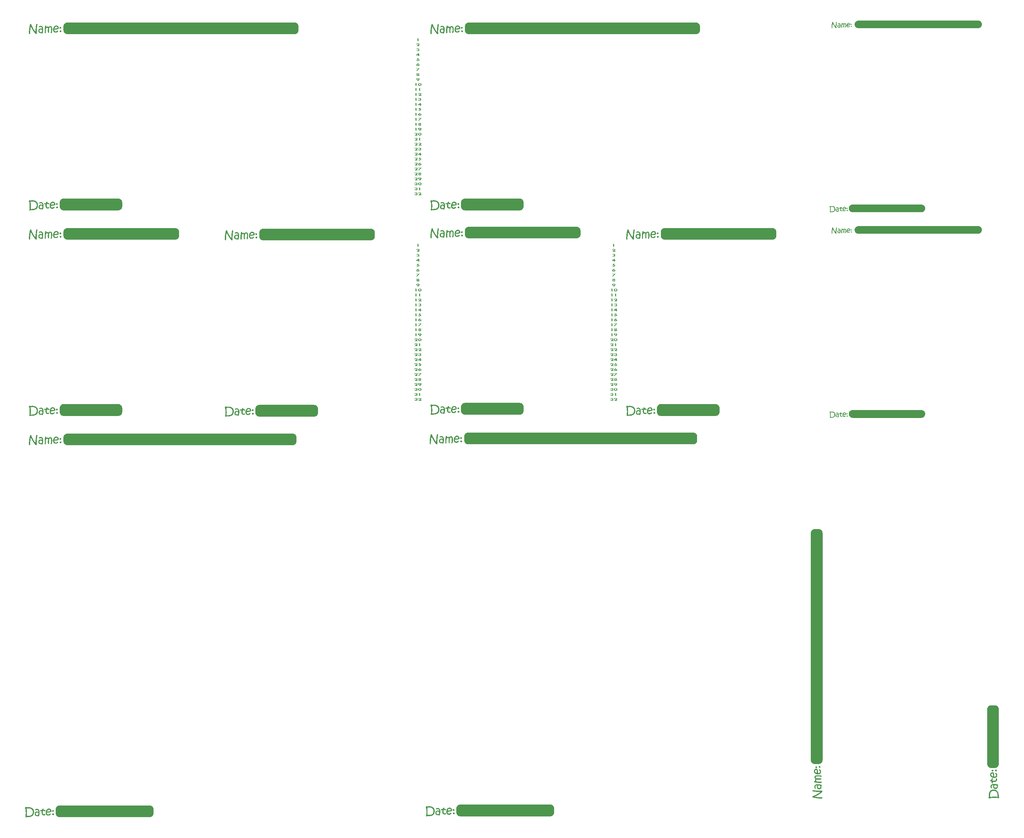
<source format=gbr>
%TF.GenerationSoftware,KiCad,Pcbnew,7.0.7*%
%TF.CreationDate,2023-10-11T17:25:21+01:00*%
%TF.ProjectId,Ru-PerfBoard,52752d50-6572-4664-926f-6172642e6b69,rev?*%
%TF.SameCoordinates,Original*%
%TF.FileFunction,Legend,Top*%
%TF.FilePolarity,Positive*%
%FSLAX46Y46*%
G04 Gerber Fmt 4.6, Leading zero omitted, Abs format (unit mm)*
G04 Created by KiCad (PCBNEW 7.0.7) date 2023-10-11 17:25:21*
%MOMM*%
%LPD*%
G01*
G04 APERTURE LIST*
%ADD10C,0.151130*%
%ADD11C,0.300000*%
G04 APERTURE END LIST*
D10*
G36*
X230260534Y-87594179D02*
G01*
X230621904Y-87594179D01*
X230621904Y-88255650D01*
X230378406Y-88255650D01*
X230378406Y-87712299D01*
X230217728Y-87712299D01*
X230260534Y-87594179D01*
G37*
G36*
X230576306Y-89407022D02*
G01*
X230893939Y-89407022D01*
X230893939Y-89525142D01*
X230116607Y-89525142D01*
X230496278Y-89234825D01*
X230506445Y-89226750D01*
X230516241Y-89218858D01*
X230525667Y-89211149D01*
X230534722Y-89203623D01*
X230543406Y-89196280D01*
X230551719Y-89189120D01*
X230559661Y-89182144D01*
X230567233Y-89175350D01*
X230574434Y-89168740D01*
X230581264Y-89162313D01*
X230590815Y-89153015D01*
X230599530Y-89144130D01*
X230607412Y-89135656D01*
X230614459Y-89127595D01*
X230620779Y-89119788D01*
X230626477Y-89112079D01*
X230631553Y-89104466D01*
X230636008Y-89096952D01*
X230639841Y-89089534D01*
X230643052Y-89082214D01*
X230645642Y-89074991D01*
X230648129Y-89065512D01*
X230649510Y-89056206D01*
X230649821Y-89049340D01*
X230649157Y-89039639D01*
X230647165Y-89030377D01*
X230643845Y-89021552D01*
X230639197Y-89013166D01*
X230633221Y-89005219D01*
X230625917Y-88997709D01*
X230617285Y-88990638D01*
X230607325Y-88984005D01*
X230596444Y-88977949D01*
X230584895Y-88972701D01*
X230572676Y-88968260D01*
X230559789Y-88964626D01*
X230546233Y-88961800D01*
X230532007Y-88959782D01*
X230517114Y-88958570D01*
X230501551Y-88958167D01*
X230488121Y-88958444D01*
X230475400Y-88959276D01*
X230459542Y-88961249D01*
X230444944Y-88964208D01*
X230431606Y-88968153D01*
X230419528Y-88973084D01*
X230408710Y-88979001D01*
X230399152Y-88985905D01*
X230394846Y-88989727D01*
X230387028Y-88998127D01*
X230381693Y-89005158D01*
X230376810Y-89012815D01*
X230372380Y-89021098D01*
X230368402Y-89030008D01*
X230364877Y-89039543D01*
X230361805Y-89049704D01*
X230359185Y-89060492D01*
X230357690Y-89068032D01*
X230356396Y-89075850D01*
X230355303Y-89083946D01*
X230354832Y-89088098D01*
X230107922Y-89088098D01*
X230108276Y-89073497D01*
X230109570Y-89059315D01*
X230111804Y-89045553D01*
X230114979Y-89032211D01*
X230119093Y-89019288D01*
X230124148Y-89006784D01*
X230130144Y-88994701D01*
X230137079Y-88983036D01*
X230144955Y-88971792D01*
X230153771Y-88960967D01*
X230163528Y-88950561D01*
X230174225Y-88940576D01*
X230185861Y-88931009D01*
X230198439Y-88921863D01*
X230211956Y-88913136D01*
X230226414Y-88904828D01*
X230241601Y-88896984D01*
X230257229Y-88889645D01*
X230273298Y-88882813D01*
X230289808Y-88876486D01*
X230306760Y-88870666D01*
X230324152Y-88865352D01*
X230341986Y-88860544D01*
X230360260Y-88856242D01*
X230378976Y-88852447D01*
X230398132Y-88849157D01*
X230417730Y-88846373D01*
X230437768Y-88844096D01*
X230458248Y-88842324D01*
X230479169Y-88841059D01*
X230500531Y-88840300D01*
X230522333Y-88840047D01*
X230542608Y-88840272D01*
X230562411Y-88840947D01*
X230581741Y-88842071D01*
X230600598Y-88843646D01*
X230618983Y-88845670D01*
X230636895Y-88848145D01*
X230654334Y-88851069D01*
X230671301Y-88854443D01*
X230687796Y-88858267D01*
X230703818Y-88862540D01*
X230719367Y-88867264D01*
X230734444Y-88872438D01*
X230749048Y-88878061D01*
X230763180Y-88884134D01*
X230776839Y-88890657D01*
X230790026Y-88897630D01*
X230802609Y-88904931D01*
X230814381Y-88912485D01*
X230825340Y-88920290D01*
X230835488Y-88928348D01*
X230844824Y-88936659D01*
X230853348Y-88945221D01*
X230861060Y-88954036D01*
X230867961Y-88963104D01*
X230874050Y-88972423D01*
X230879326Y-88981995D01*
X230883791Y-88991820D01*
X230887445Y-89001896D01*
X230890286Y-89012225D01*
X230892316Y-89022807D01*
X230893533Y-89033640D01*
X230893939Y-89044726D01*
X230893465Y-89055781D01*
X230892044Y-89066980D01*
X230889675Y-89078326D01*
X230886359Y-89089817D01*
X230882095Y-89101454D01*
X230876884Y-89113236D01*
X230870725Y-89125164D01*
X230863618Y-89137238D01*
X230855564Y-89149457D01*
X230846563Y-89161822D01*
X230836614Y-89174333D01*
X230825717Y-89186989D01*
X230813873Y-89199791D01*
X230807596Y-89206246D01*
X230801081Y-89212738D01*
X230794330Y-89219267D01*
X230787342Y-89225832D01*
X230780117Y-89232433D01*
X230772656Y-89239070D01*
X230706275Y-89299791D01*
X230698759Y-89306768D01*
X230690866Y-89313927D01*
X230682598Y-89321268D01*
X230673953Y-89328790D01*
X230664931Y-89336495D01*
X230655534Y-89344380D01*
X230645760Y-89352448D01*
X230635610Y-89360697D01*
X230625084Y-89369127D01*
X230614182Y-89377740D01*
X230606705Y-89383582D01*
X230576306Y-89407022D01*
G37*
G36*
X230342734Y-90310343D02*
G01*
X230117538Y-90310343D01*
X230119211Y-90299132D01*
X230121594Y-90288201D01*
X230124688Y-90277550D01*
X230128491Y-90267178D01*
X230133005Y-90257086D01*
X230138228Y-90247274D01*
X230144162Y-90237742D01*
X230150805Y-90228489D01*
X230158159Y-90219516D01*
X230166223Y-90210823D01*
X230174996Y-90202410D01*
X230184480Y-90194276D01*
X230194674Y-90186422D01*
X230205578Y-90178848D01*
X230217192Y-90171553D01*
X230229516Y-90164538D01*
X230242392Y-90157878D01*
X230255586Y-90151648D01*
X230269097Y-90145847D01*
X230282926Y-90140476D01*
X230297072Y-90135535D01*
X230311536Y-90131023D01*
X230326317Y-90126941D01*
X230341416Y-90123289D01*
X230356832Y-90120066D01*
X230372566Y-90117273D01*
X230388617Y-90114910D01*
X230404985Y-90112976D01*
X230421671Y-90111473D01*
X230438675Y-90110398D01*
X230455996Y-90109754D01*
X230473634Y-90109539D01*
X230492955Y-90109752D01*
X230511913Y-90110390D01*
X230530507Y-90111453D01*
X230548738Y-90112942D01*
X230566606Y-90114856D01*
X230584109Y-90117195D01*
X230601250Y-90119960D01*
X230618027Y-90123150D01*
X230634440Y-90126766D01*
X230650490Y-90130807D01*
X230666176Y-90135273D01*
X230681499Y-90140165D01*
X230696458Y-90145482D01*
X230711054Y-90151224D01*
X230725286Y-90157392D01*
X230739155Y-90163985D01*
X230752415Y-90170877D01*
X230764818Y-90177942D01*
X230776367Y-90185181D01*
X230787060Y-90192592D01*
X230796897Y-90200176D01*
X230805880Y-90207934D01*
X230814006Y-90215864D01*
X230821278Y-90223967D01*
X230827693Y-90232244D01*
X230833254Y-90240693D01*
X230837959Y-90249316D01*
X230841808Y-90258111D01*
X230844802Y-90267080D01*
X230846941Y-90276222D01*
X230848224Y-90285536D01*
X230848652Y-90295024D01*
X230848127Y-90305412D01*
X230846553Y-90315675D01*
X230843930Y-90325812D01*
X230840257Y-90335824D01*
X230835535Y-90345710D01*
X230829764Y-90355471D01*
X230822944Y-90365106D01*
X230815074Y-90374616D01*
X230806155Y-90384001D01*
X230796186Y-90393260D01*
X230785168Y-90402394D01*
X230773101Y-90411402D01*
X230759985Y-90420285D01*
X230745819Y-90429042D01*
X230730604Y-90437674D01*
X230714340Y-90446180D01*
X230724825Y-90450253D01*
X230739884Y-90456408D01*
X230754141Y-90462618D01*
X230767597Y-90468883D01*
X230780251Y-90475203D01*
X230792104Y-90481579D01*
X230803156Y-90488010D01*
X230813406Y-90494495D01*
X230822854Y-90501036D01*
X230831501Y-90507632D01*
X230839346Y-90514284D01*
X230846442Y-90521050D01*
X230852839Y-90528059D01*
X230858539Y-90535311D01*
X230863541Y-90542807D01*
X230867845Y-90550546D01*
X230871451Y-90558529D01*
X230874359Y-90566755D01*
X230876569Y-90575224D01*
X230878081Y-90583936D01*
X230878895Y-90592892D01*
X230879050Y-90598998D01*
X230878644Y-90610596D01*
X230877426Y-90621904D01*
X230875397Y-90632922D01*
X230872556Y-90643650D01*
X230868902Y-90654089D01*
X230864437Y-90664237D01*
X230859161Y-90674096D01*
X230853072Y-90683666D01*
X230846171Y-90692945D01*
X230838459Y-90701934D01*
X230829935Y-90710634D01*
X230820599Y-90719044D01*
X230810451Y-90727164D01*
X230799492Y-90734994D01*
X230787720Y-90742534D01*
X230775137Y-90749785D01*
X230761924Y-90756646D01*
X230748185Y-90763065D01*
X230733920Y-90769041D01*
X230719129Y-90774574D01*
X230703812Y-90779665D01*
X230687969Y-90784312D01*
X230671601Y-90788518D01*
X230654706Y-90792280D01*
X230637286Y-90795600D01*
X230619340Y-90798478D01*
X230600868Y-90800912D01*
X230581870Y-90802904D01*
X230562347Y-90804454D01*
X230542297Y-90805560D01*
X230521722Y-90806224D01*
X230500620Y-90806445D01*
X230480981Y-90806238D01*
X230461769Y-90805615D01*
X230442983Y-90804577D01*
X230424624Y-90803123D01*
X230406691Y-90801255D01*
X230389185Y-90798971D01*
X230372105Y-90796271D01*
X230355452Y-90793157D01*
X230339225Y-90789627D01*
X230323425Y-90785682D01*
X230308051Y-90781322D01*
X230293104Y-90776546D01*
X230278584Y-90771356D01*
X230264489Y-90765750D01*
X230250822Y-90759728D01*
X230237580Y-90753292D01*
X230224864Y-90746486D01*
X230212770Y-90739357D01*
X230201299Y-90731905D01*
X230190451Y-90724131D01*
X230180226Y-90716033D01*
X230170623Y-90707612D01*
X230161644Y-90698869D01*
X230153287Y-90689802D01*
X230145553Y-90680413D01*
X230138441Y-90670700D01*
X230131953Y-90660664D01*
X230126087Y-90650306D01*
X230120844Y-90639624D01*
X230116224Y-90628620D01*
X230112227Y-90617292D01*
X230108852Y-90605642D01*
X230339012Y-90605642D01*
X230344427Y-90617085D01*
X230350436Y-90627789D01*
X230357038Y-90637756D01*
X230364234Y-90646984D01*
X230372024Y-90655474D01*
X230380408Y-90663225D01*
X230389385Y-90670239D01*
X230398956Y-90676514D01*
X230409121Y-90682051D01*
X230419879Y-90686849D01*
X230431231Y-90690910D01*
X230443177Y-90694232D01*
X230455717Y-90696816D01*
X230468850Y-90698661D01*
X230482577Y-90699769D01*
X230496898Y-90700138D01*
X230511264Y-90699748D01*
X230525048Y-90698580D01*
X230538250Y-90696634D01*
X230550871Y-90693909D01*
X230562910Y-90690405D01*
X230574368Y-90686123D01*
X230585244Y-90681061D01*
X230595538Y-90675222D01*
X230604989Y-90668808D01*
X230613180Y-90662026D01*
X230620111Y-90654874D01*
X230625781Y-90647353D01*
X230630192Y-90639463D01*
X230633342Y-90631204D01*
X230635232Y-90622575D01*
X230635862Y-90613578D01*
X230635434Y-90605246D01*
X230634150Y-90597205D01*
X230632010Y-90589457D01*
X230629014Y-90582001D01*
X230625162Y-90574836D01*
X230620454Y-90567964D01*
X230612844Y-90559255D01*
X230603713Y-90551065D01*
X230595866Y-90545263D01*
X230587163Y-90539753D01*
X230577847Y-90534641D01*
X230568046Y-90530031D01*
X230554223Y-90524667D01*
X230539538Y-90520198D01*
X230527958Y-90517432D01*
X230515892Y-90515169D01*
X230503341Y-90513409D01*
X230490305Y-90512152D01*
X230476784Y-90511398D01*
X230462777Y-90511146D01*
X230421832Y-90511146D01*
X230421832Y-90404838D01*
X230446337Y-90404838D01*
X230460951Y-90404610D01*
X230475014Y-90403923D01*
X230488526Y-90402780D01*
X230501488Y-90401179D01*
X230513899Y-90399120D01*
X230525759Y-90396604D01*
X230540716Y-90392538D01*
X230554694Y-90387659D01*
X230567692Y-90381966D01*
X230573825Y-90378815D01*
X230585093Y-90372004D01*
X230594859Y-90364673D01*
X230603123Y-90356823D01*
X230609884Y-90348455D01*
X230615143Y-90339567D01*
X230618899Y-90330160D01*
X230620730Y-90322764D01*
X230621716Y-90315076D01*
X230621904Y-90309789D01*
X230621308Y-90300232D01*
X230619519Y-90291033D01*
X230616539Y-90282191D01*
X230612366Y-90273707D01*
X230607000Y-90265580D01*
X230600443Y-90257812D01*
X230592693Y-90250400D01*
X230583751Y-90243346D01*
X230574023Y-90236901D01*
X230563763Y-90231315D01*
X230552969Y-90226589D01*
X230541643Y-90222722D01*
X230529783Y-90219714D01*
X230517390Y-90217565D01*
X230504464Y-90216276D01*
X230491004Y-90215847D01*
X230475413Y-90216216D01*
X230460664Y-90217323D01*
X230446759Y-90219169D01*
X230433697Y-90221753D01*
X230421479Y-90225075D01*
X230410103Y-90229135D01*
X230399572Y-90233934D01*
X230389883Y-90239471D01*
X230381038Y-90245746D01*
X230373036Y-90252759D01*
X230365877Y-90260511D01*
X230359562Y-90269001D01*
X230354090Y-90278229D01*
X230349462Y-90288195D01*
X230345676Y-90298900D01*
X230342734Y-90310343D01*
G37*
G36*
X230789406Y-91780638D02*
G01*
X230894870Y-91780638D01*
X230894870Y-91898758D01*
X230789406Y-91898758D01*
X230789406Y-92064126D01*
X230544977Y-92064126D01*
X230544977Y-91898758D01*
X230050227Y-91898758D01*
X230050227Y-91780638D01*
X230255261Y-91780638D01*
X230544977Y-91780638D01*
X230544977Y-91570237D01*
X230541565Y-91570237D01*
X230255261Y-91780638D01*
X230050227Y-91780638D01*
X230564209Y-91402655D01*
X230789406Y-91402655D01*
X230789406Y-91780638D01*
G37*
G36*
X230272011Y-92672147D02*
G01*
X230823216Y-92672147D01*
X230823216Y-92790267D01*
X230487282Y-92790267D01*
X230475185Y-92872950D01*
X230498610Y-92873209D01*
X230521350Y-92873986D01*
X230543403Y-92875280D01*
X230564771Y-92877092D01*
X230585453Y-92879421D01*
X230605449Y-92882268D01*
X230624760Y-92885633D01*
X230643384Y-92889515D01*
X230661323Y-92893915D01*
X230678576Y-92898832D01*
X230695144Y-92904268D01*
X230711025Y-92910220D01*
X230726221Y-92916691D01*
X230740730Y-92923679D01*
X230754554Y-92931185D01*
X230767692Y-92939208D01*
X230780125Y-92947560D01*
X230791756Y-92956096D01*
X230802585Y-92964816D01*
X230812612Y-92973721D01*
X230821836Y-92982811D01*
X230830258Y-92992085D01*
X230837879Y-93001544D01*
X230844697Y-93011187D01*
X230850713Y-93021015D01*
X230855927Y-93031028D01*
X230860338Y-93041225D01*
X230863948Y-93051607D01*
X230866755Y-93062173D01*
X230868761Y-93072924D01*
X230869964Y-93083859D01*
X230870365Y-93094979D01*
X230869849Y-93107584D01*
X230868300Y-93119975D01*
X230865719Y-93132154D01*
X230862106Y-93144118D01*
X230857461Y-93155870D01*
X230851783Y-93167408D01*
X230845072Y-93178732D01*
X230837330Y-93189844D01*
X230828555Y-93200741D01*
X230818748Y-93211426D01*
X230807908Y-93221897D01*
X230796036Y-93232154D01*
X230783132Y-93242199D01*
X230769195Y-93252030D01*
X230754226Y-93261647D01*
X230738225Y-93271051D01*
X230721517Y-93280058D01*
X230704429Y-93288483D01*
X230686960Y-93296328D01*
X230669111Y-93303592D01*
X230650881Y-93310274D01*
X230632271Y-93316375D01*
X230613280Y-93321896D01*
X230593909Y-93326835D01*
X230574158Y-93331193D01*
X230554026Y-93334970D01*
X230533514Y-93338166D01*
X230512621Y-93340781D01*
X230491347Y-93342815D01*
X230469694Y-93344267D01*
X230447659Y-93345139D01*
X230425244Y-93345429D01*
X230409428Y-93345305D01*
X230393965Y-93344930D01*
X230378857Y-93344305D01*
X230364103Y-93343431D01*
X230349704Y-93342307D01*
X230335659Y-93340933D01*
X230321969Y-93339309D01*
X230308633Y-93337436D01*
X230295651Y-93335312D01*
X230283024Y-93332939D01*
X230274803Y-93331218D01*
X230262503Y-93328357D01*
X230249914Y-93325171D01*
X230237036Y-93321661D01*
X230223869Y-93317826D01*
X230210413Y-93313667D01*
X230196668Y-93309183D01*
X230182634Y-93304375D01*
X230168312Y-93299243D01*
X230153700Y-93293786D01*
X230138799Y-93288005D01*
X230128704Y-93283970D01*
X230155070Y-93132814D01*
X230166393Y-93137901D01*
X230177561Y-93142826D01*
X230188576Y-93147590D01*
X230199437Y-93152193D01*
X230210144Y-93156634D01*
X230220697Y-93160914D01*
X230231096Y-93165032D01*
X230251433Y-93172783D01*
X230271154Y-93179889D01*
X230290260Y-93186348D01*
X230308750Y-93192162D01*
X230326625Y-93197330D01*
X230343884Y-93201852D01*
X230360527Y-93205727D01*
X230376555Y-93208957D01*
X230391968Y-93211541D01*
X230406765Y-93213479D01*
X230420946Y-93214771D01*
X230434512Y-93215417D01*
X230441064Y-93215498D01*
X230454804Y-93215193D01*
X230468221Y-93214278D01*
X230481317Y-93212753D01*
X230494092Y-93210618D01*
X230506544Y-93207874D01*
X230518675Y-93204519D01*
X230530485Y-93200555D01*
X230541972Y-93195980D01*
X230553138Y-93190796D01*
X230563982Y-93185002D01*
X230571033Y-93180800D01*
X230581011Y-93174159D01*
X230590008Y-93167317D01*
X230598023Y-93160274D01*
X230605057Y-93153029D01*
X230611109Y-93145584D01*
X230616180Y-93137937D01*
X230620269Y-93130089D01*
X230623377Y-93122040D01*
X230625504Y-93113790D01*
X230626649Y-93105339D01*
X230626867Y-93099593D01*
X230626376Y-93090120D01*
X230624904Y-93080943D01*
X230622450Y-93072060D01*
X230619015Y-93063473D01*
X230614599Y-93055182D01*
X230609201Y-93047185D01*
X230602821Y-93039484D01*
X230595460Y-93032078D01*
X230587118Y-93024967D01*
X230577794Y-93018151D01*
X230571033Y-93013771D01*
X230560313Y-93007603D01*
X230549092Y-93002042D01*
X230537369Y-92997088D01*
X230525145Y-92992740D01*
X230512418Y-92988999D01*
X230499190Y-92985864D01*
X230485461Y-92983336D01*
X230471230Y-92981415D01*
X230456497Y-92980101D01*
X230441263Y-92979393D01*
X230430828Y-92979258D01*
X230418321Y-92979351D01*
X230405693Y-92979627D01*
X230392944Y-92980089D01*
X230380073Y-92980735D01*
X230367082Y-92981565D01*
X230353969Y-92982580D01*
X230340735Y-92983780D01*
X230327380Y-92985164D01*
X230313904Y-92986733D01*
X230300306Y-92988486D01*
X230286588Y-92990424D01*
X230272748Y-92992547D01*
X230258787Y-92994854D01*
X230244705Y-92997345D01*
X230230502Y-93000021D01*
X230216177Y-93002882D01*
X230272011Y-92672147D01*
G37*
G36*
X230463087Y-94160530D02*
G01*
X230477114Y-94159059D01*
X230490811Y-94157784D01*
X230504178Y-94156706D01*
X230517215Y-94155823D01*
X230529923Y-94155137D01*
X230545345Y-94154555D01*
X230560252Y-94154279D01*
X230566070Y-94154254D01*
X230583906Y-94154508D01*
X230601432Y-94155270D01*
X230618647Y-94156538D01*
X230635552Y-94158315D01*
X230652147Y-94160599D01*
X230668432Y-94163390D01*
X230684407Y-94166689D01*
X230700071Y-94170496D01*
X230715426Y-94174810D01*
X230730470Y-94179632D01*
X230745204Y-94184961D01*
X230759628Y-94190798D01*
X230773741Y-94197142D01*
X230787545Y-94203994D01*
X230801038Y-94211353D01*
X230814221Y-94219220D01*
X230826842Y-94227415D01*
X230838648Y-94235802D01*
X230849640Y-94244383D01*
X230859818Y-94253157D01*
X230869182Y-94262124D01*
X230877732Y-94271284D01*
X230885467Y-94280638D01*
X230892388Y-94290184D01*
X230898495Y-94299924D01*
X230903788Y-94309858D01*
X230908266Y-94319984D01*
X230911930Y-94330304D01*
X230914780Y-94340816D01*
X230916816Y-94351523D01*
X230918037Y-94362422D01*
X230918444Y-94373514D01*
X230917963Y-94386410D01*
X230916520Y-94399027D01*
X230914115Y-94411366D01*
X230910748Y-94423427D01*
X230906418Y-94435209D01*
X230901127Y-94446713D01*
X230894873Y-94457939D01*
X230887658Y-94468887D01*
X230879480Y-94479556D01*
X230870341Y-94489947D01*
X230860239Y-94500060D01*
X230849175Y-94509894D01*
X230837149Y-94519450D01*
X230824161Y-94528728D01*
X230810211Y-94537728D01*
X230795299Y-94546449D01*
X230779688Y-94554741D01*
X230763563Y-94562497D01*
X230746924Y-94569719D01*
X230729772Y-94576406D01*
X230712106Y-94582558D01*
X230693926Y-94588174D01*
X230675232Y-94593256D01*
X230656025Y-94597803D01*
X230636303Y-94601815D01*
X230616069Y-94605293D01*
X230595320Y-94608235D01*
X230574057Y-94610642D01*
X230552281Y-94612514D01*
X230529991Y-94613852D01*
X230507188Y-94614654D01*
X230483870Y-94614921D01*
X230462316Y-94614660D01*
X230441234Y-94613878D01*
X230420624Y-94612573D01*
X230400488Y-94610746D01*
X230380823Y-94608397D01*
X230361632Y-94605526D01*
X230342912Y-94602133D01*
X230324666Y-94598219D01*
X230306892Y-94593782D01*
X230289590Y-94588823D01*
X230272761Y-94583343D01*
X230256405Y-94577340D01*
X230240521Y-94570815D01*
X230225110Y-94563769D01*
X230210171Y-94556200D01*
X230195705Y-94548110D01*
X230181920Y-94539593D01*
X230169024Y-94530793D01*
X230157018Y-94521708D01*
X230145900Y-94512340D01*
X230135673Y-94502687D01*
X230126334Y-94492750D01*
X230117885Y-94482529D01*
X230110326Y-94472024D01*
X230103655Y-94461235D01*
X230097875Y-94450162D01*
X230092983Y-94438805D01*
X230088981Y-94427164D01*
X230085868Y-94415239D01*
X230083645Y-94403030D01*
X230082311Y-94390536D01*
X230081866Y-94377759D01*
X230081966Y-94373514D01*
X230318229Y-94373514D01*
X230318685Y-94382176D01*
X230320051Y-94390581D01*
X230322327Y-94398730D01*
X230325514Y-94406623D01*
X230329612Y-94414259D01*
X230334620Y-94421640D01*
X230340539Y-94428763D01*
X230347368Y-94435631D01*
X230355108Y-94442242D01*
X230363758Y-94448597D01*
X230370031Y-94452691D01*
X230380017Y-94458463D01*
X230390434Y-94463668D01*
X230401282Y-94468304D01*
X230412561Y-94472373D01*
X230424270Y-94475874D01*
X230436410Y-94478808D01*
X230448981Y-94481173D01*
X230461982Y-94482971D01*
X230475415Y-94484201D01*
X230489278Y-94484864D01*
X230498759Y-94484990D01*
X230511327Y-94484699D01*
X230527559Y-94483409D01*
X230543189Y-94481086D01*
X230558219Y-94477731D01*
X230572648Y-94473343D01*
X230586475Y-94467923D01*
X230596452Y-94463180D01*
X230606090Y-94457857D01*
X230615390Y-94451953D01*
X230624149Y-94445611D01*
X230632046Y-94439041D01*
X230639081Y-94432244D01*
X230645255Y-94425220D01*
X230650568Y-94417970D01*
X230655019Y-94410492D01*
X230658609Y-94402786D01*
X230661337Y-94394854D01*
X230663203Y-94386695D01*
X230664208Y-94378309D01*
X230664400Y-94372591D01*
X230663977Y-94363831D01*
X230662709Y-94355336D01*
X230660597Y-94347108D01*
X230657639Y-94339145D01*
X230653835Y-94331449D01*
X230649187Y-94324018D01*
X230643694Y-94316854D01*
X230637355Y-94309956D01*
X230630171Y-94303323D01*
X230622143Y-94296957D01*
X230616321Y-94292861D01*
X230607170Y-94287089D01*
X230597633Y-94281884D01*
X230587708Y-94277248D01*
X230573874Y-94271949D01*
X230559350Y-94267659D01*
X230544139Y-94264379D01*
X230528239Y-94262108D01*
X230515863Y-94261067D01*
X230503100Y-94260594D01*
X230498759Y-94260562D01*
X230484717Y-94260851D01*
X230471089Y-94261717D01*
X230457876Y-94263161D01*
X230445077Y-94265182D01*
X230432693Y-94267781D01*
X230420723Y-94270957D01*
X230409167Y-94274710D01*
X230398025Y-94279042D01*
X230387299Y-94283950D01*
X230376986Y-94289436D01*
X230370341Y-94293414D01*
X230361028Y-94299701D01*
X230352631Y-94306240D01*
X230345150Y-94313032D01*
X230338586Y-94320078D01*
X230332937Y-94327376D01*
X230328204Y-94334928D01*
X230324387Y-94342732D01*
X230321486Y-94350790D01*
X230319502Y-94359101D01*
X230318433Y-94367664D01*
X230318229Y-94373514D01*
X230081966Y-94373514D01*
X230082086Y-94368425D01*
X230082748Y-94359064D01*
X230083851Y-94349675D01*
X230085394Y-94340258D01*
X230087379Y-94330815D01*
X230089805Y-94321344D01*
X230092672Y-94311845D01*
X230095979Y-94302319D01*
X230099728Y-94292766D01*
X230103918Y-94283186D01*
X230108549Y-94273577D01*
X230113621Y-94263942D01*
X230119135Y-94254279D01*
X230125089Y-94244589D01*
X230131484Y-94234871D01*
X230138320Y-94225126D01*
X230145463Y-94215422D01*
X230152700Y-94205874D01*
X230160032Y-94196482D01*
X230167459Y-94187245D01*
X230174979Y-94178164D01*
X230182595Y-94169239D01*
X230190305Y-94160469D01*
X230198109Y-94151855D01*
X230206008Y-94143397D01*
X230214001Y-94135095D01*
X230222089Y-94126948D01*
X230230272Y-94118957D01*
X230238549Y-94111122D01*
X230246920Y-94103442D01*
X230255386Y-94095918D01*
X230263947Y-94088550D01*
X230444786Y-93941639D01*
X230737914Y-93941639D01*
X230463087Y-94160530D01*
G37*
G36*
X230074732Y-95211131D02*
G01*
X230955977Y-95211131D01*
X230246576Y-95896595D01*
X230048676Y-95821847D01*
X230553662Y-95329251D01*
X230074732Y-95329251D01*
X230074732Y-95211131D01*
G37*
G36*
X230519949Y-96457191D02*
G01*
X230539084Y-96457766D01*
X230557714Y-96458725D01*
X230575841Y-96460067D01*
X230593464Y-96461793D01*
X230610582Y-96463903D01*
X230627197Y-96466396D01*
X230643307Y-96469272D01*
X230658913Y-96472532D01*
X230674016Y-96476176D01*
X230688614Y-96480203D01*
X230702708Y-96484614D01*
X230716298Y-96489408D01*
X230729384Y-96494586D01*
X230741966Y-96500148D01*
X230754044Y-96506092D01*
X230765501Y-96512355D01*
X230776218Y-96518871D01*
X230786196Y-96525638D01*
X230795435Y-96532658D01*
X230803935Y-96539930D01*
X230811696Y-96547455D01*
X230818717Y-96555231D01*
X230825000Y-96563261D01*
X230830543Y-96571542D01*
X230835347Y-96580076D01*
X230839413Y-96588862D01*
X230842739Y-96597901D01*
X230845326Y-96607191D01*
X230847173Y-96616735D01*
X230848282Y-96626530D01*
X230848652Y-96636578D01*
X230848127Y-96648265D01*
X230846553Y-96659703D01*
X230843930Y-96670891D01*
X230840257Y-96681830D01*
X230835535Y-96692520D01*
X230829764Y-96702960D01*
X230822944Y-96713150D01*
X230815074Y-96723091D01*
X230806155Y-96732783D01*
X230796186Y-96742225D01*
X230785168Y-96751418D01*
X230773101Y-96760361D01*
X230759985Y-96769055D01*
X230745819Y-96777500D01*
X230730604Y-96785695D01*
X230714340Y-96793640D01*
X230734098Y-96801709D01*
X230752581Y-96810089D01*
X230769789Y-96818781D01*
X230785722Y-96827784D01*
X230800381Y-96837099D01*
X230813765Y-96846725D01*
X230825875Y-96856662D01*
X230836709Y-96866911D01*
X230846270Y-96877472D01*
X230854555Y-96888344D01*
X230861566Y-96899527D01*
X230867302Y-96911022D01*
X230871763Y-96922828D01*
X230874950Y-96934946D01*
X230876862Y-96947375D01*
X230877499Y-96960115D01*
X230877097Y-96970785D01*
X230875890Y-96981199D01*
X230873879Y-96991357D01*
X230871063Y-97001261D01*
X230867442Y-97010909D01*
X230863017Y-97020303D01*
X230857788Y-97029441D01*
X230851754Y-97038323D01*
X230844915Y-97046951D01*
X230837272Y-97055323D01*
X230828824Y-97063440D01*
X230819572Y-97071302D01*
X230809515Y-97078909D01*
X230798653Y-97086261D01*
X230786987Y-97093357D01*
X230774517Y-97100198D01*
X230761399Y-97106702D01*
X230747792Y-97112786D01*
X230733695Y-97118450D01*
X230719109Y-97123695D01*
X230704034Y-97128520D01*
X230688468Y-97132926D01*
X230672414Y-97136912D01*
X230655870Y-97140479D01*
X230638836Y-97143626D01*
X230621313Y-97146353D01*
X230603300Y-97148661D01*
X230584798Y-97150549D01*
X230565806Y-97152017D01*
X230546325Y-97153066D01*
X230526354Y-97153696D01*
X230505893Y-97153905D01*
X230484975Y-97153697D01*
X230464561Y-97153072D01*
X230444651Y-97152030D01*
X230425244Y-97150572D01*
X230406342Y-97148697D01*
X230387944Y-97146405D01*
X230370050Y-97143696D01*
X230352660Y-97140571D01*
X230335775Y-97137029D01*
X230319393Y-97133070D01*
X230303515Y-97128695D01*
X230288141Y-97123903D01*
X230273272Y-97118694D01*
X230258906Y-97113068D01*
X230245044Y-97107026D01*
X230231687Y-97100567D01*
X230219029Y-97093774D01*
X230207187Y-97086731D01*
X230196162Y-97079436D01*
X230185954Y-97071891D01*
X230176562Y-97064094D01*
X230167987Y-97056047D01*
X230160228Y-97047749D01*
X230153287Y-97039200D01*
X230147162Y-97030400D01*
X230141853Y-97021350D01*
X230137362Y-97012048D01*
X230133687Y-97002495D01*
X230130828Y-96992692D01*
X230128787Y-96982638D01*
X230127562Y-96972332D01*
X230127153Y-96961776D01*
X230127794Y-96948748D01*
X230128672Y-96942951D01*
X230364448Y-96942951D01*
X230365092Y-96951873D01*
X230367026Y-96960554D01*
X230370249Y-96968992D01*
X230374761Y-96977187D01*
X230380563Y-96985141D01*
X230387654Y-96992852D01*
X230396033Y-97000321D01*
X230405703Y-97007548D01*
X230416273Y-97014166D01*
X230427203Y-97019902D01*
X230438490Y-97024755D01*
X230450137Y-97028726D01*
X230462142Y-97031815D01*
X230474506Y-97034021D01*
X230487229Y-97035345D01*
X230500310Y-97035786D01*
X230514690Y-97035347D01*
X230528518Y-97034032D01*
X230541793Y-97031841D01*
X230554516Y-97028772D01*
X230566686Y-97024827D01*
X230578303Y-97020006D01*
X230589368Y-97014307D01*
X230599881Y-97007732D01*
X230609477Y-97000531D01*
X230617794Y-96992956D01*
X230624831Y-96985005D01*
X230630589Y-96976680D01*
X230635068Y-96967979D01*
X230638266Y-96958904D01*
X230640186Y-96949454D01*
X230640825Y-96939629D01*
X230640186Y-96930208D01*
X230638266Y-96921138D01*
X230635068Y-96912420D01*
X230630589Y-96904055D01*
X230624831Y-96896040D01*
X230617794Y-96888378D01*
X230609477Y-96881068D01*
X230599881Y-96874109D01*
X230589368Y-96867707D01*
X230578303Y-96862159D01*
X230566686Y-96857464D01*
X230554516Y-96853623D01*
X230541793Y-96850635D01*
X230528518Y-96848501D01*
X230514690Y-96847221D01*
X230500310Y-96846794D01*
X230486667Y-96847238D01*
X230473498Y-96848571D01*
X230460805Y-96850791D01*
X230448586Y-96853900D01*
X230436843Y-96857897D01*
X230425574Y-96862782D01*
X230414780Y-96868555D01*
X230404462Y-96875217D01*
X230395084Y-96882452D01*
X230386956Y-96890039D01*
X230380078Y-96897978D01*
X230374451Y-96906269D01*
X230370075Y-96914912D01*
X230366948Y-96923906D01*
X230365073Y-96933253D01*
X230364448Y-96942951D01*
X230128672Y-96942951D01*
X230129717Y-96936056D01*
X230132922Y-96923700D01*
X230137409Y-96911679D01*
X230143178Y-96899995D01*
X230150229Y-96888646D01*
X230158561Y-96877634D01*
X230168176Y-96866958D01*
X230179072Y-96856617D01*
X230191251Y-96846612D01*
X230204711Y-96836944D01*
X230219454Y-96827611D01*
X230235478Y-96818615D01*
X230252785Y-96809954D01*
X230271373Y-96801629D01*
X230291243Y-96793640D01*
X230278484Y-96786699D01*
X230266380Y-96779787D01*
X230254929Y-96772905D01*
X230244133Y-96766051D01*
X230233992Y-96759227D01*
X230224504Y-96752432D01*
X230215671Y-96745666D01*
X230207492Y-96738929D01*
X230199968Y-96732222D01*
X230193098Y-96725543D01*
X230188881Y-96721107D01*
X230183116Y-96714341D01*
X230177918Y-96707399D01*
X230173287Y-96700282D01*
X230169223Y-96692990D01*
X230165726Y-96685523D01*
X230162796Y-96677881D01*
X230160433Y-96670063D01*
X230158638Y-96662071D01*
X230157409Y-96653903D01*
X230157162Y-96650789D01*
X230388022Y-96650789D01*
X230388540Y-96658884D01*
X230390096Y-96666650D01*
X230392689Y-96674087D01*
X230396319Y-96681196D01*
X230402316Y-96689619D01*
X230409933Y-96697529D01*
X230419170Y-96704925D01*
X230421212Y-96706342D01*
X230431985Y-96712776D01*
X230443561Y-96718119D01*
X230455940Y-96722372D01*
X230469122Y-96725534D01*
X230483106Y-96727606D01*
X230497893Y-96728587D01*
X230504032Y-96728674D01*
X230517965Y-96728143D01*
X230531459Y-96726548D01*
X230544513Y-96723889D01*
X230557128Y-96720167D01*
X230569304Y-96715382D01*
X230581040Y-96709533D01*
X230585612Y-96706896D01*
X230594118Y-96701322D01*
X230603155Y-96694119D01*
X230610421Y-96686654D01*
X230615914Y-96678928D01*
X230619636Y-96670941D01*
X230621585Y-96662693D01*
X230621904Y-96657618D01*
X230621376Y-96648987D01*
X230619791Y-96640719D01*
X230617149Y-96632815D01*
X230613451Y-96625273D01*
X230608697Y-96618096D01*
X230602886Y-96611281D01*
X230596018Y-96604830D01*
X230588093Y-96598743D01*
X230579452Y-96593206D01*
X230567900Y-96587323D01*
X230555515Y-96582593D01*
X230542297Y-96579018D01*
X230528246Y-96576595D01*
X230513363Y-96575326D01*
X230504032Y-96575119D01*
X230488924Y-96575655D01*
X230474619Y-96577264D01*
X230461116Y-96579945D01*
X230448417Y-96583698D01*
X230436519Y-96588524D01*
X230425425Y-96594422D01*
X230421212Y-96597082D01*
X230411650Y-96604135D01*
X230403709Y-96611684D01*
X230397389Y-96619729D01*
X230392689Y-96628270D01*
X230389610Y-96637306D01*
X230388314Y-96644892D01*
X230388022Y-96650789D01*
X230157162Y-96650789D01*
X230156747Y-96645559D01*
X230156621Y-96639900D01*
X230156974Y-96630704D01*
X230158032Y-96621663D01*
X230159795Y-96612778D01*
X230162263Y-96604049D01*
X230165436Y-96595475D01*
X230169315Y-96587058D01*
X230173899Y-96578796D01*
X230179188Y-96570689D01*
X230185182Y-96562739D01*
X230191881Y-96554944D01*
X230199286Y-96547305D01*
X230207395Y-96539821D01*
X230216210Y-96532494D01*
X230225730Y-96525322D01*
X230235956Y-96518305D01*
X230246886Y-96511445D01*
X230258454Y-96504852D01*
X230270591Y-96498684D01*
X230283298Y-96492942D01*
X230296574Y-96487625D01*
X230310420Y-96482733D01*
X230324836Y-96478267D01*
X230339820Y-96474226D01*
X230355375Y-96470610D01*
X230371498Y-96467420D01*
X230388192Y-96464655D01*
X230405454Y-96462316D01*
X230423286Y-96460402D01*
X230441688Y-96458913D01*
X230460659Y-96457850D01*
X230480200Y-96457212D01*
X230500310Y-96456999D01*
X230519949Y-96457191D01*
G37*
G36*
X230538209Y-97726761D02*
G01*
X230559469Y-97727569D01*
X230580220Y-97728918D01*
X230600462Y-97730805D01*
X230620195Y-97733232D01*
X230639420Y-97736198D01*
X230658135Y-97739703D01*
X230676342Y-97743748D01*
X230694040Y-97748331D01*
X230711229Y-97753454D01*
X230727908Y-97759117D01*
X230744079Y-97765318D01*
X230759741Y-97772059D01*
X230774895Y-97779339D01*
X230789539Y-97787159D01*
X230803674Y-97795517D01*
X230817159Y-97804305D01*
X230829774Y-97813411D01*
X230841519Y-97822836D01*
X230852393Y-97832580D01*
X230862398Y-97842642D01*
X230871533Y-97853023D01*
X230879798Y-97863722D01*
X230887193Y-97874740D01*
X230893717Y-97886077D01*
X230899372Y-97897733D01*
X230904157Y-97909707D01*
X230908072Y-97922000D01*
X230911117Y-97934611D01*
X230913292Y-97947542D01*
X230914597Y-97960790D01*
X230915032Y-97974358D01*
X230914778Y-97984370D01*
X230914014Y-97994380D01*
X230912742Y-98004389D01*
X230910961Y-98014396D01*
X230908671Y-98024402D01*
X230905872Y-98034407D01*
X230902564Y-98044410D01*
X230898747Y-98054412D01*
X230894421Y-98064412D01*
X230889587Y-98074411D01*
X230884243Y-98084408D01*
X230878391Y-98094404D01*
X230872030Y-98104398D01*
X230865160Y-98114391D01*
X230857780Y-98124383D01*
X230849892Y-98134373D01*
X230841828Y-98144205D01*
X230833918Y-98153721D01*
X230826163Y-98162921D01*
X230818563Y-98171805D01*
X230811119Y-98180373D01*
X230803829Y-98188626D01*
X230796695Y-98196563D01*
X230789716Y-98204184D01*
X230782892Y-98211489D01*
X230776223Y-98218479D01*
X230769709Y-98225153D01*
X230763350Y-98231511D01*
X230754102Y-98240456D01*
X230745204Y-98248690D01*
X230739465Y-98253785D01*
X230552112Y-98411586D01*
X230255261Y-98411586D01*
X230532880Y-98187158D01*
X230518664Y-98187158D01*
X230505446Y-98187158D01*
X230489375Y-98187158D01*
X230475077Y-98187158D01*
X230462553Y-98187158D01*
X230449393Y-98187158D01*
X230435625Y-98187158D01*
X230432689Y-98187158D01*
X230414412Y-98186904D01*
X230396494Y-98186143D01*
X230378934Y-98184874D01*
X230361733Y-98183098D01*
X230344891Y-98180814D01*
X230328408Y-98178022D01*
X230312283Y-98174723D01*
X230296516Y-98170917D01*
X230281109Y-98166602D01*
X230266060Y-98161781D01*
X230251369Y-98156451D01*
X230237038Y-98150615D01*
X230223065Y-98144270D01*
X230209450Y-98137418D01*
X230196195Y-98130059D01*
X230183298Y-98122192D01*
X230171015Y-98113930D01*
X230159524Y-98105432D01*
X230148827Y-98096697D01*
X230138921Y-98087725D01*
X230129808Y-98078517D01*
X230121488Y-98069073D01*
X230113960Y-98059392D01*
X230107224Y-98049475D01*
X230101281Y-98039321D01*
X230096130Y-98028931D01*
X230091771Y-98018304D01*
X230088205Y-98007441D01*
X230085432Y-97996341D01*
X230083451Y-97985005D01*
X230082262Y-97973432D01*
X230082151Y-97970113D01*
X230335600Y-97970113D01*
X230336034Y-97978740D01*
X230337334Y-97987111D01*
X230339501Y-97995225D01*
X230342536Y-98003083D01*
X230346437Y-98010685D01*
X230351205Y-98018031D01*
X230356840Y-98025120D01*
X230363343Y-98031953D01*
X230370712Y-98038529D01*
X230378948Y-98044850D01*
X230384920Y-98048921D01*
X230394347Y-98054627D01*
X230404135Y-98059772D01*
X230414282Y-98064356D01*
X230424789Y-98068378D01*
X230439358Y-98072868D01*
X230454567Y-98076360D01*
X230470416Y-98078855D01*
X230482722Y-98080071D01*
X230495388Y-98080725D01*
X230504032Y-98080850D01*
X230517235Y-98080563D01*
X230530088Y-98079702D01*
X230542593Y-98078266D01*
X230554748Y-98076256D01*
X230566555Y-98073672D01*
X230578012Y-98070514D01*
X230589121Y-98066781D01*
X230599881Y-98062475D01*
X230610291Y-98057594D01*
X230620353Y-98052139D01*
X230626867Y-98048183D01*
X230636069Y-98041946D01*
X230644366Y-98035485D01*
X230651758Y-98028800D01*
X230658244Y-98021891D01*
X230663826Y-98014759D01*
X230668502Y-98007402D01*
X230672274Y-97999822D01*
X230675140Y-97992018D01*
X230677101Y-97983990D01*
X230678157Y-97975738D01*
X230678358Y-97970113D01*
X230677908Y-97961282D01*
X230676559Y-97952713D01*
X230674310Y-97944407D01*
X230671161Y-97936364D01*
X230667112Y-97928584D01*
X230662164Y-97921066D01*
X230656316Y-97913812D01*
X230649569Y-97906820D01*
X230641922Y-97900091D01*
X230633375Y-97893624D01*
X230627177Y-97889459D01*
X230617418Y-97883555D01*
X230607217Y-97878232D01*
X230596575Y-97873489D01*
X230585491Y-97869328D01*
X230573965Y-97865746D01*
X230561998Y-97862746D01*
X230549589Y-97860326D01*
X230536738Y-97858487D01*
X230523445Y-97857229D01*
X230509711Y-97856552D01*
X230500310Y-97856423D01*
X230487906Y-97856720D01*
X230471858Y-97858039D01*
X230456373Y-97860414D01*
X230441450Y-97863844D01*
X230427089Y-97868330D01*
X230416688Y-97872387D01*
X230406602Y-97877037D01*
X230396833Y-97882282D01*
X230387380Y-97888120D01*
X230384300Y-97890198D01*
X230375596Y-97896639D01*
X230367749Y-97903298D01*
X230360758Y-97910174D01*
X230354623Y-97917268D01*
X230349344Y-97924579D01*
X230344921Y-97932107D01*
X230341355Y-97939853D01*
X230338644Y-97947816D01*
X230336789Y-97955996D01*
X230335790Y-97964394D01*
X230335600Y-97970113D01*
X230082151Y-97970113D01*
X230081866Y-97961623D01*
X230082353Y-97949290D01*
X230083814Y-97937206D01*
X230086250Y-97925372D01*
X230089659Y-97913787D01*
X230094043Y-97902451D01*
X230099401Y-97891365D01*
X230105733Y-97880529D01*
X230113040Y-97869942D01*
X230121320Y-97859604D01*
X230130575Y-97849516D01*
X230140804Y-97839677D01*
X230152007Y-97830088D01*
X230164185Y-97820748D01*
X230177336Y-97811658D01*
X230191462Y-97802817D01*
X230206562Y-97794225D01*
X230222385Y-97786023D01*
X230238681Y-97778350D01*
X230255449Y-97771206D01*
X230272690Y-97764591D01*
X230290403Y-97758506D01*
X230308589Y-97752950D01*
X230327248Y-97747923D01*
X230346379Y-97743425D01*
X230365983Y-97739456D01*
X230386059Y-97736016D01*
X230406608Y-97733106D01*
X230427629Y-97730724D01*
X230449123Y-97728872D01*
X230471089Y-97727549D01*
X230493528Y-97726756D01*
X230516440Y-97726491D01*
X230538209Y-97726761D01*
G37*
G36*
X229789048Y-99019607D02*
G01*
X230150418Y-99019607D01*
X230150418Y-99681078D01*
X229906920Y-99681078D01*
X229906920Y-99137727D01*
X229746242Y-99137727D01*
X229789048Y-99019607D01*
G37*
G36*
X230999944Y-98996346D02*
G01*
X231023744Y-98997433D01*
X231046918Y-98999247D01*
X231069467Y-99001785D01*
X231091391Y-99005049D01*
X231112690Y-99009038D01*
X231133364Y-99013752D01*
X231153412Y-99019192D01*
X231172835Y-99025356D01*
X231191633Y-99032247D01*
X231209806Y-99039862D01*
X231227353Y-99048202D01*
X231244276Y-99057268D01*
X231260573Y-99067060D01*
X231276244Y-99077576D01*
X231291291Y-99088818D01*
X231305564Y-99100643D01*
X231318917Y-99112955D01*
X231331349Y-99125755D01*
X231337219Y-99132337D01*
X231342860Y-99139042D01*
X231348270Y-99145868D01*
X231353450Y-99152816D01*
X231358399Y-99159886D01*
X231363119Y-99167078D01*
X231367608Y-99174391D01*
X231371867Y-99181827D01*
X231375896Y-99189384D01*
X231379695Y-99197063D01*
X231383263Y-99204864D01*
X231386601Y-99212787D01*
X231389709Y-99220832D01*
X231392587Y-99228998D01*
X231395234Y-99237287D01*
X231397652Y-99245697D01*
X231399839Y-99254229D01*
X231401796Y-99262883D01*
X231403522Y-99271659D01*
X231405019Y-99280556D01*
X231406285Y-99289575D01*
X231407321Y-99298717D01*
X231408127Y-99307980D01*
X231408702Y-99317365D01*
X231409047Y-99326871D01*
X231409163Y-99336500D01*
X231409035Y-99347725D01*
X231408651Y-99358767D01*
X231408012Y-99369627D01*
X231407117Y-99380305D01*
X231405967Y-99390800D01*
X231404561Y-99401113D01*
X231402899Y-99411243D01*
X231400981Y-99421191D01*
X231398808Y-99430957D01*
X231396379Y-99440540D01*
X231393695Y-99449940D01*
X231390755Y-99459159D01*
X231387559Y-99468195D01*
X231384108Y-99477048D01*
X231380400Y-99485720D01*
X231376438Y-99494208D01*
X231372219Y-99502515D01*
X231367745Y-99510639D01*
X231363015Y-99518580D01*
X231358030Y-99526339D01*
X231352789Y-99533916D01*
X231347292Y-99541311D01*
X231341540Y-99548523D01*
X231335532Y-99555552D01*
X231329268Y-99562399D01*
X231322748Y-99569064D01*
X231315973Y-99575547D01*
X231308943Y-99581847D01*
X231301656Y-99587964D01*
X231294114Y-99593899D01*
X231286316Y-99599652D01*
X231278263Y-99605222D01*
X231261741Y-99615838D01*
X231244898Y-99625769D01*
X231227736Y-99635016D01*
X231210254Y-99643577D01*
X231192452Y-99651453D01*
X231174331Y-99658645D01*
X231155889Y-99665151D01*
X231137127Y-99670973D01*
X231118046Y-99676109D01*
X231098645Y-99680561D01*
X231078923Y-99684328D01*
X231058882Y-99687410D01*
X231038521Y-99689807D01*
X231017840Y-99691520D01*
X230996840Y-99692547D01*
X230975519Y-99692889D01*
X230951266Y-99692525D01*
X230927595Y-99691430D01*
X230904505Y-99689606D01*
X230881997Y-99687053D01*
X230860071Y-99683770D01*
X230838726Y-99679757D01*
X230817963Y-99675014D01*
X230797781Y-99669542D01*
X230778181Y-99663341D01*
X230759163Y-99656410D01*
X230740726Y-99648749D01*
X230722871Y-99640358D01*
X230705597Y-99631239D01*
X230688905Y-99621389D01*
X230672795Y-99610810D01*
X230657266Y-99599501D01*
X230649785Y-99593595D01*
X230642542Y-99587574D01*
X230635536Y-99581439D01*
X230628767Y-99575188D01*
X230622236Y-99568822D01*
X230615943Y-99562341D01*
X230609887Y-99555746D01*
X230604068Y-99549035D01*
X230598488Y-99542209D01*
X230593144Y-99535268D01*
X230588038Y-99528213D01*
X230583170Y-99521042D01*
X230578539Y-99513756D01*
X230574145Y-99506356D01*
X230569989Y-99498840D01*
X230566070Y-99491209D01*
X230562389Y-99483464D01*
X230558946Y-99475603D01*
X230555740Y-99467627D01*
X230552771Y-99459537D01*
X230550040Y-99451331D01*
X230547546Y-99443010D01*
X230545290Y-99434575D01*
X230543272Y-99426024D01*
X230541490Y-99417359D01*
X230539947Y-99408578D01*
X230538641Y-99399682D01*
X230537572Y-99390672D01*
X230536741Y-99381546D01*
X230536147Y-99372306D01*
X230535791Y-99362950D01*
X230535672Y-99353480D01*
X230535702Y-99350896D01*
X230769554Y-99350896D01*
X230769772Y-99362789D01*
X230770426Y-99374381D01*
X230771517Y-99385674D01*
X230773044Y-99396667D01*
X230775007Y-99407360D01*
X230777406Y-99417754D01*
X230780241Y-99427847D01*
X230783512Y-99437640D01*
X230787220Y-99447133D01*
X230791364Y-99456327D01*
X230795944Y-99465221D01*
X230800961Y-99473814D01*
X230806413Y-99482108D01*
X230812302Y-99490102D01*
X230818627Y-99497796D01*
X230825388Y-99505190D01*
X230832504Y-99512185D01*
X230839894Y-99518729D01*
X230847558Y-99524822D01*
X230859567Y-99533115D01*
X230872192Y-99540392D01*
X230885434Y-99546654D01*
X230899292Y-99551901D01*
X230913765Y-99556132D01*
X230928855Y-99559347D01*
X230944561Y-99561547D01*
X230960883Y-99562732D01*
X230972107Y-99562958D01*
X230989112Y-99562450D01*
X231005462Y-99560927D01*
X231021158Y-99558388D01*
X231036200Y-99554834D01*
X231050587Y-99550265D01*
X231064320Y-99544680D01*
X231077399Y-99538079D01*
X231089824Y-99530463D01*
X231101594Y-99521832D01*
X231109077Y-99515514D01*
X231116270Y-99508744D01*
X231119757Y-99505190D01*
X231126480Y-99497787D01*
X231132770Y-99490067D01*
X231138626Y-99482030D01*
X231144048Y-99473676D01*
X231149037Y-99465004D01*
X231153592Y-99456016D01*
X231157712Y-99446710D01*
X231161400Y-99437086D01*
X231164653Y-99427146D01*
X231167472Y-99416888D01*
X231169858Y-99406314D01*
X231171810Y-99395421D01*
X231173328Y-99384212D01*
X231174413Y-99372686D01*
X231175064Y-99360842D01*
X231175280Y-99348681D01*
X231175068Y-99335866D01*
X231174432Y-99323399D01*
X231173372Y-99311279D01*
X231171888Y-99299507D01*
X231169979Y-99288082D01*
X231167647Y-99277005D01*
X231164890Y-99266275D01*
X231161710Y-99255893D01*
X231158105Y-99245858D01*
X231154076Y-99236170D01*
X231149623Y-99226831D01*
X231144746Y-99217838D01*
X231139445Y-99209193D01*
X231133720Y-99200896D01*
X231127571Y-99192946D01*
X231120997Y-99185344D01*
X231114104Y-99178147D01*
X231106918Y-99171415D01*
X231099438Y-99165147D01*
X231091665Y-99159343D01*
X231079456Y-99151509D01*
X231066587Y-99144718D01*
X231053059Y-99138973D01*
X231038870Y-99134272D01*
X231024022Y-99130616D01*
X231008514Y-99128004D01*
X230992347Y-99126437D01*
X230975519Y-99125915D01*
X230957852Y-99126437D01*
X230940910Y-99128004D01*
X230924693Y-99130616D01*
X230909202Y-99134272D01*
X230894435Y-99138973D01*
X230880394Y-99144718D01*
X230867078Y-99151509D01*
X230854487Y-99159343D01*
X230846496Y-99165147D01*
X230838828Y-99171415D01*
X230831481Y-99178147D01*
X230824457Y-99185344D01*
X230817809Y-99192955D01*
X230811589Y-99200931D01*
X230805799Y-99209271D01*
X230800437Y-99217977D01*
X230795504Y-99227047D01*
X230791001Y-99236482D01*
X230786926Y-99246282D01*
X230783280Y-99256446D01*
X230780063Y-99266976D01*
X230777275Y-99277870D01*
X230774916Y-99289129D01*
X230772985Y-99300753D01*
X230771484Y-99312741D01*
X230770412Y-99325095D01*
X230769768Y-99337813D01*
X230769554Y-99350896D01*
X230535702Y-99350896D01*
X230535788Y-99343415D01*
X230536137Y-99333476D01*
X230536719Y-99323662D01*
X230537533Y-99313975D01*
X230538580Y-99304413D01*
X230539859Y-99294977D01*
X230541372Y-99285667D01*
X230543116Y-99276483D01*
X230545094Y-99267424D01*
X230547304Y-99258492D01*
X230549747Y-99249685D01*
X230552422Y-99241004D01*
X230555330Y-99232448D01*
X230558471Y-99224019D01*
X230561844Y-99215715D01*
X230565450Y-99207537D01*
X230569289Y-99199485D01*
X230573360Y-99191559D01*
X230577664Y-99183758D01*
X230582200Y-99176084D01*
X230586969Y-99168535D01*
X230591971Y-99161112D01*
X230597206Y-99153815D01*
X230602673Y-99146643D01*
X230608372Y-99139598D01*
X230614305Y-99132678D01*
X230620470Y-99125884D01*
X230626867Y-99119216D01*
X230633498Y-99112673D01*
X230640361Y-99106257D01*
X230647456Y-99099966D01*
X230654784Y-99093801D01*
X230662302Y-99087783D01*
X230669968Y-99081956D01*
X230685740Y-99070875D01*
X230702101Y-99060558D01*
X230719051Y-99051006D01*
X230736590Y-99042217D01*
X230754718Y-99034193D01*
X230773435Y-99026933D01*
X230792741Y-99020437D01*
X230812635Y-99014706D01*
X230833118Y-99009739D01*
X230854191Y-99005535D01*
X230875852Y-99002097D01*
X230898102Y-98999422D01*
X230920941Y-98997511D01*
X230944368Y-98996365D01*
X230968385Y-98995983D01*
X230975519Y-98995983D01*
X230999944Y-98996346D01*
G37*
G36*
X229789048Y-100289099D02*
G01*
X230150418Y-100289099D01*
X230150418Y-100950570D01*
X229906920Y-100950570D01*
X229906920Y-100407219D01*
X229746242Y-100407219D01*
X229789048Y-100289099D01*
G37*
G36*
X230732021Y-100289099D02*
G01*
X231093391Y-100289099D01*
X231093391Y-100950570D01*
X230849893Y-100950570D01*
X230849893Y-100407219D01*
X230689215Y-100407219D01*
X230732021Y-100289099D01*
G37*
G36*
X229789048Y-101558591D02*
G01*
X230150418Y-101558591D01*
X230150418Y-102220062D01*
X229906920Y-102220062D01*
X229906920Y-101676711D01*
X229746242Y-101676711D01*
X229789048Y-101558591D01*
G37*
G36*
X231047793Y-102101942D02*
G01*
X231365426Y-102101942D01*
X231365426Y-102220062D01*
X230588094Y-102220062D01*
X230967764Y-101929745D01*
X230977932Y-101921670D01*
X230987728Y-101913778D01*
X230997154Y-101906069D01*
X231006208Y-101898543D01*
X231014892Y-101891200D01*
X231023206Y-101884040D01*
X231031148Y-101877064D01*
X231038720Y-101870270D01*
X231045921Y-101863660D01*
X231052751Y-101857233D01*
X231062301Y-101847935D01*
X231071017Y-101839050D01*
X231078899Y-101830576D01*
X231085946Y-101822515D01*
X231092266Y-101814708D01*
X231097964Y-101806999D01*
X231103040Y-101799386D01*
X231107495Y-101791872D01*
X231111328Y-101784454D01*
X231114539Y-101777134D01*
X231117129Y-101769911D01*
X231119616Y-101760432D01*
X231120997Y-101751126D01*
X231121308Y-101744260D01*
X231120644Y-101734559D01*
X231118652Y-101725297D01*
X231115332Y-101716472D01*
X231110684Y-101708086D01*
X231104708Y-101700139D01*
X231097404Y-101692629D01*
X231088772Y-101685558D01*
X231078812Y-101678925D01*
X231067931Y-101672869D01*
X231056381Y-101667621D01*
X231044163Y-101663180D01*
X231031275Y-101659546D01*
X231017719Y-101656720D01*
X231003494Y-101654702D01*
X230988600Y-101653490D01*
X230973038Y-101653087D01*
X230959608Y-101653364D01*
X230946887Y-101654196D01*
X230931029Y-101656169D01*
X230916431Y-101659128D01*
X230903093Y-101663073D01*
X230891015Y-101668004D01*
X230880197Y-101673921D01*
X230870639Y-101680825D01*
X230866333Y-101684647D01*
X230858515Y-101693047D01*
X230853180Y-101700078D01*
X230848297Y-101707735D01*
X230843867Y-101716018D01*
X230839889Y-101724928D01*
X230836364Y-101734463D01*
X230833292Y-101744624D01*
X230830672Y-101755412D01*
X230829177Y-101762952D01*
X230827882Y-101770770D01*
X230826790Y-101778866D01*
X230826318Y-101783018D01*
X230579409Y-101783018D01*
X230579762Y-101768417D01*
X230581056Y-101754235D01*
X230583291Y-101740473D01*
X230586465Y-101727131D01*
X230590580Y-101714208D01*
X230595635Y-101701704D01*
X230601631Y-101689621D01*
X230608566Y-101677956D01*
X230616442Y-101666712D01*
X230625258Y-101655887D01*
X230635015Y-101645481D01*
X230645711Y-101635496D01*
X230657348Y-101625929D01*
X230669925Y-101616783D01*
X230683443Y-101608056D01*
X230697900Y-101599748D01*
X230713088Y-101591904D01*
X230728716Y-101584565D01*
X230744785Y-101577733D01*
X230761295Y-101571406D01*
X230778247Y-101565586D01*
X230795639Y-101560272D01*
X230813472Y-101555464D01*
X230831747Y-101551162D01*
X230850462Y-101547367D01*
X230869619Y-101544077D01*
X230889216Y-101541293D01*
X230909255Y-101539016D01*
X230929735Y-101537244D01*
X230950656Y-101535979D01*
X230972017Y-101535220D01*
X230993820Y-101534967D01*
X231014095Y-101535192D01*
X231033898Y-101535867D01*
X231053227Y-101536991D01*
X231072085Y-101538566D01*
X231090469Y-101540590D01*
X231108382Y-101543065D01*
X231125821Y-101545989D01*
X231142788Y-101549363D01*
X231159283Y-101553187D01*
X231175305Y-101557460D01*
X231190854Y-101562184D01*
X231205931Y-101567358D01*
X231220535Y-101572981D01*
X231234667Y-101579054D01*
X231248326Y-101585577D01*
X231261513Y-101592550D01*
X231274096Y-101599851D01*
X231285867Y-101607405D01*
X231296827Y-101615210D01*
X231306975Y-101623268D01*
X231316311Y-101631579D01*
X231324835Y-101640141D01*
X231332547Y-101648956D01*
X231339448Y-101658024D01*
X231345536Y-101667343D01*
X231350813Y-101676915D01*
X231355278Y-101686740D01*
X231358931Y-101696816D01*
X231361773Y-101707145D01*
X231363802Y-101717727D01*
X231365020Y-101728560D01*
X231365426Y-101739646D01*
X231364952Y-101750701D01*
X231363531Y-101761900D01*
X231361162Y-101773246D01*
X231357846Y-101784737D01*
X231353582Y-101796374D01*
X231348370Y-101808156D01*
X231342212Y-101820084D01*
X231335105Y-101832158D01*
X231327051Y-101844377D01*
X231318050Y-101856742D01*
X231308100Y-101869253D01*
X231297204Y-101881909D01*
X231285360Y-101894711D01*
X231279082Y-101901166D01*
X231272568Y-101907658D01*
X231265817Y-101914187D01*
X231258829Y-101920752D01*
X231251604Y-101927353D01*
X231244142Y-101933990D01*
X231177762Y-101994711D01*
X231170246Y-102001688D01*
X231162353Y-102008847D01*
X231154084Y-102016188D01*
X231145439Y-102023710D01*
X231136418Y-102031415D01*
X231127021Y-102039300D01*
X231117247Y-102047368D01*
X231107097Y-102055617D01*
X231096571Y-102064047D01*
X231085669Y-102072660D01*
X231078191Y-102078502D01*
X231047793Y-102101942D01*
G37*
G36*
X229789048Y-102828083D02*
G01*
X230150418Y-102828083D01*
X230150418Y-103489554D01*
X229906920Y-103489554D01*
X229906920Y-102946203D01*
X229746242Y-102946203D01*
X229789048Y-102828083D01*
G37*
G36*
X230814221Y-103005263D02*
G01*
X230589024Y-103005263D01*
X230590698Y-102994052D01*
X230593081Y-102983121D01*
X230596174Y-102972470D01*
X230599978Y-102962098D01*
X230604491Y-102952006D01*
X230609715Y-102942194D01*
X230615648Y-102932662D01*
X230622292Y-102923409D01*
X230629646Y-102914436D01*
X230637709Y-102905743D01*
X230646483Y-102897330D01*
X230655967Y-102889196D01*
X230666161Y-102881342D01*
X230677065Y-102873768D01*
X230688678Y-102866473D01*
X230701002Y-102859458D01*
X230713879Y-102852798D01*
X230727073Y-102846568D01*
X230740584Y-102840767D01*
X230754413Y-102835396D01*
X230768559Y-102830455D01*
X230783023Y-102825943D01*
X230797804Y-102821861D01*
X230812903Y-102818209D01*
X230828319Y-102814986D01*
X230844053Y-102812193D01*
X230860104Y-102809830D01*
X230876472Y-102807896D01*
X230893158Y-102806393D01*
X230910161Y-102805318D01*
X230927482Y-102804674D01*
X230945121Y-102804459D01*
X230964442Y-102804672D01*
X230983400Y-102805310D01*
X231001994Y-102806373D01*
X231020225Y-102807862D01*
X231038092Y-102809776D01*
X231055596Y-102812115D01*
X231072737Y-102814880D01*
X231089513Y-102818070D01*
X231105927Y-102821686D01*
X231121977Y-102825727D01*
X231137663Y-102830193D01*
X231152986Y-102835085D01*
X231167945Y-102840402D01*
X231182541Y-102846144D01*
X231196773Y-102852312D01*
X231210642Y-102858905D01*
X231223901Y-102865797D01*
X231236305Y-102872862D01*
X231247854Y-102880101D01*
X231258547Y-102887512D01*
X231268384Y-102895096D01*
X231277366Y-102902854D01*
X231285493Y-102910784D01*
X231292764Y-102918887D01*
X231299180Y-102927164D01*
X231304741Y-102935613D01*
X231309445Y-102944236D01*
X231313295Y-102953031D01*
X231316289Y-102962000D01*
X231318428Y-102971142D01*
X231319711Y-102980456D01*
X231320138Y-102989944D01*
X231319614Y-103000332D01*
X231318040Y-103010595D01*
X231315417Y-103020732D01*
X231311744Y-103030744D01*
X231307022Y-103040630D01*
X231301251Y-103050391D01*
X231294430Y-103060026D01*
X231286561Y-103069536D01*
X231277641Y-103078921D01*
X231267673Y-103088180D01*
X231256655Y-103097314D01*
X231244588Y-103106322D01*
X231231472Y-103115205D01*
X231217306Y-103123962D01*
X231202091Y-103132594D01*
X231185827Y-103141100D01*
X231196311Y-103145173D01*
X231211370Y-103151328D01*
X231225628Y-103157538D01*
X231239084Y-103163803D01*
X231251738Y-103170123D01*
X231263591Y-103176499D01*
X231274643Y-103182930D01*
X231284892Y-103189415D01*
X231294341Y-103195956D01*
X231302988Y-103202552D01*
X231310833Y-103209204D01*
X231317928Y-103215970D01*
X231324326Y-103222979D01*
X231330026Y-103230231D01*
X231335028Y-103237727D01*
X231339331Y-103245466D01*
X231342937Y-103253449D01*
X231345845Y-103261675D01*
X231348055Y-103270144D01*
X231349568Y-103278856D01*
X231350382Y-103287812D01*
X231350537Y-103293918D01*
X231350131Y-103305516D01*
X231348913Y-103316824D01*
X231346884Y-103327842D01*
X231344042Y-103338570D01*
X231340389Y-103349009D01*
X231335924Y-103359157D01*
X231330647Y-103369016D01*
X231324559Y-103378586D01*
X231317658Y-103387865D01*
X231309946Y-103396854D01*
X231301422Y-103405554D01*
X231292086Y-103413964D01*
X231281938Y-103422084D01*
X231270978Y-103429914D01*
X231259207Y-103437454D01*
X231246624Y-103444705D01*
X231233411Y-103451566D01*
X231219671Y-103457985D01*
X231205406Y-103463961D01*
X231190615Y-103469494D01*
X231175299Y-103474585D01*
X231159456Y-103479232D01*
X231143088Y-103483438D01*
X231126193Y-103487200D01*
X231108773Y-103490520D01*
X231090827Y-103493398D01*
X231072355Y-103495832D01*
X231053357Y-103497824D01*
X231033833Y-103499374D01*
X231013784Y-103500480D01*
X230993208Y-103501144D01*
X230972107Y-103501365D01*
X230952468Y-103501158D01*
X230933256Y-103500535D01*
X230914470Y-103499497D01*
X230896111Y-103498043D01*
X230878178Y-103496175D01*
X230860672Y-103493891D01*
X230843592Y-103491191D01*
X230826939Y-103488077D01*
X230810712Y-103484547D01*
X230794912Y-103480602D01*
X230779538Y-103476242D01*
X230764591Y-103471466D01*
X230750070Y-103466276D01*
X230735976Y-103460670D01*
X230722308Y-103454648D01*
X230709067Y-103448212D01*
X230696351Y-103441406D01*
X230684257Y-103434277D01*
X230672786Y-103426825D01*
X230661938Y-103419051D01*
X230651713Y-103410953D01*
X230642110Y-103402532D01*
X230633130Y-103393789D01*
X230624774Y-103384722D01*
X230617039Y-103375333D01*
X230609928Y-103365620D01*
X230603440Y-103355584D01*
X230597574Y-103345226D01*
X230592331Y-103334544D01*
X230587711Y-103323540D01*
X230583714Y-103312212D01*
X230580339Y-103300562D01*
X230810499Y-103300562D01*
X230815914Y-103312005D01*
X230821923Y-103322709D01*
X230828525Y-103332676D01*
X230835721Y-103341904D01*
X230843511Y-103350394D01*
X230851895Y-103358145D01*
X230860872Y-103365159D01*
X230870443Y-103371434D01*
X230880608Y-103376971D01*
X230891366Y-103381769D01*
X230902718Y-103385830D01*
X230914664Y-103389152D01*
X230927204Y-103391736D01*
X230940337Y-103393581D01*
X230954064Y-103394689D01*
X230968385Y-103395058D01*
X230982750Y-103394668D01*
X230996534Y-103393500D01*
X231009737Y-103391554D01*
X231022358Y-103388829D01*
X231034397Y-103385325D01*
X231045854Y-103381043D01*
X231056730Y-103375981D01*
X231067025Y-103370142D01*
X231076476Y-103363728D01*
X231084667Y-103356946D01*
X231091597Y-103349794D01*
X231097268Y-103342273D01*
X231101679Y-103334383D01*
X231104829Y-103326124D01*
X231106719Y-103317495D01*
X231107349Y-103308498D01*
X231106921Y-103300166D01*
X231105637Y-103292125D01*
X231103497Y-103284377D01*
X231100501Y-103276921D01*
X231096649Y-103269756D01*
X231091940Y-103262884D01*
X231084331Y-103254175D01*
X231075200Y-103245985D01*
X231067353Y-103240183D01*
X231058650Y-103234673D01*
X231049334Y-103229561D01*
X231039533Y-103224951D01*
X231025710Y-103219587D01*
X231011025Y-103215118D01*
X230999445Y-103212352D01*
X230987379Y-103210089D01*
X230974828Y-103208329D01*
X230961792Y-103207072D01*
X230948271Y-103206318D01*
X230934264Y-103206066D01*
X230893319Y-103206066D01*
X230893319Y-103099758D01*
X230917824Y-103099758D01*
X230932438Y-103099530D01*
X230946501Y-103098843D01*
X230960013Y-103097700D01*
X230972975Y-103096099D01*
X230985385Y-103094040D01*
X230997246Y-103091524D01*
X231012203Y-103087458D01*
X231026180Y-103082579D01*
X231039179Y-103076886D01*
X231045312Y-103073735D01*
X231056580Y-103066924D01*
X231066346Y-103059593D01*
X231074610Y-103051743D01*
X231081371Y-103043375D01*
X231086630Y-103034487D01*
X231090386Y-103025080D01*
X231092217Y-103017684D01*
X231093203Y-103009996D01*
X231093391Y-103004709D01*
X231092795Y-102995152D01*
X231091006Y-102985953D01*
X231088025Y-102977111D01*
X231083852Y-102968627D01*
X231078487Y-102960500D01*
X231071930Y-102952732D01*
X231064180Y-102945320D01*
X231055238Y-102938266D01*
X231045510Y-102931821D01*
X231035250Y-102926235D01*
X231024456Y-102921509D01*
X231013129Y-102917642D01*
X231001270Y-102914634D01*
X230988877Y-102912485D01*
X230975950Y-102911196D01*
X230962491Y-102910767D01*
X230946899Y-102911136D01*
X230932151Y-102912243D01*
X230918246Y-102914089D01*
X230905184Y-102916673D01*
X230892965Y-102919995D01*
X230881590Y-102924055D01*
X230871058Y-102928854D01*
X230861370Y-102934391D01*
X230852525Y-102940666D01*
X230844523Y-102947679D01*
X230837364Y-102955431D01*
X230831049Y-102963921D01*
X230825577Y-102973149D01*
X230820948Y-102983115D01*
X230817163Y-102993820D01*
X230814221Y-103005263D01*
G37*
G36*
X229789048Y-104097575D02*
G01*
X230150418Y-104097575D01*
X230150418Y-104759046D01*
X229906920Y-104759046D01*
X229906920Y-104215695D01*
X229746242Y-104215695D01*
X229789048Y-104097575D01*
G37*
G36*
X231260892Y-104475558D02*
G01*
X231366357Y-104475558D01*
X231366357Y-104593678D01*
X231260892Y-104593678D01*
X231260892Y-104759046D01*
X231016464Y-104759046D01*
X231016464Y-104593678D01*
X230521713Y-104593678D01*
X230521713Y-104475558D01*
X230726748Y-104475558D01*
X231016464Y-104475558D01*
X231016464Y-104265157D01*
X231013052Y-104265157D01*
X230726748Y-104475558D01*
X230521713Y-104475558D01*
X231035696Y-104097575D01*
X231260892Y-104097575D01*
X231260892Y-104475558D01*
G37*
G36*
X229789048Y-105367067D02*
G01*
X230150418Y-105367067D01*
X230150418Y-106028538D01*
X229906920Y-106028538D01*
X229906920Y-105485187D01*
X229746242Y-105485187D01*
X229789048Y-105367067D01*
G37*
G36*
X230743498Y-105367067D02*
G01*
X231294703Y-105367067D01*
X231294703Y-105485187D01*
X230958769Y-105485187D01*
X230946672Y-105567870D01*
X230970097Y-105568129D01*
X230992836Y-105568906D01*
X231014890Y-105570200D01*
X231036258Y-105572012D01*
X231056940Y-105574341D01*
X231076936Y-105577188D01*
X231096247Y-105580553D01*
X231114871Y-105584435D01*
X231132810Y-105588835D01*
X231150063Y-105593752D01*
X231166630Y-105599188D01*
X231182512Y-105605140D01*
X231197707Y-105611611D01*
X231212217Y-105618599D01*
X231226041Y-105626105D01*
X231239179Y-105634128D01*
X231251612Y-105642480D01*
X231263243Y-105651016D01*
X231274072Y-105659736D01*
X231284098Y-105668641D01*
X231293323Y-105677731D01*
X231301745Y-105687005D01*
X231309365Y-105696464D01*
X231316184Y-105706107D01*
X231322200Y-105715935D01*
X231327413Y-105725948D01*
X231331825Y-105736145D01*
X231335435Y-105746527D01*
X231338242Y-105757093D01*
X231340247Y-105767844D01*
X231341451Y-105778779D01*
X231341852Y-105789899D01*
X231341335Y-105802504D01*
X231339787Y-105814895D01*
X231337206Y-105827074D01*
X231333593Y-105839038D01*
X231328947Y-105850790D01*
X231323269Y-105862328D01*
X231316559Y-105873652D01*
X231308817Y-105884764D01*
X231300042Y-105895661D01*
X231290234Y-105906346D01*
X231279395Y-105916817D01*
X231267523Y-105927074D01*
X231254618Y-105937119D01*
X231240682Y-105946950D01*
X231225713Y-105956567D01*
X231209711Y-105965971D01*
X231193004Y-105974978D01*
X231175915Y-105983403D01*
X231158447Y-105991248D01*
X231140598Y-105998512D01*
X231122368Y-106005194D01*
X231103758Y-106011295D01*
X231084767Y-106016816D01*
X231065396Y-106021755D01*
X231045645Y-106026113D01*
X231025513Y-106029890D01*
X231005000Y-106033086D01*
X230984107Y-106035701D01*
X230962834Y-106037735D01*
X230941180Y-106039187D01*
X230919146Y-106040059D01*
X230896731Y-106040349D01*
X230880914Y-106040225D01*
X230865452Y-106039850D01*
X230850344Y-106039225D01*
X230835590Y-106038351D01*
X230821191Y-106037227D01*
X230807146Y-106035853D01*
X230793456Y-106034229D01*
X230780120Y-106032356D01*
X230767138Y-106030232D01*
X230754511Y-106027859D01*
X230746290Y-106026138D01*
X230733990Y-106023277D01*
X230721401Y-106020091D01*
X230708523Y-106016581D01*
X230695356Y-106012746D01*
X230681900Y-106008587D01*
X230668155Y-106004103D01*
X230654121Y-105999295D01*
X230639798Y-105994163D01*
X230625186Y-105988706D01*
X230610286Y-105982925D01*
X230600191Y-105978890D01*
X230626557Y-105827734D01*
X230637880Y-105832821D01*
X230649048Y-105837746D01*
X230660063Y-105842510D01*
X230670924Y-105847113D01*
X230681631Y-105851554D01*
X230692184Y-105855834D01*
X230702583Y-105859952D01*
X230722920Y-105867703D01*
X230742641Y-105874809D01*
X230761747Y-105881268D01*
X230780237Y-105887082D01*
X230798111Y-105892250D01*
X230815370Y-105896772D01*
X230832014Y-105900647D01*
X230848042Y-105903877D01*
X230863454Y-105906461D01*
X230878251Y-105908399D01*
X230892433Y-105909691D01*
X230905999Y-105910337D01*
X230912551Y-105910418D01*
X230926290Y-105910113D01*
X230939708Y-105909198D01*
X230952804Y-105907673D01*
X230965579Y-105905538D01*
X230978031Y-105902794D01*
X230990162Y-105899439D01*
X231001971Y-105895475D01*
X231013459Y-105890900D01*
X231024625Y-105885716D01*
X231035469Y-105879922D01*
X231042520Y-105875720D01*
X231052498Y-105869079D01*
X231061495Y-105862237D01*
X231069510Y-105855194D01*
X231076544Y-105847949D01*
X231082596Y-105840504D01*
X231087667Y-105832857D01*
X231091756Y-105825009D01*
X231094864Y-105816960D01*
X231096991Y-105808710D01*
X231098136Y-105800259D01*
X231098354Y-105794513D01*
X231097863Y-105785040D01*
X231096391Y-105775863D01*
X231093937Y-105766980D01*
X231090502Y-105758393D01*
X231086086Y-105750102D01*
X231080688Y-105742105D01*
X231074308Y-105734404D01*
X231066947Y-105726998D01*
X231058605Y-105719887D01*
X231049281Y-105713071D01*
X231042520Y-105708691D01*
X231031800Y-105702523D01*
X231020579Y-105696962D01*
X231008856Y-105692008D01*
X230996631Y-105687660D01*
X230983905Y-105683919D01*
X230970677Y-105680784D01*
X230956948Y-105678256D01*
X230942717Y-105676335D01*
X230927984Y-105675021D01*
X230912750Y-105674313D01*
X230902315Y-105674178D01*
X230889808Y-105674271D01*
X230877180Y-105674547D01*
X230864430Y-105675009D01*
X230851560Y-105675655D01*
X230838569Y-105676485D01*
X230825456Y-105677500D01*
X230812222Y-105678700D01*
X230798867Y-105680084D01*
X230785391Y-105681653D01*
X230771793Y-105683406D01*
X230758075Y-105685344D01*
X230744235Y-105687467D01*
X230730274Y-105689774D01*
X230716192Y-105692265D01*
X230701989Y-105694941D01*
X230687664Y-105697802D01*
X230743498Y-105367067D01*
G37*
G36*
X229789048Y-106636559D02*
G01*
X230150418Y-106636559D01*
X230150418Y-107298030D01*
X229906920Y-107298030D01*
X229906920Y-106754679D01*
X229746242Y-106754679D01*
X229789048Y-106636559D01*
G37*
G36*
X230934574Y-106855450D02*
G01*
X230948601Y-106853979D01*
X230962297Y-106852704D01*
X230975665Y-106851626D01*
X230988702Y-106850743D01*
X231001410Y-106850057D01*
X231016832Y-106849475D01*
X231031738Y-106849199D01*
X231037557Y-106849174D01*
X231055393Y-106849428D01*
X231072918Y-106850190D01*
X231090134Y-106851458D01*
X231107039Y-106853235D01*
X231123634Y-106855519D01*
X231139919Y-106858310D01*
X231155894Y-106861609D01*
X231171558Y-106865416D01*
X231186913Y-106869730D01*
X231201957Y-106874552D01*
X231216691Y-106879881D01*
X231231114Y-106885718D01*
X231245228Y-106892062D01*
X231259031Y-106898914D01*
X231272525Y-106906273D01*
X231285708Y-106914140D01*
X231298328Y-106922335D01*
X231310135Y-106930722D01*
X231321127Y-106939303D01*
X231331305Y-106948077D01*
X231340669Y-106957044D01*
X231349219Y-106966204D01*
X231356954Y-106975558D01*
X231363875Y-106985104D01*
X231369982Y-106994844D01*
X231375274Y-107004778D01*
X231379753Y-107014904D01*
X231383417Y-107025224D01*
X231386267Y-107035736D01*
X231388302Y-107046443D01*
X231389524Y-107057342D01*
X231389931Y-107068434D01*
X231389450Y-107081330D01*
X231388007Y-107093947D01*
X231385602Y-107106286D01*
X231382234Y-107118347D01*
X231377905Y-107130129D01*
X231372614Y-107141633D01*
X231366360Y-107152859D01*
X231359145Y-107163807D01*
X231350967Y-107174476D01*
X231341827Y-107184867D01*
X231331726Y-107194980D01*
X231320662Y-107204814D01*
X231308636Y-107214370D01*
X231295648Y-107223648D01*
X231281698Y-107232648D01*
X231266786Y-107241369D01*
X231251175Y-107249661D01*
X231235050Y-107257417D01*
X231218411Y-107264639D01*
X231201259Y-107271326D01*
X231183593Y-107277478D01*
X231165413Y-107283094D01*
X231146719Y-107288176D01*
X231127511Y-107292723D01*
X231107790Y-107296735D01*
X231087555Y-107300213D01*
X231066807Y-107303155D01*
X231045544Y-107305562D01*
X231023768Y-107307434D01*
X231001478Y-107308772D01*
X230978674Y-107309574D01*
X230955357Y-107309841D01*
X230933802Y-107309580D01*
X230912721Y-107308798D01*
X230892111Y-107307493D01*
X230871974Y-107305666D01*
X230852310Y-107303317D01*
X230833118Y-107300446D01*
X230814399Y-107297053D01*
X230796153Y-107293139D01*
X230778379Y-107288702D01*
X230761077Y-107283743D01*
X230744248Y-107278263D01*
X230727892Y-107272260D01*
X230712008Y-107265735D01*
X230696597Y-107258689D01*
X230681658Y-107251120D01*
X230667192Y-107243030D01*
X230653407Y-107234513D01*
X230640511Y-107225713D01*
X230628504Y-107216628D01*
X230617387Y-107207260D01*
X230607159Y-107197607D01*
X230597821Y-107187670D01*
X230589372Y-107177449D01*
X230581812Y-107166944D01*
X230575142Y-107156155D01*
X230569361Y-107145082D01*
X230564470Y-107133725D01*
X230560468Y-107122084D01*
X230557355Y-107110159D01*
X230555131Y-107097950D01*
X230553797Y-107085456D01*
X230553353Y-107072679D01*
X230553453Y-107068434D01*
X230789716Y-107068434D01*
X230790172Y-107077096D01*
X230791537Y-107085501D01*
X230793814Y-107093650D01*
X230797001Y-107101543D01*
X230801098Y-107109179D01*
X230806107Y-107116560D01*
X230812025Y-107123683D01*
X230818855Y-107130551D01*
X230826594Y-107137162D01*
X230835245Y-107143517D01*
X230841518Y-107147611D01*
X230851504Y-107153383D01*
X230861921Y-107158588D01*
X230872769Y-107163224D01*
X230884047Y-107167293D01*
X230895757Y-107170794D01*
X230907897Y-107173728D01*
X230920468Y-107176093D01*
X230933469Y-107177891D01*
X230946902Y-107179121D01*
X230960765Y-107179784D01*
X230970246Y-107179910D01*
X230982814Y-107179619D01*
X230999046Y-107178329D01*
X231014676Y-107176006D01*
X231029706Y-107172651D01*
X231044134Y-107168263D01*
X231057962Y-107162843D01*
X231067938Y-107158100D01*
X231077577Y-107152777D01*
X231086877Y-107146873D01*
X231095635Y-107140531D01*
X231103532Y-107133961D01*
X231110568Y-107127164D01*
X231116742Y-107120140D01*
X231122055Y-107112890D01*
X231126506Y-107105412D01*
X231130095Y-107097706D01*
X231132823Y-107089774D01*
X231134690Y-107081615D01*
X231135695Y-107073229D01*
X231135887Y-107067511D01*
X231135464Y-107058751D01*
X231134196Y-107050256D01*
X231132083Y-107042028D01*
X231129125Y-107034065D01*
X231125322Y-107026369D01*
X231120674Y-107018938D01*
X231115181Y-107011774D01*
X231108842Y-107004876D01*
X231101658Y-106998243D01*
X231093629Y-106991877D01*
X231087807Y-106987781D01*
X231078657Y-106982009D01*
X231069120Y-106976804D01*
X231059195Y-106972168D01*
X231045360Y-106966869D01*
X231030837Y-106962579D01*
X231015626Y-106959299D01*
X230999726Y-106957028D01*
X230987350Y-106955987D01*
X230974586Y-106955514D01*
X230970246Y-106955482D01*
X230956204Y-106955771D01*
X230942576Y-106956637D01*
X230929363Y-106958081D01*
X230916564Y-106960102D01*
X230904179Y-106962701D01*
X230892209Y-106965877D01*
X230880654Y-106969630D01*
X230869512Y-106973962D01*
X230858785Y-106978870D01*
X230848473Y-106984356D01*
X230841828Y-106988334D01*
X230832515Y-106994621D01*
X230824118Y-107001160D01*
X230816637Y-107007952D01*
X230810072Y-107014998D01*
X230804424Y-107022296D01*
X230799691Y-107029848D01*
X230795874Y-107037652D01*
X230792973Y-107045710D01*
X230790989Y-107054021D01*
X230789920Y-107062584D01*
X230789716Y-107068434D01*
X230553453Y-107068434D01*
X230553573Y-107063345D01*
X230554235Y-107053984D01*
X230555337Y-107044595D01*
X230556881Y-107035178D01*
X230558866Y-107025735D01*
X230561292Y-107016264D01*
X230564158Y-107006765D01*
X230567466Y-106997239D01*
X230571215Y-106987686D01*
X230575405Y-106978106D01*
X230580036Y-106968497D01*
X230585108Y-106958862D01*
X230590621Y-106949199D01*
X230596576Y-106939509D01*
X230602971Y-106929791D01*
X230609807Y-106920046D01*
X230616950Y-106910342D01*
X230624187Y-106900794D01*
X230631519Y-106891402D01*
X230638945Y-106882165D01*
X230646466Y-106873084D01*
X230654082Y-106864159D01*
X230661791Y-106855389D01*
X230669596Y-106846775D01*
X230677495Y-106838317D01*
X230685488Y-106830015D01*
X230693576Y-106821868D01*
X230701758Y-106813877D01*
X230710035Y-106806042D01*
X230718407Y-106798362D01*
X230726873Y-106790838D01*
X230735433Y-106783470D01*
X230916273Y-106636559D01*
X231209401Y-106636559D01*
X230934574Y-106855450D01*
G37*
G36*
X229789048Y-107906051D02*
G01*
X230150418Y-107906051D01*
X230150418Y-108567522D01*
X229906920Y-108567522D01*
X229906920Y-108024171D01*
X229746242Y-108024171D01*
X229789048Y-107906051D01*
G37*
G36*
X230546218Y-107906051D02*
G01*
X231427464Y-107906051D01*
X230718063Y-108591515D01*
X230520163Y-108516767D01*
X231025149Y-108024171D01*
X230546218Y-108024171D01*
X230546218Y-107906051D01*
G37*
G36*
X229789048Y-109175543D02*
G01*
X230150418Y-109175543D01*
X230150418Y-109837014D01*
X229906920Y-109837014D01*
X229906920Y-109293663D01*
X229746242Y-109293663D01*
X229789048Y-109175543D01*
G37*
G36*
X230991436Y-109152111D02*
G01*
X231010570Y-109152686D01*
X231029201Y-109153645D01*
X231047328Y-109154987D01*
X231064950Y-109156713D01*
X231082069Y-109158823D01*
X231098683Y-109161316D01*
X231114794Y-109164192D01*
X231130400Y-109167452D01*
X231145502Y-109171096D01*
X231160101Y-109175123D01*
X231174195Y-109179534D01*
X231187785Y-109184328D01*
X231200871Y-109189506D01*
X231213453Y-109195068D01*
X231225531Y-109201012D01*
X231236987Y-109207275D01*
X231247705Y-109213791D01*
X231257683Y-109220558D01*
X231266922Y-109227578D01*
X231275422Y-109234850D01*
X231283182Y-109242375D01*
X231290204Y-109250151D01*
X231296487Y-109258181D01*
X231302030Y-109266462D01*
X231306834Y-109274996D01*
X231310899Y-109283782D01*
X231314225Y-109292821D01*
X231316812Y-109302111D01*
X231318660Y-109311655D01*
X231319769Y-109321450D01*
X231320138Y-109331498D01*
X231319614Y-109343185D01*
X231318040Y-109354623D01*
X231315417Y-109365811D01*
X231311744Y-109376750D01*
X231307022Y-109387440D01*
X231301251Y-109397880D01*
X231294430Y-109408070D01*
X231286561Y-109418011D01*
X231277641Y-109427703D01*
X231267673Y-109437145D01*
X231256655Y-109446338D01*
X231244588Y-109455281D01*
X231231472Y-109463975D01*
X231217306Y-109472420D01*
X231202091Y-109480615D01*
X231185827Y-109488560D01*
X231205584Y-109496629D01*
X231224067Y-109505009D01*
X231241275Y-109513701D01*
X231257209Y-109522704D01*
X231271868Y-109532019D01*
X231285252Y-109541645D01*
X231297361Y-109551582D01*
X231308196Y-109561831D01*
X231317756Y-109572392D01*
X231326042Y-109583264D01*
X231333052Y-109594447D01*
X231338789Y-109605942D01*
X231343250Y-109617748D01*
X231346437Y-109629866D01*
X231348349Y-109642295D01*
X231348986Y-109655035D01*
X231348584Y-109665705D01*
X231347377Y-109676119D01*
X231345365Y-109686277D01*
X231342550Y-109696181D01*
X231338929Y-109705829D01*
X231334504Y-109715223D01*
X231329274Y-109724361D01*
X231323240Y-109733243D01*
X231316402Y-109741871D01*
X231308758Y-109750243D01*
X231300311Y-109758360D01*
X231291058Y-109766222D01*
X231281001Y-109773829D01*
X231270140Y-109781181D01*
X231258474Y-109788277D01*
X231246003Y-109795118D01*
X231232886Y-109801622D01*
X231219279Y-109807706D01*
X231205182Y-109813370D01*
X231190596Y-109818615D01*
X231175520Y-109823440D01*
X231159955Y-109827846D01*
X231143901Y-109831832D01*
X231127356Y-109835399D01*
X231110323Y-109838546D01*
X231092799Y-109841273D01*
X231074787Y-109843581D01*
X231056284Y-109845469D01*
X231037293Y-109846937D01*
X231017811Y-109847986D01*
X230997841Y-109848616D01*
X230977380Y-109848825D01*
X230956462Y-109848617D01*
X230936048Y-109847992D01*
X230916137Y-109846950D01*
X230896731Y-109845492D01*
X230877829Y-109843617D01*
X230859431Y-109841325D01*
X230841537Y-109838616D01*
X230824147Y-109835491D01*
X230807261Y-109831949D01*
X230790879Y-109827990D01*
X230775002Y-109823615D01*
X230759628Y-109818823D01*
X230744758Y-109813614D01*
X230730393Y-109807988D01*
X230716531Y-109801946D01*
X230703174Y-109795487D01*
X230690515Y-109788694D01*
X230678674Y-109781651D01*
X230667649Y-109774356D01*
X230657440Y-109766811D01*
X230648049Y-109759014D01*
X230639474Y-109750967D01*
X230631715Y-109742669D01*
X230624774Y-109734120D01*
X230618649Y-109725320D01*
X230613340Y-109716270D01*
X230608849Y-109706968D01*
X230605174Y-109697415D01*
X230602315Y-109687612D01*
X230600274Y-109677558D01*
X230599049Y-109667252D01*
X230598640Y-109656696D01*
X230599281Y-109643668D01*
X230600159Y-109637871D01*
X230835934Y-109637871D01*
X230836579Y-109646793D01*
X230838513Y-109655474D01*
X230841736Y-109663912D01*
X230846248Y-109672107D01*
X230852050Y-109680061D01*
X230859140Y-109687772D01*
X230867520Y-109695241D01*
X230877189Y-109702468D01*
X230887760Y-109709086D01*
X230898689Y-109714822D01*
X230909977Y-109719675D01*
X230921624Y-109723646D01*
X230933629Y-109726735D01*
X230945993Y-109728941D01*
X230958716Y-109730265D01*
X230971797Y-109730706D01*
X230986177Y-109730267D01*
X231000005Y-109728952D01*
X231013280Y-109726761D01*
X231026002Y-109723692D01*
X231038172Y-109719747D01*
X231049790Y-109714926D01*
X231060855Y-109709227D01*
X231071367Y-109702652D01*
X231080964Y-109695451D01*
X231089281Y-109687876D01*
X231096318Y-109679925D01*
X231102076Y-109671600D01*
X231106554Y-109662899D01*
X231109753Y-109653824D01*
X231111672Y-109644374D01*
X231112312Y-109634549D01*
X231111672Y-109625128D01*
X231109753Y-109616058D01*
X231106554Y-109607340D01*
X231102076Y-109598975D01*
X231096318Y-109590960D01*
X231089281Y-109583298D01*
X231080964Y-109575988D01*
X231071367Y-109569029D01*
X231060855Y-109562627D01*
X231049790Y-109557079D01*
X231038172Y-109552384D01*
X231026002Y-109548543D01*
X231013280Y-109545555D01*
X231000005Y-109543421D01*
X230986177Y-109542141D01*
X230971797Y-109541714D01*
X230958153Y-109542158D01*
X230944985Y-109543491D01*
X230932291Y-109545711D01*
X230920073Y-109548820D01*
X230908329Y-109552817D01*
X230897061Y-109557702D01*
X230886267Y-109563475D01*
X230875949Y-109570137D01*
X230866570Y-109577372D01*
X230858442Y-109584959D01*
X230851565Y-109592898D01*
X230845938Y-109601189D01*
X230841561Y-109609832D01*
X230838435Y-109618826D01*
X230836560Y-109628173D01*
X230835934Y-109637871D01*
X230600159Y-109637871D01*
X230601204Y-109630976D01*
X230604409Y-109618620D01*
X230608896Y-109606599D01*
X230614665Y-109594915D01*
X230621715Y-109583566D01*
X230630048Y-109572554D01*
X230639663Y-109561878D01*
X230650559Y-109551537D01*
X230662738Y-109541532D01*
X230676198Y-109531864D01*
X230690941Y-109522531D01*
X230706965Y-109513535D01*
X230724271Y-109504874D01*
X230742860Y-109496549D01*
X230762730Y-109488560D01*
X230749971Y-109481619D01*
X230737866Y-109474707D01*
X230726416Y-109467825D01*
X230715620Y-109460971D01*
X230705478Y-109454147D01*
X230695991Y-109447352D01*
X230687158Y-109440586D01*
X230678979Y-109433849D01*
X230671455Y-109427142D01*
X230664584Y-109420463D01*
X230660368Y-109416027D01*
X230654603Y-109409261D01*
X230649404Y-109402319D01*
X230644773Y-109395202D01*
X230640710Y-109387910D01*
X230637213Y-109380443D01*
X230634283Y-109372801D01*
X230631920Y-109364983D01*
X230630124Y-109356991D01*
X230628896Y-109348823D01*
X230628649Y-109345709D01*
X230859509Y-109345709D01*
X230860027Y-109353804D01*
X230861583Y-109361570D01*
X230864176Y-109369007D01*
X230867806Y-109376116D01*
X230873802Y-109384539D01*
X230881419Y-109392449D01*
X230890657Y-109399845D01*
X230892699Y-109401262D01*
X230903472Y-109407696D01*
X230915048Y-109413039D01*
X230927427Y-109417292D01*
X230940608Y-109420454D01*
X230954593Y-109422526D01*
X230969380Y-109423507D01*
X230975519Y-109423594D01*
X230989452Y-109423063D01*
X231002945Y-109421468D01*
X231016000Y-109418809D01*
X231028615Y-109415087D01*
X231040790Y-109410302D01*
X231052527Y-109404453D01*
X231057099Y-109401816D01*
X231065605Y-109396242D01*
X231074642Y-109389039D01*
X231081908Y-109381574D01*
X231087401Y-109373848D01*
X231091122Y-109365861D01*
X231093072Y-109357613D01*
X231093391Y-109352538D01*
X231092862Y-109343907D01*
X231091278Y-109335639D01*
X231088636Y-109327735D01*
X231084938Y-109320193D01*
X231080183Y-109313016D01*
X231074372Y-109306201D01*
X231067505Y-109299750D01*
X231059580Y-109293663D01*
X231050939Y-109288126D01*
X231039387Y-109282243D01*
X231027002Y-109277513D01*
X231013784Y-109273938D01*
X230999733Y-109271515D01*
X230984849Y-109270246D01*
X230975519Y-109270039D01*
X230960411Y-109270575D01*
X230946106Y-109272184D01*
X230932603Y-109274865D01*
X230919903Y-109278618D01*
X230908006Y-109283444D01*
X230896912Y-109289342D01*
X230892699Y-109292002D01*
X230883137Y-109299055D01*
X230875196Y-109306604D01*
X230868876Y-109314649D01*
X230864176Y-109323190D01*
X230861097Y-109332226D01*
X230859800Y-109339812D01*
X230859509Y-109345709D01*
X230628649Y-109345709D01*
X230628234Y-109340479D01*
X230628108Y-109334820D01*
X230628461Y-109325624D01*
X230629518Y-109316583D01*
X230631281Y-109307698D01*
X230633750Y-109298969D01*
X230636923Y-109290395D01*
X230640802Y-109281978D01*
X230645385Y-109273716D01*
X230650674Y-109265609D01*
X230656668Y-109257659D01*
X230663368Y-109249864D01*
X230670772Y-109242225D01*
X230678882Y-109234741D01*
X230687697Y-109227414D01*
X230697217Y-109220242D01*
X230707442Y-109213225D01*
X230718373Y-109206365D01*
X230729941Y-109199772D01*
X230742078Y-109193604D01*
X230754785Y-109187862D01*
X230768061Y-109182545D01*
X230781907Y-109177653D01*
X230796322Y-109173187D01*
X230811307Y-109169146D01*
X230826861Y-109165530D01*
X230842985Y-109162340D01*
X230859678Y-109159575D01*
X230876941Y-109157236D01*
X230894773Y-109155322D01*
X230913175Y-109153833D01*
X230932146Y-109152770D01*
X230951687Y-109152132D01*
X230971797Y-109151919D01*
X230991436Y-109152111D01*
G37*
G36*
X229789048Y-110445035D02*
G01*
X230150418Y-110445035D01*
X230150418Y-111106506D01*
X229906920Y-111106506D01*
X229906920Y-110563155D01*
X229746242Y-110563155D01*
X229789048Y-110445035D01*
G37*
G36*
X231009696Y-110421681D02*
G01*
X231030956Y-110422489D01*
X231051707Y-110423838D01*
X231071949Y-110425725D01*
X231091682Y-110428152D01*
X231110907Y-110431118D01*
X231129622Y-110434623D01*
X231147829Y-110438668D01*
X231165526Y-110443251D01*
X231182715Y-110448374D01*
X231199395Y-110454037D01*
X231215566Y-110460238D01*
X231231228Y-110466979D01*
X231246381Y-110474259D01*
X231261026Y-110482079D01*
X231275161Y-110490437D01*
X231288646Y-110499225D01*
X231301261Y-110508331D01*
X231313005Y-110517756D01*
X231323880Y-110527500D01*
X231333885Y-110537562D01*
X231343020Y-110547943D01*
X231351285Y-110558642D01*
X231358679Y-110569660D01*
X231365204Y-110580997D01*
X231370859Y-110592653D01*
X231375644Y-110604627D01*
X231379559Y-110616920D01*
X231382604Y-110629531D01*
X231384779Y-110642462D01*
X231386084Y-110655710D01*
X231386519Y-110669278D01*
X231386264Y-110679290D01*
X231385501Y-110689300D01*
X231384229Y-110699309D01*
X231382448Y-110709316D01*
X231380157Y-110719322D01*
X231377359Y-110729327D01*
X231374051Y-110739330D01*
X231370234Y-110749332D01*
X231365908Y-110759332D01*
X231361074Y-110769331D01*
X231355730Y-110779328D01*
X231349878Y-110789324D01*
X231343516Y-110799318D01*
X231336646Y-110809311D01*
X231329267Y-110819303D01*
X231321379Y-110829293D01*
X231313314Y-110839125D01*
X231305405Y-110848641D01*
X231297650Y-110857841D01*
X231290050Y-110866725D01*
X231282606Y-110875293D01*
X231275316Y-110883546D01*
X231268182Y-110891483D01*
X231261203Y-110899104D01*
X231254379Y-110906409D01*
X231247709Y-110913399D01*
X231241196Y-110920073D01*
X231234837Y-110926431D01*
X231225589Y-110935376D01*
X231216691Y-110943610D01*
X231210952Y-110948705D01*
X231023598Y-111106506D01*
X230726748Y-111106506D01*
X231004367Y-110882078D01*
X230990151Y-110882078D01*
X230976933Y-110882078D01*
X230960862Y-110882078D01*
X230946564Y-110882078D01*
X230934040Y-110882078D01*
X230920880Y-110882078D01*
X230907112Y-110882078D01*
X230904176Y-110882078D01*
X230885899Y-110881824D01*
X230867981Y-110881063D01*
X230850421Y-110879794D01*
X230833220Y-110878018D01*
X230816378Y-110875734D01*
X230799894Y-110872942D01*
X230783769Y-110869643D01*
X230768003Y-110865837D01*
X230752595Y-110861522D01*
X230737546Y-110856701D01*
X230722856Y-110851371D01*
X230708524Y-110845535D01*
X230694551Y-110839190D01*
X230680937Y-110832338D01*
X230667681Y-110824979D01*
X230654784Y-110817112D01*
X230642502Y-110808850D01*
X230631011Y-110800352D01*
X230620313Y-110791617D01*
X230610408Y-110782645D01*
X230601295Y-110773437D01*
X230592974Y-110763993D01*
X230585446Y-110754312D01*
X230578711Y-110744395D01*
X230572767Y-110734241D01*
X230567617Y-110723851D01*
X230563258Y-110713224D01*
X230559692Y-110702361D01*
X230556919Y-110691261D01*
X230554938Y-110679925D01*
X230553749Y-110668352D01*
X230553638Y-110665033D01*
X230807087Y-110665033D01*
X230807520Y-110673660D01*
X230808821Y-110682031D01*
X230810988Y-110690145D01*
X230814022Y-110698003D01*
X230817924Y-110705605D01*
X230822692Y-110712951D01*
X230828327Y-110720040D01*
X230834829Y-110726873D01*
X230842198Y-110733449D01*
X230850434Y-110739770D01*
X230856407Y-110743841D01*
X230865834Y-110749547D01*
X230875621Y-110754692D01*
X230885769Y-110759276D01*
X230896276Y-110763298D01*
X230910845Y-110767788D01*
X230926054Y-110771280D01*
X230941902Y-110773775D01*
X230954209Y-110774991D01*
X230966875Y-110775645D01*
X230975519Y-110775770D01*
X230988722Y-110775483D01*
X231001575Y-110774622D01*
X231014079Y-110773186D01*
X231026235Y-110771176D01*
X231038041Y-110768592D01*
X231049499Y-110765434D01*
X231060608Y-110761701D01*
X231071367Y-110757395D01*
X231081778Y-110752514D01*
X231091840Y-110747059D01*
X231098354Y-110743103D01*
X231107556Y-110736866D01*
X231115853Y-110730405D01*
X231123245Y-110723720D01*
X231129731Y-110716811D01*
X231135313Y-110709679D01*
X231139989Y-110702322D01*
X231143761Y-110694742D01*
X231146627Y-110686938D01*
X231148588Y-110678910D01*
X231149644Y-110670658D01*
X231149845Y-110665033D01*
X231149395Y-110656202D01*
X231148046Y-110647633D01*
X231145797Y-110639327D01*
X231142648Y-110631284D01*
X231138599Y-110623504D01*
X231133651Y-110615986D01*
X231127803Y-110608732D01*
X231121056Y-110601740D01*
X231113408Y-110595011D01*
X231104862Y-110588544D01*
X231098664Y-110584379D01*
X231088905Y-110578475D01*
X231078704Y-110573152D01*
X231068062Y-110568409D01*
X231056978Y-110564248D01*
X231045452Y-110560666D01*
X231033484Y-110557666D01*
X231021075Y-110555246D01*
X231008225Y-110553407D01*
X230994932Y-110552149D01*
X230981198Y-110551472D01*
X230971797Y-110551343D01*
X230959392Y-110551640D01*
X230943345Y-110552959D01*
X230927860Y-110555334D01*
X230912937Y-110558764D01*
X230898576Y-110563250D01*
X230888174Y-110567307D01*
X230878089Y-110571957D01*
X230868320Y-110577202D01*
X230858867Y-110583040D01*
X230855786Y-110585118D01*
X230847083Y-110591559D01*
X230839236Y-110598218D01*
X230832245Y-110605094D01*
X230826110Y-110612188D01*
X230820831Y-110619499D01*
X230816408Y-110627027D01*
X230812841Y-110634773D01*
X230810131Y-110642736D01*
X230808276Y-110650916D01*
X230807277Y-110659314D01*
X230807087Y-110665033D01*
X230553638Y-110665033D01*
X230553353Y-110656543D01*
X230553840Y-110644210D01*
X230555301Y-110632126D01*
X230557737Y-110620292D01*
X230561146Y-110608707D01*
X230565530Y-110597371D01*
X230570888Y-110586285D01*
X230577220Y-110575449D01*
X230584527Y-110564862D01*
X230592807Y-110554524D01*
X230602062Y-110544436D01*
X230612291Y-110534597D01*
X230623494Y-110525008D01*
X230635671Y-110515668D01*
X230648823Y-110506578D01*
X230662949Y-110497737D01*
X230678048Y-110489145D01*
X230693872Y-110480943D01*
X230710167Y-110473270D01*
X230726936Y-110466126D01*
X230744177Y-110459511D01*
X230761890Y-110453426D01*
X230780076Y-110447870D01*
X230798735Y-110442843D01*
X230817866Y-110438345D01*
X230837470Y-110434376D01*
X230857546Y-110430936D01*
X230878095Y-110428026D01*
X230899116Y-110425644D01*
X230920610Y-110423792D01*
X230942576Y-110422469D01*
X230965015Y-110421676D01*
X230987927Y-110421411D01*
X231009696Y-110421681D01*
G37*
G36*
X230104820Y-112257878D02*
G01*
X230422453Y-112257878D01*
X230422453Y-112375998D01*
X229645121Y-112375998D01*
X230024792Y-112085681D01*
X230034959Y-112077606D01*
X230044755Y-112069714D01*
X230054181Y-112062005D01*
X230063236Y-112054479D01*
X230071920Y-112047136D01*
X230080233Y-112039976D01*
X230088175Y-112033000D01*
X230095747Y-112026206D01*
X230102948Y-112019596D01*
X230109778Y-112013169D01*
X230119329Y-112003871D01*
X230128044Y-111994986D01*
X230135926Y-111986512D01*
X230142973Y-111978451D01*
X230149293Y-111970644D01*
X230154991Y-111962935D01*
X230160067Y-111955322D01*
X230164522Y-111947808D01*
X230168355Y-111940390D01*
X230171566Y-111933070D01*
X230174156Y-111925847D01*
X230176643Y-111916368D01*
X230178024Y-111907062D01*
X230178335Y-111900196D01*
X230177671Y-111890495D01*
X230175679Y-111881233D01*
X230172359Y-111872408D01*
X230167711Y-111864022D01*
X230161735Y-111856075D01*
X230154431Y-111848565D01*
X230145799Y-111841494D01*
X230135839Y-111834861D01*
X230124958Y-111828805D01*
X230113409Y-111823557D01*
X230101190Y-111819116D01*
X230088303Y-111815482D01*
X230074747Y-111812656D01*
X230060521Y-111810638D01*
X230045628Y-111809426D01*
X230030065Y-111809023D01*
X230016635Y-111809300D01*
X230003914Y-111810132D01*
X229988056Y-111812105D01*
X229973458Y-111815064D01*
X229960120Y-111819009D01*
X229948042Y-111823940D01*
X229937224Y-111829857D01*
X229927666Y-111836761D01*
X229923360Y-111840583D01*
X229915542Y-111848983D01*
X229910207Y-111856014D01*
X229905324Y-111863671D01*
X229900894Y-111871954D01*
X229896916Y-111880864D01*
X229893391Y-111890399D01*
X229890319Y-111900560D01*
X229887699Y-111911348D01*
X229886204Y-111918888D01*
X229884910Y-111926706D01*
X229883817Y-111934802D01*
X229883346Y-111938954D01*
X229636436Y-111938954D01*
X229636790Y-111924353D01*
X229638084Y-111910171D01*
X229640318Y-111896409D01*
X229643493Y-111883067D01*
X229647607Y-111870144D01*
X229652662Y-111857640D01*
X229658658Y-111845557D01*
X229665593Y-111833892D01*
X229673469Y-111822648D01*
X229682285Y-111811823D01*
X229692042Y-111801417D01*
X229702739Y-111791432D01*
X229714375Y-111781865D01*
X229726953Y-111772719D01*
X229740470Y-111763992D01*
X229754928Y-111755684D01*
X229770115Y-111747840D01*
X229785743Y-111740501D01*
X229801812Y-111733669D01*
X229818322Y-111727342D01*
X229835274Y-111721522D01*
X229852666Y-111716208D01*
X229870500Y-111711400D01*
X229888774Y-111707098D01*
X229907490Y-111703303D01*
X229926646Y-111700013D01*
X229946244Y-111697229D01*
X229966282Y-111694952D01*
X229986762Y-111693180D01*
X230007683Y-111691915D01*
X230029045Y-111691156D01*
X230050847Y-111690903D01*
X230071122Y-111691128D01*
X230090925Y-111691803D01*
X230110255Y-111692927D01*
X230129112Y-111694502D01*
X230147497Y-111696526D01*
X230165409Y-111699001D01*
X230182848Y-111701925D01*
X230199815Y-111705299D01*
X230216310Y-111709123D01*
X230232332Y-111713396D01*
X230247881Y-111718120D01*
X230262958Y-111723294D01*
X230277562Y-111728917D01*
X230291694Y-111734990D01*
X230305353Y-111741513D01*
X230318540Y-111748486D01*
X230331123Y-111755787D01*
X230342895Y-111763341D01*
X230353854Y-111771146D01*
X230364002Y-111779204D01*
X230373338Y-111787515D01*
X230381862Y-111796077D01*
X230389574Y-111804892D01*
X230396475Y-111813960D01*
X230402564Y-111823279D01*
X230407840Y-111832851D01*
X230412305Y-111842676D01*
X230415959Y-111852752D01*
X230418800Y-111863081D01*
X230420830Y-111873663D01*
X230422047Y-111884496D01*
X230422453Y-111895582D01*
X230421979Y-111906637D01*
X230420558Y-111917836D01*
X230418189Y-111929182D01*
X230414873Y-111940673D01*
X230410609Y-111952310D01*
X230405398Y-111964092D01*
X230399239Y-111976020D01*
X230392132Y-111988094D01*
X230384078Y-112000313D01*
X230375077Y-112012678D01*
X230365128Y-112025189D01*
X230354231Y-112037845D01*
X230342387Y-112050647D01*
X230336110Y-112057102D01*
X230329595Y-112063594D01*
X230322844Y-112070123D01*
X230315856Y-112076688D01*
X230308631Y-112083289D01*
X230301170Y-112089926D01*
X230234789Y-112150647D01*
X230227273Y-112157624D01*
X230219380Y-112164783D01*
X230211112Y-112172124D01*
X230202467Y-112179646D01*
X230193445Y-112187351D01*
X230184048Y-112195236D01*
X230174274Y-112203304D01*
X230164124Y-112211553D01*
X230153598Y-112219983D01*
X230142696Y-112228596D01*
X230135219Y-112234438D01*
X230104820Y-112257878D01*
G37*
G36*
X230999944Y-111691266D02*
G01*
X231023744Y-111692353D01*
X231046918Y-111694167D01*
X231069467Y-111696705D01*
X231091391Y-111699969D01*
X231112690Y-111703958D01*
X231133364Y-111708672D01*
X231153412Y-111714112D01*
X231172835Y-111720276D01*
X231191633Y-111727167D01*
X231209806Y-111734782D01*
X231227353Y-111743122D01*
X231244276Y-111752188D01*
X231260573Y-111761980D01*
X231276244Y-111772496D01*
X231291291Y-111783738D01*
X231305564Y-111795563D01*
X231318917Y-111807875D01*
X231331349Y-111820675D01*
X231337219Y-111827257D01*
X231342860Y-111833962D01*
X231348270Y-111840788D01*
X231353450Y-111847736D01*
X231358399Y-111854806D01*
X231363119Y-111861998D01*
X231367608Y-111869311D01*
X231371867Y-111876747D01*
X231375896Y-111884304D01*
X231379695Y-111891983D01*
X231383263Y-111899784D01*
X231386601Y-111907707D01*
X231389709Y-111915752D01*
X231392587Y-111923918D01*
X231395234Y-111932207D01*
X231397652Y-111940617D01*
X231399839Y-111949149D01*
X231401796Y-111957803D01*
X231403522Y-111966579D01*
X231405019Y-111975476D01*
X231406285Y-111984495D01*
X231407321Y-111993637D01*
X231408127Y-112002900D01*
X231408702Y-112012285D01*
X231409047Y-112021791D01*
X231409163Y-112031420D01*
X231409035Y-112042645D01*
X231408651Y-112053687D01*
X231408012Y-112064547D01*
X231407117Y-112075225D01*
X231405967Y-112085720D01*
X231404561Y-112096033D01*
X231402899Y-112106163D01*
X231400981Y-112116111D01*
X231398808Y-112125877D01*
X231396379Y-112135460D01*
X231393695Y-112144860D01*
X231390755Y-112154079D01*
X231387559Y-112163115D01*
X231384108Y-112171968D01*
X231380400Y-112180640D01*
X231376438Y-112189128D01*
X231372219Y-112197435D01*
X231367745Y-112205559D01*
X231363015Y-112213500D01*
X231358030Y-112221259D01*
X231352789Y-112228836D01*
X231347292Y-112236231D01*
X231341540Y-112243443D01*
X231335532Y-112250472D01*
X231329268Y-112257319D01*
X231322748Y-112263984D01*
X231315973Y-112270467D01*
X231308943Y-112276767D01*
X231301656Y-112282884D01*
X231294114Y-112288819D01*
X231286316Y-112294572D01*
X231278263Y-112300142D01*
X231261741Y-112310758D01*
X231244898Y-112320689D01*
X231227736Y-112329936D01*
X231210254Y-112338497D01*
X231192452Y-112346373D01*
X231174331Y-112353565D01*
X231155889Y-112360071D01*
X231137127Y-112365893D01*
X231118046Y-112371029D01*
X231098645Y-112375481D01*
X231078923Y-112379248D01*
X231058882Y-112382330D01*
X231038521Y-112384727D01*
X231017840Y-112386440D01*
X230996840Y-112387467D01*
X230975519Y-112387809D01*
X230951266Y-112387445D01*
X230927595Y-112386350D01*
X230904505Y-112384526D01*
X230881997Y-112381973D01*
X230860071Y-112378690D01*
X230838726Y-112374677D01*
X230817963Y-112369934D01*
X230797781Y-112364462D01*
X230778181Y-112358261D01*
X230759163Y-112351330D01*
X230740726Y-112343669D01*
X230722871Y-112335278D01*
X230705597Y-112326159D01*
X230688905Y-112316309D01*
X230672795Y-112305730D01*
X230657266Y-112294421D01*
X230649785Y-112288515D01*
X230642542Y-112282494D01*
X230635536Y-112276359D01*
X230628767Y-112270108D01*
X230622236Y-112263742D01*
X230615943Y-112257261D01*
X230609887Y-112250666D01*
X230604068Y-112243955D01*
X230598488Y-112237129D01*
X230593144Y-112230188D01*
X230588038Y-112223133D01*
X230583170Y-112215962D01*
X230578539Y-112208676D01*
X230574145Y-112201276D01*
X230569989Y-112193760D01*
X230566070Y-112186129D01*
X230562389Y-112178384D01*
X230558946Y-112170523D01*
X230555740Y-112162547D01*
X230552771Y-112154457D01*
X230550040Y-112146251D01*
X230547546Y-112137930D01*
X230545290Y-112129495D01*
X230543272Y-112120944D01*
X230541490Y-112112279D01*
X230539947Y-112103498D01*
X230538641Y-112094602D01*
X230537572Y-112085592D01*
X230536741Y-112076466D01*
X230536147Y-112067226D01*
X230535791Y-112057870D01*
X230535672Y-112048400D01*
X230535702Y-112045816D01*
X230769554Y-112045816D01*
X230769772Y-112057709D01*
X230770426Y-112069301D01*
X230771517Y-112080594D01*
X230773044Y-112091587D01*
X230775007Y-112102280D01*
X230777406Y-112112674D01*
X230780241Y-112122767D01*
X230783512Y-112132560D01*
X230787220Y-112142053D01*
X230791364Y-112151247D01*
X230795944Y-112160141D01*
X230800961Y-112168734D01*
X230806413Y-112177028D01*
X230812302Y-112185022D01*
X230818627Y-112192716D01*
X230825388Y-112200110D01*
X230832504Y-112207105D01*
X230839894Y-112213649D01*
X230847558Y-112219742D01*
X230859567Y-112228035D01*
X230872192Y-112235312D01*
X230885434Y-112241574D01*
X230899292Y-112246821D01*
X230913765Y-112251052D01*
X230928855Y-112254267D01*
X230944561Y-112256467D01*
X230960883Y-112257652D01*
X230972107Y-112257878D01*
X230989112Y-112257370D01*
X231005462Y-112255847D01*
X231021158Y-112253308D01*
X231036200Y-112249754D01*
X231050587Y-112245185D01*
X231064320Y-112239600D01*
X231077399Y-112232999D01*
X231089824Y-112225383D01*
X231101594Y-112216752D01*
X231109077Y-112210434D01*
X231116270Y-112203664D01*
X231119757Y-112200110D01*
X231126480Y-112192707D01*
X231132770Y-112184987D01*
X231138626Y-112176950D01*
X231144048Y-112168596D01*
X231149037Y-112159924D01*
X231153592Y-112150936D01*
X231157712Y-112141630D01*
X231161400Y-112132006D01*
X231164653Y-112122066D01*
X231167472Y-112111808D01*
X231169858Y-112101234D01*
X231171810Y-112090341D01*
X231173328Y-112079132D01*
X231174413Y-112067606D01*
X231175064Y-112055762D01*
X231175280Y-112043601D01*
X231175068Y-112030786D01*
X231174432Y-112018319D01*
X231173372Y-112006199D01*
X231171888Y-111994427D01*
X231169979Y-111983002D01*
X231167647Y-111971925D01*
X231164890Y-111961195D01*
X231161710Y-111950813D01*
X231158105Y-111940778D01*
X231154076Y-111931090D01*
X231149623Y-111921751D01*
X231144746Y-111912758D01*
X231139445Y-111904113D01*
X231133720Y-111895816D01*
X231127571Y-111887866D01*
X231120997Y-111880264D01*
X231114104Y-111873067D01*
X231106918Y-111866335D01*
X231099438Y-111860067D01*
X231091665Y-111854263D01*
X231079456Y-111846429D01*
X231066587Y-111839638D01*
X231053059Y-111833893D01*
X231038870Y-111829192D01*
X231024022Y-111825536D01*
X231008514Y-111822924D01*
X230992347Y-111821357D01*
X230975519Y-111820835D01*
X230957852Y-111821357D01*
X230940910Y-111822924D01*
X230924693Y-111825536D01*
X230909202Y-111829192D01*
X230894435Y-111833893D01*
X230880394Y-111839638D01*
X230867078Y-111846429D01*
X230854487Y-111854263D01*
X230846496Y-111860067D01*
X230838828Y-111866335D01*
X230831481Y-111873067D01*
X230824457Y-111880264D01*
X230817809Y-111887875D01*
X230811589Y-111895851D01*
X230805799Y-111904191D01*
X230800437Y-111912897D01*
X230795504Y-111921967D01*
X230791001Y-111931402D01*
X230786926Y-111941202D01*
X230783280Y-111951366D01*
X230780063Y-111961896D01*
X230777275Y-111972790D01*
X230774916Y-111984049D01*
X230772985Y-111995673D01*
X230771484Y-112007661D01*
X230770412Y-112020015D01*
X230769768Y-112032733D01*
X230769554Y-112045816D01*
X230535702Y-112045816D01*
X230535788Y-112038335D01*
X230536137Y-112028396D01*
X230536719Y-112018582D01*
X230537533Y-112008895D01*
X230538580Y-111999333D01*
X230539859Y-111989897D01*
X230541372Y-111980587D01*
X230543116Y-111971403D01*
X230545094Y-111962344D01*
X230547304Y-111953412D01*
X230549747Y-111944605D01*
X230552422Y-111935924D01*
X230555330Y-111927368D01*
X230558471Y-111918939D01*
X230561844Y-111910635D01*
X230565450Y-111902457D01*
X230569289Y-111894405D01*
X230573360Y-111886479D01*
X230577664Y-111878678D01*
X230582200Y-111871004D01*
X230586969Y-111863455D01*
X230591971Y-111856032D01*
X230597206Y-111848735D01*
X230602673Y-111841563D01*
X230608372Y-111834518D01*
X230614305Y-111827598D01*
X230620470Y-111820804D01*
X230626867Y-111814136D01*
X230633498Y-111807593D01*
X230640361Y-111801177D01*
X230647456Y-111794886D01*
X230654784Y-111788721D01*
X230662302Y-111782703D01*
X230669968Y-111776876D01*
X230685740Y-111765795D01*
X230702101Y-111755478D01*
X230719051Y-111745926D01*
X230736590Y-111737137D01*
X230754718Y-111729113D01*
X230773435Y-111721853D01*
X230792741Y-111715357D01*
X230812635Y-111709626D01*
X230833118Y-111704659D01*
X230854191Y-111700455D01*
X230875852Y-111697017D01*
X230898102Y-111694342D01*
X230920941Y-111692431D01*
X230944368Y-111691285D01*
X230968385Y-111690903D01*
X230975519Y-111690903D01*
X230999944Y-111691266D01*
G37*
G36*
X230104820Y-113527370D02*
G01*
X230422453Y-113527370D01*
X230422453Y-113645490D01*
X229645121Y-113645490D01*
X230024792Y-113355173D01*
X230034959Y-113347098D01*
X230044755Y-113339206D01*
X230054181Y-113331497D01*
X230063236Y-113323971D01*
X230071920Y-113316628D01*
X230080233Y-113309468D01*
X230088175Y-113302492D01*
X230095747Y-113295698D01*
X230102948Y-113289088D01*
X230109778Y-113282661D01*
X230119329Y-113273363D01*
X230128044Y-113264478D01*
X230135926Y-113256004D01*
X230142973Y-113247943D01*
X230149293Y-113240136D01*
X230154991Y-113232427D01*
X230160067Y-113224814D01*
X230164522Y-113217300D01*
X230168355Y-113209882D01*
X230171566Y-113202562D01*
X230174156Y-113195339D01*
X230176643Y-113185860D01*
X230178024Y-113176554D01*
X230178335Y-113169688D01*
X230177671Y-113159987D01*
X230175679Y-113150725D01*
X230172359Y-113141900D01*
X230167711Y-113133514D01*
X230161735Y-113125567D01*
X230154431Y-113118057D01*
X230145799Y-113110986D01*
X230135839Y-113104353D01*
X230124958Y-113098297D01*
X230113409Y-113093049D01*
X230101190Y-113088608D01*
X230088303Y-113084974D01*
X230074747Y-113082148D01*
X230060521Y-113080130D01*
X230045628Y-113078918D01*
X230030065Y-113078515D01*
X230016635Y-113078792D01*
X230003914Y-113079624D01*
X229988056Y-113081597D01*
X229973458Y-113084556D01*
X229960120Y-113088501D01*
X229948042Y-113093432D01*
X229937224Y-113099349D01*
X229927666Y-113106253D01*
X229923360Y-113110075D01*
X229915542Y-113118475D01*
X229910207Y-113125506D01*
X229905324Y-113133163D01*
X229900894Y-113141446D01*
X229896916Y-113150356D01*
X229893391Y-113159891D01*
X229890319Y-113170052D01*
X229887699Y-113180840D01*
X229886204Y-113188380D01*
X229884910Y-113196198D01*
X229883817Y-113204294D01*
X229883346Y-113208446D01*
X229636436Y-113208446D01*
X229636790Y-113193845D01*
X229638084Y-113179663D01*
X229640318Y-113165901D01*
X229643493Y-113152559D01*
X229647607Y-113139636D01*
X229652662Y-113127132D01*
X229658658Y-113115049D01*
X229665593Y-113103384D01*
X229673469Y-113092140D01*
X229682285Y-113081315D01*
X229692042Y-113070909D01*
X229702739Y-113060924D01*
X229714375Y-113051357D01*
X229726953Y-113042211D01*
X229740470Y-113033484D01*
X229754928Y-113025176D01*
X229770115Y-113017332D01*
X229785743Y-113009993D01*
X229801812Y-113003161D01*
X229818322Y-112996834D01*
X229835274Y-112991014D01*
X229852666Y-112985700D01*
X229870500Y-112980892D01*
X229888774Y-112976590D01*
X229907490Y-112972795D01*
X229926646Y-112969505D01*
X229946244Y-112966721D01*
X229966282Y-112964444D01*
X229986762Y-112962672D01*
X230007683Y-112961407D01*
X230029045Y-112960648D01*
X230050847Y-112960395D01*
X230071122Y-112960620D01*
X230090925Y-112961295D01*
X230110255Y-112962419D01*
X230129112Y-112963994D01*
X230147497Y-112966018D01*
X230165409Y-112968493D01*
X230182848Y-112971417D01*
X230199815Y-112974791D01*
X230216310Y-112978615D01*
X230232332Y-112982888D01*
X230247881Y-112987612D01*
X230262958Y-112992786D01*
X230277562Y-112998409D01*
X230291694Y-113004482D01*
X230305353Y-113011005D01*
X230318540Y-113017978D01*
X230331123Y-113025279D01*
X230342895Y-113032833D01*
X230353854Y-113040638D01*
X230364002Y-113048696D01*
X230373338Y-113057007D01*
X230381862Y-113065569D01*
X230389574Y-113074384D01*
X230396475Y-113083452D01*
X230402564Y-113092771D01*
X230407840Y-113102343D01*
X230412305Y-113112168D01*
X230415959Y-113122244D01*
X230418800Y-113132573D01*
X230420830Y-113143155D01*
X230422047Y-113153988D01*
X230422453Y-113165074D01*
X230421979Y-113176129D01*
X230420558Y-113187328D01*
X230418189Y-113198674D01*
X230414873Y-113210165D01*
X230410609Y-113221802D01*
X230405398Y-113233584D01*
X230399239Y-113245512D01*
X230392132Y-113257586D01*
X230384078Y-113269805D01*
X230375077Y-113282170D01*
X230365128Y-113294681D01*
X230354231Y-113307337D01*
X230342387Y-113320139D01*
X230336110Y-113326594D01*
X230329595Y-113333086D01*
X230322844Y-113339615D01*
X230315856Y-113346180D01*
X230308631Y-113352781D01*
X230301170Y-113359418D01*
X230234789Y-113420139D01*
X230227273Y-113427116D01*
X230219380Y-113434275D01*
X230211112Y-113441616D01*
X230202467Y-113449138D01*
X230193445Y-113456843D01*
X230184048Y-113464728D01*
X230174274Y-113472796D01*
X230164124Y-113481045D01*
X230153598Y-113489475D01*
X230142696Y-113498088D01*
X230135219Y-113503930D01*
X230104820Y-113527370D01*
G37*
G36*
X230732021Y-112984019D02*
G01*
X231093391Y-112984019D01*
X231093391Y-113645490D01*
X230849893Y-113645490D01*
X230849893Y-113102139D01*
X230689215Y-113102139D01*
X230732021Y-112984019D01*
G37*
G36*
X230104820Y-114796862D02*
G01*
X230422453Y-114796862D01*
X230422453Y-114914982D01*
X229645121Y-114914982D01*
X230024792Y-114624665D01*
X230034959Y-114616590D01*
X230044755Y-114608698D01*
X230054181Y-114600989D01*
X230063236Y-114593463D01*
X230071920Y-114586120D01*
X230080233Y-114578960D01*
X230088175Y-114571984D01*
X230095747Y-114565190D01*
X230102948Y-114558580D01*
X230109778Y-114552153D01*
X230119329Y-114542855D01*
X230128044Y-114533970D01*
X230135926Y-114525496D01*
X230142973Y-114517435D01*
X230149293Y-114509628D01*
X230154991Y-114501919D01*
X230160067Y-114494306D01*
X230164522Y-114486792D01*
X230168355Y-114479374D01*
X230171566Y-114472054D01*
X230174156Y-114464831D01*
X230176643Y-114455352D01*
X230178024Y-114446046D01*
X230178335Y-114439180D01*
X230177671Y-114429479D01*
X230175679Y-114420217D01*
X230172359Y-114411392D01*
X230167711Y-114403006D01*
X230161735Y-114395059D01*
X230154431Y-114387549D01*
X230145799Y-114380478D01*
X230135839Y-114373845D01*
X230124958Y-114367789D01*
X230113409Y-114362541D01*
X230101190Y-114358100D01*
X230088303Y-114354466D01*
X230074747Y-114351640D01*
X230060521Y-114349622D01*
X230045628Y-114348410D01*
X230030065Y-114348007D01*
X230016635Y-114348284D01*
X230003914Y-114349116D01*
X229988056Y-114351089D01*
X229973458Y-114354048D01*
X229960120Y-114357993D01*
X229948042Y-114362924D01*
X229937224Y-114368841D01*
X229927666Y-114375745D01*
X229923360Y-114379567D01*
X229915542Y-114387967D01*
X229910207Y-114394998D01*
X229905324Y-114402655D01*
X229900894Y-114410938D01*
X229896916Y-114419848D01*
X229893391Y-114429383D01*
X229890319Y-114439544D01*
X229887699Y-114450332D01*
X229886204Y-114457872D01*
X229884910Y-114465690D01*
X229883817Y-114473786D01*
X229883346Y-114477938D01*
X229636436Y-114477938D01*
X229636790Y-114463337D01*
X229638084Y-114449155D01*
X229640318Y-114435393D01*
X229643493Y-114422051D01*
X229647607Y-114409128D01*
X229652662Y-114396624D01*
X229658658Y-114384541D01*
X229665593Y-114372876D01*
X229673469Y-114361632D01*
X229682285Y-114350807D01*
X229692042Y-114340401D01*
X229702739Y-114330416D01*
X229714375Y-114320849D01*
X229726953Y-114311703D01*
X229740470Y-114302976D01*
X229754928Y-114294668D01*
X229770115Y-114286824D01*
X229785743Y-114279485D01*
X229801812Y-114272653D01*
X229818322Y-114266326D01*
X229835274Y-114260506D01*
X229852666Y-114255192D01*
X229870500Y-114250384D01*
X229888774Y-114246082D01*
X229907490Y-114242287D01*
X229926646Y-114238997D01*
X229946244Y-114236213D01*
X229966282Y-114233936D01*
X229986762Y-114232164D01*
X230007683Y-114230899D01*
X230029045Y-114230140D01*
X230050847Y-114229887D01*
X230071122Y-114230112D01*
X230090925Y-114230787D01*
X230110255Y-114231911D01*
X230129112Y-114233486D01*
X230147497Y-114235510D01*
X230165409Y-114237985D01*
X230182848Y-114240909D01*
X230199815Y-114244283D01*
X230216310Y-114248107D01*
X230232332Y-114252380D01*
X230247881Y-114257104D01*
X230262958Y-114262278D01*
X230277562Y-114267901D01*
X230291694Y-114273974D01*
X230305353Y-114280497D01*
X230318540Y-114287470D01*
X230331123Y-114294771D01*
X230342895Y-114302325D01*
X230353854Y-114310130D01*
X230364002Y-114318188D01*
X230373338Y-114326499D01*
X230381862Y-114335061D01*
X230389574Y-114343876D01*
X230396475Y-114352944D01*
X230402564Y-114362263D01*
X230407840Y-114371835D01*
X230412305Y-114381660D01*
X230415959Y-114391736D01*
X230418800Y-114402065D01*
X230420830Y-114412647D01*
X230422047Y-114423480D01*
X230422453Y-114434566D01*
X230421979Y-114445621D01*
X230420558Y-114456820D01*
X230418189Y-114468166D01*
X230414873Y-114479657D01*
X230410609Y-114491294D01*
X230405398Y-114503076D01*
X230399239Y-114515004D01*
X230392132Y-114527078D01*
X230384078Y-114539297D01*
X230375077Y-114551662D01*
X230365128Y-114564173D01*
X230354231Y-114576829D01*
X230342387Y-114589631D01*
X230336110Y-114596086D01*
X230329595Y-114602578D01*
X230322844Y-114609107D01*
X230315856Y-114615672D01*
X230308631Y-114622273D01*
X230301170Y-114628910D01*
X230234789Y-114689631D01*
X230227273Y-114696608D01*
X230219380Y-114703767D01*
X230211112Y-114711108D01*
X230202467Y-114718630D01*
X230193445Y-114726335D01*
X230184048Y-114734220D01*
X230174274Y-114742288D01*
X230164124Y-114750537D01*
X230153598Y-114758967D01*
X230142696Y-114767580D01*
X230135219Y-114773422D01*
X230104820Y-114796862D01*
G37*
G36*
X231047793Y-114796862D02*
G01*
X231365426Y-114796862D01*
X231365426Y-114914982D01*
X230588094Y-114914982D01*
X230967764Y-114624665D01*
X230977932Y-114616590D01*
X230987728Y-114608698D01*
X230997154Y-114600989D01*
X231006208Y-114593463D01*
X231014892Y-114586120D01*
X231023206Y-114578960D01*
X231031148Y-114571984D01*
X231038720Y-114565190D01*
X231045921Y-114558580D01*
X231052751Y-114552153D01*
X231062301Y-114542855D01*
X231071017Y-114533970D01*
X231078899Y-114525496D01*
X231085946Y-114517435D01*
X231092266Y-114509628D01*
X231097964Y-114501919D01*
X231103040Y-114494306D01*
X231107495Y-114486792D01*
X231111328Y-114479374D01*
X231114539Y-114472054D01*
X231117129Y-114464831D01*
X231119616Y-114455352D01*
X231120997Y-114446046D01*
X231121308Y-114439180D01*
X231120644Y-114429479D01*
X231118652Y-114420217D01*
X231115332Y-114411392D01*
X231110684Y-114403006D01*
X231104708Y-114395059D01*
X231097404Y-114387549D01*
X231088772Y-114380478D01*
X231078812Y-114373845D01*
X231067931Y-114367789D01*
X231056381Y-114362541D01*
X231044163Y-114358100D01*
X231031275Y-114354466D01*
X231017719Y-114351640D01*
X231003494Y-114349622D01*
X230988600Y-114348410D01*
X230973038Y-114348007D01*
X230959608Y-114348284D01*
X230946887Y-114349116D01*
X230931029Y-114351089D01*
X230916431Y-114354048D01*
X230903093Y-114357993D01*
X230891015Y-114362924D01*
X230880197Y-114368841D01*
X230870639Y-114375745D01*
X230866333Y-114379567D01*
X230858515Y-114387967D01*
X230853180Y-114394998D01*
X230848297Y-114402655D01*
X230843867Y-114410938D01*
X230839889Y-114419848D01*
X230836364Y-114429383D01*
X230833292Y-114439544D01*
X230830672Y-114450332D01*
X230829177Y-114457872D01*
X230827882Y-114465690D01*
X230826790Y-114473786D01*
X230826318Y-114477938D01*
X230579409Y-114477938D01*
X230579762Y-114463337D01*
X230581056Y-114449155D01*
X230583291Y-114435393D01*
X230586465Y-114422051D01*
X230590580Y-114409128D01*
X230595635Y-114396624D01*
X230601631Y-114384541D01*
X230608566Y-114372876D01*
X230616442Y-114361632D01*
X230625258Y-114350807D01*
X230635015Y-114340401D01*
X230645711Y-114330416D01*
X230657348Y-114320849D01*
X230669925Y-114311703D01*
X230683443Y-114302976D01*
X230697900Y-114294668D01*
X230713088Y-114286824D01*
X230728716Y-114279485D01*
X230744785Y-114272653D01*
X230761295Y-114266326D01*
X230778247Y-114260506D01*
X230795639Y-114255192D01*
X230813472Y-114250384D01*
X230831747Y-114246082D01*
X230850462Y-114242287D01*
X230869619Y-114238997D01*
X230889216Y-114236213D01*
X230909255Y-114233936D01*
X230929735Y-114232164D01*
X230950656Y-114230899D01*
X230972017Y-114230140D01*
X230993820Y-114229887D01*
X231014095Y-114230112D01*
X231033898Y-114230787D01*
X231053227Y-114231911D01*
X231072085Y-114233486D01*
X231090469Y-114235510D01*
X231108382Y-114237985D01*
X231125821Y-114240909D01*
X231142788Y-114244283D01*
X231159283Y-114248107D01*
X231175305Y-114252380D01*
X231190854Y-114257104D01*
X231205931Y-114262278D01*
X231220535Y-114267901D01*
X231234667Y-114273974D01*
X231248326Y-114280497D01*
X231261513Y-114287470D01*
X231274096Y-114294771D01*
X231285867Y-114302325D01*
X231296827Y-114310130D01*
X231306975Y-114318188D01*
X231316311Y-114326499D01*
X231324835Y-114335061D01*
X231332547Y-114343876D01*
X231339448Y-114352944D01*
X231345536Y-114362263D01*
X231350813Y-114371835D01*
X231355278Y-114381660D01*
X231358931Y-114391736D01*
X231361773Y-114402065D01*
X231363802Y-114412647D01*
X231365020Y-114423480D01*
X231365426Y-114434566D01*
X231364952Y-114445621D01*
X231363531Y-114456820D01*
X231361162Y-114468166D01*
X231357846Y-114479657D01*
X231353582Y-114491294D01*
X231348370Y-114503076D01*
X231342212Y-114515004D01*
X231335105Y-114527078D01*
X231327051Y-114539297D01*
X231318050Y-114551662D01*
X231308100Y-114564173D01*
X231297204Y-114576829D01*
X231285360Y-114589631D01*
X231279082Y-114596086D01*
X231272568Y-114602578D01*
X231265817Y-114609107D01*
X231258829Y-114615672D01*
X231251604Y-114622273D01*
X231244142Y-114628910D01*
X231177762Y-114689631D01*
X231170246Y-114696608D01*
X231162353Y-114703767D01*
X231154084Y-114711108D01*
X231145439Y-114718630D01*
X231136418Y-114726335D01*
X231127021Y-114734220D01*
X231117247Y-114742288D01*
X231107097Y-114750537D01*
X231096571Y-114758967D01*
X231085669Y-114767580D01*
X231078191Y-114773422D01*
X231047793Y-114796862D01*
G37*
G36*
X230104820Y-116066354D02*
G01*
X230422453Y-116066354D01*
X230422453Y-116184474D01*
X229645121Y-116184474D01*
X230024792Y-115894157D01*
X230034959Y-115886082D01*
X230044755Y-115878190D01*
X230054181Y-115870481D01*
X230063236Y-115862955D01*
X230071920Y-115855612D01*
X230080233Y-115848452D01*
X230088175Y-115841476D01*
X230095747Y-115834682D01*
X230102948Y-115828072D01*
X230109778Y-115821645D01*
X230119329Y-115812347D01*
X230128044Y-115803462D01*
X230135926Y-115794988D01*
X230142973Y-115786927D01*
X230149293Y-115779120D01*
X230154991Y-115771411D01*
X230160067Y-115763798D01*
X230164522Y-115756284D01*
X230168355Y-115748866D01*
X230171566Y-115741546D01*
X230174156Y-115734323D01*
X230176643Y-115724844D01*
X230178024Y-115715538D01*
X230178335Y-115708672D01*
X230177671Y-115698971D01*
X230175679Y-115689709D01*
X230172359Y-115680884D01*
X230167711Y-115672498D01*
X230161735Y-115664551D01*
X230154431Y-115657041D01*
X230145799Y-115649970D01*
X230135839Y-115643337D01*
X230124958Y-115637281D01*
X230113409Y-115632033D01*
X230101190Y-115627592D01*
X230088303Y-115623958D01*
X230074747Y-115621132D01*
X230060521Y-115619114D01*
X230045628Y-115617902D01*
X230030065Y-115617499D01*
X230016635Y-115617776D01*
X230003914Y-115618608D01*
X229988056Y-115620581D01*
X229973458Y-115623540D01*
X229960120Y-115627485D01*
X229948042Y-115632416D01*
X229937224Y-115638333D01*
X229927666Y-115645237D01*
X229923360Y-115649059D01*
X229915542Y-115657459D01*
X229910207Y-115664490D01*
X229905324Y-115672147D01*
X229900894Y-115680430D01*
X229896916Y-115689340D01*
X229893391Y-115698875D01*
X229890319Y-115709036D01*
X229887699Y-115719824D01*
X229886204Y-115727364D01*
X229884910Y-115735182D01*
X229883817Y-115743278D01*
X229883346Y-115747430D01*
X229636436Y-115747430D01*
X229636790Y-115732829D01*
X229638084Y-115718647D01*
X229640318Y-115704885D01*
X229643493Y-115691543D01*
X229647607Y-115678620D01*
X229652662Y-115666116D01*
X229658658Y-115654033D01*
X229665593Y-115642368D01*
X229673469Y-115631124D01*
X229682285Y-115620299D01*
X229692042Y-115609893D01*
X229702739Y-115599908D01*
X229714375Y-115590341D01*
X229726953Y-115581195D01*
X229740470Y-115572468D01*
X229754928Y-115564160D01*
X229770115Y-115556316D01*
X229785743Y-115548977D01*
X229801812Y-115542145D01*
X229818322Y-115535818D01*
X229835274Y-115529998D01*
X229852666Y-115524684D01*
X229870500Y-115519876D01*
X229888774Y-115515574D01*
X229907490Y-115511779D01*
X229926646Y-115508489D01*
X229946244Y-115505705D01*
X229966282Y-115503428D01*
X229986762Y-115501656D01*
X230007683Y-115500391D01*
X230029045Y-115499632D01*
X230050847Y-115499379D01*
X230071122Y-115499604D01*
X230090925Y-115500279D01*
X230110255Y-115501403D01*
X230129112Y-115502978D01*
X230147497Y-115505002D01*
X230165409Y-115507477D01*
X230182848Y-115510401D01*
X230199815Y-115513775D01*
X230216310Y-115517599D01*
X230232332Y-115521872D01*
X230247881Y-115526596D01*
X230262958Y-115531770D01*
X230277562Y-115537393D01*
X230291694Y-115543466D01*
X230305353Y-115549989D01*
X230318540Y-115556962D01*
X230331123Y-115564263D01*
X230342895Y-115571817D01*
X230353854Y-115579622D01*
X230364002Y-115587680D01*
X230373338Y-115595991D01*
X230381862Y-115604553D01*
X230389574Y-115613368D01*
X230396475Y-115622436D01*
X230402564Y-115631755D01*
X230407840Y-115641327D01*
X230412305Y-115651152D01*
X230415959Y-115661228D01*
X230418800Y-115671557D01*
X230420830Y-115682139D01*
X230422047Y-115692972D01*
X230422453Y-115704058D01*
X230421979Y-115715113D01*
X230420558Y-115726312D01*
X230418189Y-115737658D01*
X230414873Y-115749149D01*
X230410609Y-115760786D01*
X230405398Y-115772568D01*
X230399239Y-115784496D01*
X230392132Y-115796570D01*
X230384078Y-115808789D01*
X230375077Y-115821154D01*
X230365128Y-115833665D01*
X230354231Y-115846321D01*
X230342387Y-115859123D01*
X230336110Y-115865578D01*
X230329595Y-115872070D01*
X230322844Y-115878599D01*
X230315856Y-115885164D01*
X230308631Y-115891765D01*
X230301170Y-115898402D01*
X230234789Y-115959123D01*
X230227273Y-115966100D01*
X230219380Y-115973259D01*
X230211112Y-115980600D01*
X230202467Y-115988122D01*
X230193445Y-115995827D01*
X230184048Y-116003712D01*
X230174274Y-116011780D01*
X230164124Y-116020029D01*
X230153598Y-116028459D01*
X230142696Y-116037072D01*
X230135219Y-116042914D01*
X230104820Y-116066354D01*
G37*
G36*
X230814221Y-115700183D02*
G01*
X230589024Y-115700183D01*
X230590698Y-115688972D01*
X230593081Y-115678041D01*
X230596174Y-115667390D01*
X230599978Y-115657018D01*
X230604491Y-115646926D01*
X230609715Y-115637114D01*
X230615648Y-115627582D01*
X230622292Y-115618329D01*
X230629646Y-115609356D01*
X230637709Y-115600663D01*
X230646483Y-115592250D01*
X230655967Y-115584116D01*
X230666161Y-115576262D01*
X230677065Y-115568688D01*
X230688678Y-115561393D01*
X230701002Y-115554378D01*
X230713879Y-115547718D01*
X230727073Y-115541488D01*
X230740584Y-115535687D01*
X230754413Y-115530316D01*
X230768559Y-115525375D01*
X230783023Y-115520863D01*
X230797804Y-115516781D01*
X230812903Y-115513129D01*
X230828319Y-115509906D01*
X230844053Y-115507113D01*
X230860104Y-115504750D01*
X230876472Y-115502816D01*
X230893158Y-115501313D01*
X230910161Y-115500238D01*
X230927482Y-115499594D01*
X230945121Y-115499379D01*
X230964442Y-115499592D01*
X230983400Y-115500230D01*
X231001994Y-115501293D01*
X231020225Y-115502782D01*
X231038092Y-115504696D01*
X231055596Y-115507035D01*
X231072737Y-115509800D01*
X231089513Y-115512990D01*
X231105927Y-115516606D01*
X231121977Y-115520647D01*
X231137663Y-115525113D01*
X231152986Y-115530005D01*
X231167945Y-115535322D01*
X231182541Y-115541064D01*
X231196773Y-115547232D01*
X231210642Y-115553825D01*
X231223901Y-115560717D01*
X231236305Y-115567782D01*
X231247854Y-115575021D01*
X231258547Y-115582432D01*
X231268384Y-115590016D01*
X231277366Y-115597774D01*
X231285493Y-115605704D01*
X231292764Y-115613807D01*
X231299180Y-115622084D01*
X231304741Y-115630533D01*
X231309445Y-115639156D01*
X231313295Y-115647951D01*
X231316289Y-115656920D01*
X231318428Y-115666062D01*
X231319711Y-115675376D01*
X231320138Y-115684864D01*
X231319614Y-115695252D01*
X231318040Y-115705515D01*
X231315417Y-115715652D01*
X231311744Y-115725664D01*
X231307022Y-115735550D01*
X231301251Y-115745311D01*
X231294430Y-115754946D01*
X231286561Y-115764456D01*
X231277641Y-115773841D01*
X231267673Y-115783100D01*
X231256655Y-115792234D01*
X231244588Y-115801242D01*
X231231472Y-115810125D01*
X231217306Y-115818882D01*
X231202091Y-115827514D01*
X231185827Y-115836020D01*
X231196311Y-115840093D01*
X231211370Y-115846248D01*
X231225628Y-115852458D01*
X231239084Y-115858723D01*
X231251738Y-115865043D01*
X231263591Y-115871419D01*
X231274643Y-115877850D01*
X231284892Y-115884335D01*
X231294341Y-115890876D01*
X231302988Y-115897472D01*
X231310833Y-115904124D01*
X231317928Y-115910890D01*
X231324326Y-115917899D01*
X231330026Y-115925151D01*
X231335028Y-115932647D01*
X231339331Y-115940386D01*
X231342937Y-115948369D01*
X231345845Y-115956595D01*
X231348055Y-115965064D01*
X231349568Y-115973776D01*
X231350382Y-115982732D01*
X231350537Y-115988838D01*
X231350131Y-116000436D01*
X231348913Y-116011744D01*
X231346884Y-116022762D01*
X231344042Y-116033490D01*
X231340389Y-116043929D01*
X231335924Y-116054077D01*
X231330647Y-116063936D01*
X231324559Y-116073506D01*
X231317658Y-116082785D01*
X231309946Y-116091774D01*
X231301422Y-116100474D01*
X231292086Y-116108884D01*
X231281938Y-116117004D01*
X231270978Y-116124834D01*
X231259207Y-116132374D01*
X231246624Y-116139625D01*
X231233411Y-116146486D01*
X231219671Y-116152905D01*
X231205406Y-116158881D01*
X231190615Y-116164414D01*
X231175299Y-116169505D01*
X231159456Y-116174152D01*
X231143088Y-116178358D01*
X231126193Y-116182120D01*
X231108773Y-116185440D01*
X231090827Y-116188318D01*
X231072355Y-116190752D01*
X231053357Y-116192744D01*
X231033833Y-116194294D01*
X231013784Y-116195400D01*
X230993208Y-116196064D01*
X230972107Y-116196285D01*
X230952468Y-116196078D01*
X230933256Y-116195455D01*
X230914470Y-116194417D01*
X230896111Y-116192963D01*
X230878178Y-116191095D01*
X230860672Y-116188811D01*
X230843592Y-116186111D01*
X230826939Y-116182997D01*
X230810712Y-116179467D01*
X230794912Y-116175522D01*
X230779538Y-116171162D01*
X230764591Y-116166386D01*
X230750070Y-116161196D01*
X230735976Y-116155590D01*
X230722308Y-116149568D01*
X230709067Y-116143132D01*
X230696351Y-116136326D01*
X230684257Y-116129197D01*
X230672786Y-116121745D01*
X230661938Y-116113971D01*
X230651713Y-116105873D01*
X230642110Y-116097452D01*
X230633130Y-116088709D01*
X230624774Y-116079642D01*
X230617039Y-116070253D01*
X230609928Y-116060540D01*
X230603440Y-116050504D01*
X230597574Y-116040146D01*
X230592331Y-116029464D01*
X230587711Y-116018460D01*
X230583714Y-116007132D01*
X230580339Y-115995482D01*
X230810499Y-115995482D01*
X230815914Y-116006925D01*
X230821923Y-116017629D01*
X230828525Y-116027596D01*
X230835721Y-116036824D01*
X230843511Y-116045314D01*
X230851895Y-116053065D01*
X230860872Y-116060079D01*
X230870443Y-116066354D01*
X230880608Y-116071891D01*
X230891366Y-116076689D01*
X230902718Y-116080750D01*
X230914664Y-116084072D01*
X230927204Y-116086656D01*
X230940337Y-116088501D01*
X230954064Y-116089609D01*
X230968385Y-116089978D01*
X230982750Y-116089588D01*
X230996534Y-116088420D01*
X231009737Y-116086474D01*
X231022358Y-116083749D01*
X231034397Y-116080245D01*
X231045854Y-116075963D01*
X231056730Y-116070901D01*
X231067025Y-116065062D01*
X231076476Y-116058648D01*
X231084667Y-116051866D01*
X231091597Y-116044714D01*
X231097268Y-116037193D01*
X231101679Y-116029303D01*
X231104829Y-116021044D01*
X231106719Y-116012415D01*
X231107349Y-116003418D01*
X231106921Y-115995086D01*
X231105637Y-115987045D01*
X231103497Y-115979297D01*
X231100501Y-115971841D01*
X231096649Y-115964676D01*
X231091940Y-115957804D01*
X231084331Y-115949095D01*
X231075200Y-115940905D01*
X231067353Y-115935103D01*
X231058650Y-115929593D01*
X231049334Y-115924481D01*
X231039533Y-115919871D01*
X231025710Y-115914507D01*
X231011025Y-115910038D01*
X230999445Y-115907272D01*
X230987379Y-115905009D01*
X230974828Y-115903249D01*
X230961792Y-115901992D01*
X230948271Y-115901238D01*
X230934264Y-115900986D01*
X230893319Y-115900986D01*
X230893319Y-115794678D01*
X230917824Y-115794678D01*
X230932438Y-115794450D01*
X230946501Y-115793763D01*
X230960013Y-115792620D01*
X230972975Y-115791019D01*
X230985385Y-115788960D01*
X230997246Y-115786444D01*
X231012203Y-115782378D01*
X231026180Y-115777499D01*
X231039179Y-115771806D01*
X231045312Y-115768655D01*
X231056580Y-115761844D01*
X231066346Y-115754513D01*
X231074610Y-115746663D01*
X231081371Y-115738295D01*
X231086630Y-115729407D01*
X231090386Y-115720000D01*
X231092217Y-115712604D01*
X231093203Y-115704916D01*
X231093391Y-115699629D01*
X231092795Y-115690072D01*
X231091006Y-115680873D01*
X231088025Y-115672031D01*
X231083852Y-115663547D01*
X231078487Y-115655420D01*
X231071930Y-115647652D01*
X231064180Y-115640240D01*
X231055238Y-115633186D01*
X231045510Y-115626741D01*
X231035250Y-115621155D01*
X231024456Y-115616429D01*
X231013129Y-115612562D01*
X231001270Y-115609554D01*
X230988877Y-115607405D01*
X230975950Y-115606116D01*
X230962491Y-115605687D01*
X230946899Y-115606056D01*
X230932151Y-115607163D01*
X230918246Y-115609009D01*
X230905184Y-115611593D01*
X230892965Y-115614915D01*
X230881590Y-115618975D01*
X230871058Y-115623774D01*
X230861370Y-115629311D01*
X230852525Y-115635586D01*
X230844523Y-115642599D01*
X230837364Y-115650351D01*
X230831049Y-115658841D01*
X230825577Y-115668069D01*
X230820948Y-115678035D01*
X230817163Y-115688740D01*
X230814221Y-115700183D01*
G37*
G36*
X230104820Y-117335846D02*
G01*
X230422453Y-117335846D01*
X230422453Y-117453966D01*
X229645121Y-117453966D01*
X230024792Y-117163649D01*
X230034959Y-117155574D01*
X230044755Y-117147682D01*
X230054181Y-117139973D01*
X230063236Y-117132447D01*
X230071920Y-117125104D01*
X230080233Y-117117944D01*
X230088175Y-117110968D01*
X230095747Y-117104174D01*
X230102948Y-117097564D01*
X230109778Y-117091137D01*
X230119329Y-117081839D01*
X230128044Y-117072954D01*
X230135926Y-117064480D01*
X230142973Y-117056419D01*
X230149293Y-117048612D01*
X230154991Y-117040903D01*
X230160067Y-117033290D01*
X230164522Y-117025776D01*
X230168355Y-117018358D01*
X230171566Y-117011038D01*
X230174156Y-117003815D01*
X230176643Y-116994336D01*
X230178024Y-116985030D01*
X230178335Y-116978164D01*
X230177671Y-116968463D01*
X230175679Y-116959201D01*
X230172359Y-116950376D01*
X230167711Y-116941990D01*
X230161735Y-116934043D01*
X230154431Y-116926533D01*
X230145799Y-116919462D01*
X230135839Y-116912829D01*
X230124958Y-116906773D01*
X230113409Y-116901525D01*
X230101190Y-116897084D01*
X230088303Y-116893450D01*
X230074747Y-116890624D01*
X230060521Y-116888606D01*
X230045628Y-116887394D01*
X230030065Y-116886991D01*
X230016635Y-116887268D01*
X230003914Y-116888100D01*
X229988056Y-116890073D01*
X229973458Y-116893032D01*
X229960120Y-116896977D01*
X229948042Y-116901908D01*
X229937224Y-116907825D01*
X229927666Y-116914729D01*
X229923360Y-116918551D01*
X229915542Y-116926951D01*
X229910207Y-116933982D01*
X229905324Y-116941639D01*
X229900894Y-116949922D01*
X229896916Y-116958832D01*
X229893391Y-116968367D01*
X229890319Y-116978528D01*
X229887699Y-116989316D01*
X229886204Y-116996856D01*
X229884910Y-117004674D01*
X229883817Y-117012770D01*
X229883346Y-117016922D01*
X229636436Y-117016922D01*
X229636790Y-117002321D01*
X229638084Y-116988139D01*
X229640318Y-116974377D01*
X229643493Y-116961035D01*
X229647607Y-116948112D01*
X229652662Y-116935608D01*
X229658658Y-116923525D01*
X229665593Y-116911860D01*
X229673469Y-116900616D01*
X229682285Y-116889791D01*
X229692042Y-116879385D01*
X229702739Y-116869400D01*
X229714375Y-116859833D01*
X229726953Y-116850687D01*
X229740470Y-116841960D01*
X229754928Y-116833652D01*
X229770115Y-116825808D01*
X229785743Y-116818469D01*
X229801812Y-116811637D01*
X229818322Y-116805310D01*
X229835274Y-116799490D01*
X229852666Y-116794176D01*
X229870500Y-116789368D01*
X229888774Y-116785066D01*
X229907490Y-116781271D01*
X229926646Y-116777981D01*
X229946244Y-116775197D01*
X229966282Y-116772920D01*
X229986762Y-116771148D01*
X230007683Y-116769883D01*
X230029045Y-116769124D01*
X230050847Y-116768871D01*
X230071122Y-116769096D01*
X230090925Y-116769771D01*
X230110255Y-116770895D01*
X230129112Y-116772470D01*
X230147497Y-116774494D01*
X230165409Y-116776969D01*
X230182848Y-116779893D01*
X230199815Y-116783267D01*
X230216310Y-116787091D01*
X230232332Y-116791364D01*
X230247881Y-116796088D01*
X230262958Y-116801262D01*
X230277562Y-116806885D01*
X230291694Y-116812958D01*
X230305353Y-116819481D01*
X230318540Y-116826454D01*
X230331123Y-116833755D01*
X230342895Y-116841309D01*
X230353854Y-116849114D01*
X230364002Y-116857172D01*
X230373338Y-116865483D01*
X230381862Y-116874045D01*
X230389574Y-116882860D01*
X230396475Y-116891928D01*
X230402564Y-116901247D01*
X230407840Y-116910819D01*
X230412305Y-116920644D01*
X230415959Y-116930720D01*
X230418800Y-116941049D01*
X230420830Y-116951631D01*
X230422047Y-116962464D01*
X230422453Y-116973550D01*
X230421979Y-116984605D01*
X230420558Y-116995804D01*
X230418189Y-117007150D01*
X230414873Y-117018641D01*
X230410609Y-117030278D01*
X230405398Y-117042060D01*
X230399239Y-117053988D01*
X230392132Y-117066062D01*
X230384078Y-117078281D01*
X230375077Y-117090646D01*
X230365128Y-117103157D01*
X230354231Y-117115813D01*
X230342387Y-117128615D01*
X230336110Y-117135070D01*
X230329595Y-117141562D01*
X230322844Y-117148091D01*
X230315856Y-117154656D01*
X230308631Y-117161257D01*
X230301170Y-117167894D01*
X230234789Y-117228615D01*
X230227273Y-117235592D01*
X230219380Y-117242751D01*
X230211112Y-117250092D01*
X230202467Y-117257614D01*
X230193445Y-117265319D01*
X230184048Y-117273204D01*
X230174274Y-117281272D01*
X230164124Y-117289521D01*
X230153598Y-117297951D01*
X230142696Y-117306564D01*
X230135219Y-117312406D01*
X230104820Y-117335846D01*
G37*
G36*
X231260892Y-117170478D02*
G01*
X231366357Y-117170478D01*
X231366357Y-117288598D01*
X231260892Y-117288598D01*
X231260892Y-117453966D01*
X231016464Y-117453966D01*
X231016464Y-117288598D01*
X230521713Y-117288598D01*
X230521713Y-117170478D01*
X230726748Y-117170478D01*
X231016464Y-117170478D01*
X231016464Y-116960077D01*
X231013052Y-116960077D01*
X230726748Y-117170478D01*
X230521713Y-117170478D01*
X231035696Y-116792495D01*
X231260892Y-116792495D01*
X231260892Y-117170478D01*
G37*
G36*
X230104820Y-118605338D02*
G01*
X230422453Y-118605338D01*
X230422453Y-118723458D01*
X229645121Y-118723458D01*
X230024792Y-118433141D01*
X230034959Y-118425066D01*
X230044755Y-118417174D01*
X230054181Y-118409465D01*
X230063236Y-118401939D01*
X230071920Y-118394596D01*
X230080233Y-118387436D01*
X230088175Y-118380460D01*
X230095747Y-118373666D01*
X230102948Y-118367056D01*
X230109778Y-118360629D01*
X230119329Y-118351331D01*
X230128044Y-118342446D01*
X230135926Y-118333972D01*
X230142973Y-118325911D01*
X230149293Y-118318104D01*
X230154991Y-118310395D01*
X230160067Y-118302782D01*
X230164522Y-118295268D01*
X230168355Y-118287850D01*
X230171566Y-118280530D01*
X230174156Y-118273307D01*
X230176643Y-118263828D01*
X230178024Y-118254522D01*
X230178335Y-118247656D01*
X230177671Y-118237955D01*
X230175679Y-118228693D01*
X230172359Y-118219868D01*
X230167711Y-118211482D01*
X230161735Y-118203535D01*
X230154431Y-118196025D01*
X230145799Y-118188954D01*
X230135839Y-118182321D01*
X230124958Y-118176265D01*
X230113409Y-118171017D01*
X230101190Y-118166576D01*
X230088303Y-118162942D01*
X230074747Y-118160116D01*
X230060521Y-118158098D01*
X230045628Y-118156886D01*
X230030065Y-118156483D01*
X230016635Y-118156760D01*
X230003914Y-118157592D01*
X229988056Y-118159565D01*
X229973458Y-118162524D01*
X229960120Y-118166469D01*
X229948042Y-118171400D01*
X229937224Y-118177317D01*
X229927666Y-118184221D01*
X229923360Y-118188043D01*
X229915542Y-118196443D01*
X229910207Y-118203474D01*
X229905324Y-118211131D01*
X229900894Y-118219414D01*
X229896916Y-118228324D01*
X229893391Y-118237859D01*
X229890319Y-118248020D01*
X229887699Y-118258808D01*
X229886204Y-118266348D01*
X229884910Y-118274166D01*
X229883817Y-118282262D01*
X229883346Y-118286414D01*
X229636436Y-118286414D01*
X229636790Y-118271813D01*
X229638084Y-118257631D01*
X229640318Y-118243869D01*
X229643493Y-118230527D01*
X229647607Y-118217604D01*
X229652662Y-118205100D01*
X229658658Y-118193017D01*
X229665593Y-118181352D01*
X229673469Y-118170108D01*
X229682285Y-118159283D01*
X229692042Y-118148877D01*
X229702739Y-118138892D01*
X229714375Y-118129325D01*
X229726953Y-118120179D01*
X229740470Y-118111452D01*
X229754928Y-118103144D01*
X229770115Y-118095300D01*
X229785743Y-118087961D01*
X229801812Y-118081129D01*
X229818322Y-118074802D01*
X229835274Y-118068982D01*
X229852666Y-118063668D01*
X229870500Y-118058860D01*
X229888774Y-118054558D01*
X229907490Y-118050763D01*
X229926646Y-118047473D01*
X229946244Y-118044689D01*
X229966282Y-118042412D01*
X229986762Y-118040640D01*
X230007683Y-118039375D01*
X230029045Y-118038616D01*
X230050847Y-118038363D01*
X230071122Y-118038588D01*
X230090925Y-118039263D01*
X230110255Y-118040387D01*
X230129112Y-118041962D01*
X230147497Y-118043986D01*
X230165409Y-118046461D01*
X230182848Y-118049385D01*
X230199815Y-118052759D01*
X230216310Y-118056583D01*
X230232332Y-118060856D01*
X230247881Y-118065580D01*
X230262958Y-118070754D01*
X230277562Y-118076377D01*
X230291694Y-118082450D01*
X230305353Y-118088973D01*
X230318540Y-118095946D01*
X230331123Y-118103247D01*
X230342895Y-118110801D01*
X230353854Y-118118606D01*
X230364002Y-118126664D01*
X230373338Y-118134975D01*
X230381862Y-118143537D01*
X230389574Y-118152352D01*
X230396475Y-118161420D01*
X230402564Y-118170739D01*
X230407840Y-118180311D01*
X230412305Y-118190136D01*
X230415959Y-118200212D01*
X230418800Y-118210541D01*
X230420830Y-118221123D01*
X230422047Y-118231956D01*
X230422453Y-118243042D01*
X230421979Y-118254097D01*
X230420558Y-118265296D01*
X230418189Y-118276642D01*
X230414873Y-118288133D01*
X230410609Y-118299770D01*
X230405398Y-118311552D01*
X230399239Y-118323480D01*
X230392132Y-118335554D01*
X230384078Y-118347773D01*
X230375077Y-118360138D01*
X230365128Y-118372649D01*
X230354231Y-118385305D01*
X230342387Y-118398107D01*
X230336110Y-118404562D01*
X230329595Y-118411054D01*
X230322844Y-118417583D01*
X230315856Y-118424148D01*
X230308631Y-118430749D01*
X230301170Y-118437386D01*
X230234789Y-118498107D01*
X230227273Y-118505084D01*
X230219380Y-118512243D01*
X230211112Y-118519584D01*
X230202467Y-118527106D01*
X230193445Y-118534811D01*
X230184048Y-118542696D01*
X230174274Y-118550764D01*
X230164124Y-118559013D01*
X230153598Y-118567443D01*
X230142696Y-118576056D01*
X230135219Y-118581898D01*
X230104820Y-118605338D01*
G37*
G36*
X230743498Y-118061987D02*
G01*
X231294703Y-118061987D01*
X231294703Y-118180107D01*
X230958769Y-118180107D01*
X230946672Y-118262790D01*
X230970097Y-118263049D01*
X230992836Y-118263826D01*
X231014890Y-118265120D01*
X231036258Y-118266932D01*
X231056940Y-118269261D01*
X231076936Y-118272108D01*
X231096247Y-118275473D01*
X231114871Y-118279355D01*
X231132810Y-118283755D01*
X231150063Y-118288672D01*
X231166630Y-118294108D01*
X231182512Y-118300060D01*
X231197707Y-118306531D01*
X231212217Y-118313519D01*
X231226041Y-118321025D01*
X231239179Y-118329048D01*
X231251612Y-118337400D01*
X231263243Y-118345936D01*
X231274072Y-118354656D01*
X231284098Y-118363561D01*
X231293323Y-118372651D01*
X231301745Y-118381925D01*
X231309365Y-118391384D01*
X231316184Y-118401027D01*
X231322200Y-118410855D01*
X231327413Y-118420868D01*
X231331825Y-118431065D01*
X231335435Y-118441447D01*
X231338242Y-118452013D01*
X231340247Y-118462764D01*
X231341451Y-118473699D01*
X231341852Y-118484819D01*
X231341335Y-118497424D01*
X231339787Y-118509815D01*
X231337206Y-118521994D01*
X231333593Y-118533958D01*
X231328947Y-118545710D01*
X231323269Y-118557248D01*
X231316559Y-118568572D01*
X231308817Y-118579684D01*
X231300042Y-118590581D01*
X231290234Y-118601266D01*
X231279395Y-118611737D01*
X231267523Y-118621994D01*
X231254618Y-118632039D01*
X231240682Y-118641870D01*
X231225713Y-118651487D01*
X231209711Y-118660891D01*
X231193004Y-118669898D01*
X231175915Y-118678323D01*
X231158447Y-118686168D01*
X231140598Y-118693432D01*
X231122368Y-118700114D01*
X231103758Y-118706215D01*
X231084767Y-118711736D01*
X231065396Y-118716675D01*
X231045645Y-118721033D01*
X231025513Y-118724810D01*
X231005000Y-118728006D01*
X230984107Y-118730621D01*
X230962834Y-118732655D01*
X230941180Y-118734107D01*
X230919146Y-118734979D01*
X230896731Y-118735269D01*
X230880914Y-118735145D01*
X230865452Y-118734770D01*
X230850344Y-118734145D01*
X230835590Y-118733271D01*
X230821191Y-118732147D01*
X230807146Y-118730773D01*
X230793456Y-118729149D01*
X230780120Y-118727276D01*
X230767138Y-118725152D01*
X230754511Y-118722779D01*
X230746290Y-118721058D01*
X230733990Y-118718197D01*
X230721401Y-118715011D01*
X230708523Y-118711501D01*
X230695356Y-118707666D01*
X230681900Y-118703507D01*
X230668155Y-118699023D01*
X230654121Y-118694215D01*
X230639798Y-118689083D01*
X230625186Y-118683626D01*
X230610286Y-118677845D01*
X230600191Y-118673810D01*
X230626557Y-118522654D01*
X230637880Y-118527741D01*
X230649048Y-118532666D01*
X230660063Y-118537430D01*
X230670924Y-118542033D01*
X230681631Y-118546474D01*
X230692184Y-118550754D01*
X230702583Y-118554872D01*
X230722920Y-118562623D01*
X230742641Y-118569729D01*
X230761747Y-118576188D01*
X230780237Y-118582002D01*
X230798111Y-118587170D01*
X230815370Y-118591692D01*
X230832014Y-118595567D01*
X230848042Y-118598797D01*
X230863454Y-118601381D01*
X230878251Y-118603319D01*
X230892433Y-118604611D01*
X230905999Y-118605257D01*
X230912551Y-118605338D01*
X230926290Y-118605033D01*
X230939708Y-118604118D01*
X230952804Y-118602593D01*
X230965579Y-118600458D01*
X230978031Y-118597714D01*
X230990162Y-118594359D01*
X231001971Y-118590395D01*
X231013459Y-118585820D01*
X231024625Y-118580636D01*
X231035469Y-118574842D01*
X231042520Y-118570640D01*
X231052498Y-118563999D01*
X231061495Y-118557157D01*
X231069510Y-118550114D01*
X231076544Y-118542869D01*
X231082596Y-118535424D01*
X231087667Y-118527777D01*
X231091756Y-118519929D01*
X231094864Y-118511880D01*
X231096991Y-118503630D01*
X231098136Y-118495179D01*
X231098354Y-118489433D01*
X231097863Y-118479960D01*
X231096391Y-118470783D01*
X231093937Y-118461900D01*
X231090502Y-118453313D01*
X231086086Y-118445022D01*
X231080688Y-118437025D01*
X231074308Y-118429324D01*
X231066947Y-118421918D01*
X231058605Y-118414807D01*
X231049281Y-118407991D01*
X231042520Y-118403611D01*
X231031800Y-118397443D01*
X231020579Y-118391882D01*
X231008856Y-118386928D01*
X230996631Y-118382580D01*
X230983905Y-118378839D01*
X230970677Y-118375704D01*
X230956948Y-118373176D01*
X230942717Y-118371255D01*
X230927984Y-118369941D01*
X230912750Y-118369233D01*
X230902315Y-118369098D01*
X230889808Y-118369191D01*
X230877180Y-118369467D01*
X230864430Y-118369929D01*
X230851560Y-118370575D01*
X230838569Y-118371405D01*
X230825456Y-118372420D01*
X230812222Y-118373620D01*
X230798867Y-118375004D01*
X230785391Y-118376573D01*
X230771793Y-118378326D01*
X230758075Y-118380264D01*
X230744235Y-118382387D01*
X230730274Y-118384694D01*
X230716192Y-118387185D01*
X230701989Y-118389861D01*
X230687664Y-118392722D01*
X230743498Y-118061987D01*
G37*
G36*
X230104820Y-119874830D02*
G01*
X230422453Y-119874830D01*
X230422453Y-119992950D01*
X229645121Y-119992950D01*
X230024792Y-119702633D01*
X230034959Y-119694558D01*
X230044755Y-119686666D01*
X230054181Y-119678957D01*
X230063236Y-119671431D01*
X230071920Y-119664088D01*
X230080233Y-119656928D01*
X230088175Y-119649952D01*
X230095747Y-119643158D01*
X230102948Y-119636548D01*
X230109778Y-119630121D01*
X230119329Y-119620823D01*
X230128044Y-119611938D01*
X230135926Y-119603464D01*
X230142973Y-119595403D01*
X230149293Y-119587596D01*
X230154991Y-119579887D01*
X230160067Y-119572274D01*
X230164522Y-119564760D01*
X230168355Y-119557342D01*
X230171566Y-119550022D01*
X230174156Y-119542799D01*
X230176643Y-119533320D01*
X230178024Y-119524014D01*
X230178335Y-119517148D01*
X230177671Y-119507447D01*
X230175679Y-119498185D01*
X230172359Y-119489360D01*
X230167711Y-119480974D01*
X230161735Y-119473027D01*
X230154431Y-119465517D01*
X230145799Y-119458446D01*
X230135839Y-119451813D01*
X230124958Y-119445757D01*
X230113409Y-119440509D01*
X230101190Y-119436068D01*
X230088303Y-119432434D01*
X230074747Y-119429608D01*
X230060521Y-119427590D01*
X230045628Y-119426378D01*
X230030065Y-119425975D01*
X230016635Y-119426252D01*
X230003914Y-119427084D01*
X229988056Y-119429057D01*
X229973458Y-119432016D01*
X229960120Y-119435961D01*
X229948042Y-119440892D01*
X229937224Y-119446809D01*
X229927666Y-119453713D01*
X229923360Y-119457535D01*
X229915542Y-119465935D01*
X229910207Y-119472966D01*
X229905324Y-119480623D01*
X229900894Y-119488906D01*
X229896916Y-119497816D01*
X229893391Y-119507351D01*
X229890319Y-119517512D01*
X229887699Y-119528300D01*
X229886204Y-119535840D01*
X229884910Y-119543658D01*
X229883817Y-119551754D01*
X229883346Y-119555906D01*
X229636436Y-119555906D01*
X229636790Y-119541305D01*
X229638084Y-119527123D01*
X229640318Y-119513361D01*
X229643493Y-119500019D01*
X229647607Y-119487096D01*
X229652662Y-119474592D01*
X229658658Y-119462509D01*
X229665593Y-119450844D01*
X229673469Y-119439600D01*
X229682285Y-119428775D01*
X229692042Y-119418369D01*
X229702739Y-119408384D01*
X229714375Y-119398817D01*
X229726953Y-119389671D01*
X229740470Y-119380944D01*
X229754928Y-119372636D01*
X229770115Y-119364792D01*
X229785743Y-119357453D01*
X229801812Y-119350621D01*
X229818322Y-119344294D01*
X229835274Y-119338474D01*
X229852666Y-119333160D01*
X229870500Y-119328352D01*
X229888774Y-119324050D01*
X229907490Y-119320255D01*
X229926646Y-119316965D01*
X229946244Y-119314181D01*
X229966282Y-119311904D01*
X229986762Y-119310132D01*
X230007683Y-119308867D01*
X230029045Y-119308108D01*
X230050847Y-119307855D01*
X230071122Y-119308080D01*
X230090925Y-119308755D01*
X230110255Y-119309879D01*
X230129112Y-119311454D01*
X230147497Y-119313478D01*
X230165409Y-119315953D01*
X230182848Y-119318877D01*
X230199815Y-119322251D01*
X230216310Y-119326075D01*
X230232332Y-119330348D01*
X230247881Y-119335072D01*
X230262958Y-119340246D01*
X230277562Y-119345869D01*
X230291694Y-119351942D01*
X230305353Y-119358465D01*
X230318540Y-119365438D01*
X230331123Y-119372739D01*
X230342895Y-119380293D01*
X230353854Y-119388098D01*
X230364002Y-119396156D01*
X230373338Y-119404467D01*
X230381862Y-119413029D01*
X230389574Y-119421844D01*
X230396475Y-119430912D01*
X230402564Y-119440231D01*
X230407840Y-119449803D01*
X230412305Y-119459628D01*
X230415959Y-119469704D01*
X230418800Y-119480033D01*
X230420830Y-119490615D01*
X230422047Y-119501448D01*
X230422453Y-119512534D01*
X230421979Y-119523589D01*
X230420558Y-119534788D01*
X230418189Y-119546134D01*
X230414873Y-119557625D01*
X230410609Y-119569262D01*
X230405398Y-119581044D01*
X230399239Y-119592972D01*
X230392132Y-119605046D01*
X230384078Y-119617265D01*
X230375077Y-119629630D01*
X230365128Y-119642141D01*
X230354231Y-119654797D01*
X230342387Y-119667599D01*
X230336110Y-119674054D01*
X230329595Y-119680546D01*
X230322844Y-119687075D01*
X230315856Y-119693640D01*
X230308631Y-119700241D01*
X230301170Y-119706878D01*
X230234789Y-119767599D01*
X230227273Y-119774576D01*
X230219380Y-119781735D01*
X230211112Y-119789076D01*
X230202467Y-119796598D01*
X230193445Y-119804303D01*
X230184048Y-119812188D01*
X230174274Y-119820256D01*
X230164124Y-119828505D01*
X230153598Y-119836935D01*
X230142696Y-119845548D01*
X230135219Y-119851390D01*
X230104820Y-119874830D01*
G37*
G36*
X230934574Y-119550370D02*
G01*
X230948601Y-119548899D01*
X230962297Y-119547624D01*
X230975665Y-119546546D01*
X230988702Y-119545663D01*
X231001410Y-119544977D01*
X231016832Y-119544395D01*
X231031738Y-119544119D01*
X231037557Y-119544094D01*
X231055393Y-119544348D01*
X231072918Y-119545110D01*
X231090134Y-119546378D01*
X231107039Y-119548155D01*
X231123634Y-119550439D01*
X231139919Y-119553230D01*
X231155894Y-119556529D01*
X231171558Y-119560336D01*
X231186913Y-119564650D01*
X231201957Y-119569472D01*
X231216691Y-119574801D01*
X231231114Y-119580638D01*
X231245228Y-119586982D01*
X231259031Y-119593834D01*
X231272525Y-119601193D01*
X231285708Y-119609060D01*
X231298328Y-119617255D01*
X231310135Y-119625642D01*
X231321127Y-119634223D01*
X231331305Y-119642997D01*
X231340669Y-119651964D01*
X231349219Y-119661124D01*
X231356954Y-119670478D01*
X231363875Y-119680024D01*
X231369982Y-119689764D01*
X231375274Y-119699698D01*
X231379753Y-119709824D01*
X231383417Y-119720144D01*
X231386267Y-119730656D01*
X231388302Y-119741363D01*
X231389524Y-119752262D01*
X231389931Y-119763354D01*
X231389450Y-119776250D01*
X231388007Y-119788867D01*
X231385602Y-119801206D01*
X231382234Y-119813267D01*
X231377905Y-119825049D01*
X231372614Y-119836553D01*
X231366360Y-119847779D01*
X231359145Y-119858727D01*
X231350967Y-119869396D01*
X231341827Y-119879787D01*
X231331726Y-119889900D01*
X231320662Y-119899734D01*
X231308636Y-119909290D01*
X231295648Y-119918568D01*
X231281698Y-119927568D01*
X231266786Y-119936289D01*
X231251175Y-119944581D01*
X231235050Y-119952337D01*
X231218411Y-119959559D01*
X231201259Y-119966246D01*
X231183593Y-119972398D01*
X231165413Y-119978014D01*
X231146719Y-119983096D01*
X231127511Y-119987643D01*
X231107790Y-119991655D01*
X231087555Y-119995133D01*
X231066807Y-119998075D01*
X231045544Y-120000482D01*
X231023768Y-120002354D01*
X231001478Y-120003692D01*
X230978674Y-120004494D01*
X230955357Y-120004761D01*
X230933802Y-120004500D01*
X230912721Y-120003718D01*
X230892111Y-120002413D01*
X230871974Y-120000586D01*
X230852310Y-119998237D01*
X230833118Y-119995366D01*
X230814399Y-119991973D01*
X230796153Y-119988059D01*
X230778379Y-119983622D01*
X230761077Y-119978663D01*
X230744248Y-119973183D01*
X230727892Y-119967180D01*
X230712008Y-119960655D01*
X230696597Y-119953609D01*
X230681658Y-119946040D01*
X230667192Y-119937950D01*
X230653407Y-119929433D01*
X230640511Y-119920633D01*
X230628504Y-119911548D01*
X230617387Y-119902180D01*
X230607159Y-119892527D01*
X230597821Y-119882590D01*
X230589372Y-119872369D01*
X230581812Y-119861864D01*
X230575142Y-119851075D01*
X230569361Y-119840002D01*
X230564470Y-119828645D01*
X230560468Y-119817004D01*
X230557355Y-119805079D01*
X230555131Y-119792870D01*
X230553797Y-119780376D01*
X230553353Y-119767599D01*
X230553453Y-119763354D01*
X230789716Y-119763354D01*
X230790172Y-119772016D01*
X230791537Y-119780421D01*
X230793814Y-119788570D01*
X230797001Y-119796463D01*
X230801098Y-119804099D01*
X230806107Y-119811480D01*
X230812025Y-119818603D01*
X230818855Y-119825471D01*
X230826594Y-119832082D01*
X230835245Y-119838437D01*
X230841518Y-119842531D01*
X230851504Y-119848303D01*
X230861921Y-119853508D01*
X230872769Y-119858144D01*
X230884047Y-119862213D01*
X230895757Y-119865714D01*
X230907897Y-119868648D01*
X230920468Y-119871013D01*
X230933469Y-119872811D01*
X230946902Y-119874041D01*
X230960765Y-119874704D01*
X230970246Y-119874830D01*
X230982814Y-119874539D01*
X230999046Y-119873249D01*
X231014676Y-119870926D01*
X231029706Y-119867571D01*
X231044134Y-119863183D01*
X231057962Y-119857763D01*
X231067938Y-119853020D01*
X231077577Y-119847697D01*
X231086877Y-119841793D01*
X231095635Y-119835451D01*
X231103532Y-119828881D01*
X231110568Y-119822084D01*
X231116742Y-119815060D01*
X231122055Y-119807810D01*
X231126506Y-119800332D01*
X231130095Y-119792626D01*
X231132823Y-119784694D01*
X231134690Y-119776535D01*
X231135695Y-119768149D01*
X231135887Y-119762431D01*
X231135464Y-119753671D01*
X231134196Y-119745176D01*
X231132083Y-119736948D01*
X231129125Y-119728985D01*
X231125322Y-119721289D01*
X231120674Y-119713858D01*
X231115181Y-119706694D01*
X231108842Y-119699796D01*
X231101658Y-119693163D01*
X231093629Y-119686797D01*
X231087807Y-119682701D01*
X231078657Y-119676929D01*
X231069120Y-119671724D01*
X231059195Y-119667088D01*
X231045360Y-119661789D01*
X231030837Y-119657499D01*
X231015626Y-119654219D01*
X230999726Y-119651948D01*
X230987350Y-119650907D01*
X230974586Y-119650434D01*
X230970246Y-119650402D01*
X230956204Y-119650691D01*
X230942576Y-119651557D01*
X230929363Y-119653001D01*
X230916564Y-119655022D01*
X230904179Y-119657621D01*
X230892209Y-119660797D01*
X230880654Y-119664550D01*
X230869512Y-119668882D01*
X230858785Y-119673790D01*
X230848473Y-119679276D01*
X230841828Y-119683254D01*
X230832515Y-119689541D01*
X230824118Y-119696080D01*
X230816637Y-119702872D01*
X230810072Y-119709918D01*
X230804424Y-119717216D01*
X230799691Y-119724768D01*
X230795874Y-119732572D01*
X230792973Y-119740630D01*
X230790989Y-119748941D01*
X230789920Y-119757504D01*
X230789716Y-119763354D01*
X230553453Y-119763354D01*
X230553573Y-119758265D01*
X230554235Y-119748904D01*
X230555337Y-119739515D01*
X230556881Y-119730098D01*
X230558866Y-119720655D01*
X230561292Y-119711184D01*
X230564158Y-119701685D01*
X230567466Y-119692159D01*
X230571215Y-119682606D01*
X230575405Y-119673026D01*
X230580036Y-119663417D01*
X230585108Y-119653782D01*
X230590621Y-119644119D01*
X230596576Y-119634429D01*
X230602971Y-119624711D01*
X230609807Y-119614966D01*
X230616950Y-119605262D01*
X230624187Y-119595714D01*
X230631519Y-119586322D01*
X230638945Y-119577085D01*
X230646466Y-119568004D01*
X230654082Y-119559079D01*
X230661791Y-119550309D01*
X230669596Y-119541695D01*
X230677495Y-119533237D01*
X230685488Y-119524935D01*
X230693576Y-119516788D01*
X230701758Y-119508797D01*
X230710035Y-119500962D01*
X230718407Y-119493282D01*
X230726873Y-119485758D01*
X230735433Y-119478390D01*
X230916273Y-119331479D01*
X231209401Y-119331479D01*
X230934574Y-119550370D01*
G37*
G36*
X230104820Y-121144322D02*
G01*
X230422453Y-121144322D01*
X230422453Y-121262442D01*
X229645121Y-121262442D01*
X230024792Y-120972125D01*
X230034959Y-120964050D01*
X230044755Y-120956158D01*
X230054181Y-120948449D01*
X230063236Y-120940923D01*
X230071920Y-120933580D01*
X230080233Y-120926420D01*
X230088175Y-120919444D01*
X230095747Y-120912650D01*
X230102948Y-120906040D01*
X230109778Y-120899613D01*
X230119329Y-120890315D01*
X230128044Y-120881430D01*
X230135926Y-120872956D01*
X230142973Y-120864895D01*
X230149293Y-120857088D01*
X230154991Y-120849379D01*
X230160067Y-120841766D01*
X230164522Y-120834252D01*
X230168355Y-120826834D01*
X230171566Y-120819514D01*
X230174156Y-120812291D01*
X230176643Y-120802812D01*
X230178024Y-120793506D01*
X230178335Y-120786640D01*
X230177671Y-120776939D01*
X230175679Y-120767677D01*
X230172359Y-120758852D01*
X230167711Y-120750466D01*
X230161735Y-120742519D01*
X230154431Y-120735009D01*
X230145799Y-120727938D01*
X230135839Y-120721305D01*
X230124958Y-120715249D01*
X230113409Y-120710001D01*
X230101190Y-120705560D01*
X230088303Y-120701926D01*
X230074747Y-120699100D01*
X230060521Y-120697082D01*
X230045628Y-120695870D01*
X230030065Y-120695467D01*
X230016635Y-120695744D01*
X230003914Y-120696576D01*
X229988056Y-120698549D01*
X229973458Y-120701508D01*
X229960120Y-120705453D01*
X229948042Y-120710384D01*
X229937224Y-120716301D01*
X229927666Y-120723205D01*
X229923360Y-120727027D01*
X229915542Y-120735427D01*
X229910207Y-120742458D01*
X229905324Y-120750115D01*
X229900894Y-120758398D01*
X229896916Y-120767308D01*
X229893391Y-120776843D01*
X229890319Y-120787004D01*
X229887699Y-120797792D01*
X229886204Y-120805332D01*
X229884910Y-120813150D01*
X229883817Y-120821246D01*
X229883346Y-120825398D01*
X229636436Y-120825398D01*
X229636790Y-120810797D01*
X229638084Y-120796615D01*
X229640318Y-120782853D01*
X229643493Y-120769511D01*
X229647607Y-120756588D01*
X229652662Y-120744084D01*
X229658658Y-120732001D01*
X229665593Y-120720336D01*
X229673469Y-120709092D01*
X229682285Y-120698267D01*
X229692042Y-120687861D01*
X229702739Y-120677876D01*
X229714375Y-120668309D01*
X229726953Y-120659163D01*
X229740470Y-120650436D01*
X229754928Y-120642128D01*
X229770115Y-120634284D01*
X229785743Y-120626945D01*
X229801812Y-120620113D01*
X229818322Y-120613786D01*
X229835274Y-120607966D01*
X229852666Y-120602652D01*
X229870500Y-120597844D01*
X229888774Y-120593542D01*
X229907490Y-120589747D01*
X229926646Y-120586457D01*
X229946244Y-120583673D01*
X229966282Y-120581396D01*
X229986762Y-120579624D01*
X230007683Y-120578359D01*
X230029045Y-120577600D01*
X230050847Y-120577347D01*
X230071122Y-120577572D01*
X230090925Y-120578247D01*
X230110255Y-120579371D01*
X230129112Y-120580946D01*
X230147497Y-120582970D01*
X230165409Y-120585445D01*
X230182848Y-120588369D01*
X230199815Y-120591743D01*
X230216310Y-120595567D01*
X230232332Y-120599840D01*
X230247881Y-120604564D01*
X230262958Y-120609738D01*
X230277562Y-120615361D01*
X230291694Y-120621434D01*
X230305353Y-120627957D01*
X230318540Y-120634930D01*
X230331123Y-120642231D01*
X230342895Y-120649785D01*
X230353854Y-120657590D01*
X230364002Y-120665648D01*
X230373338Y-120673959D01*
X230381862Y-120682521D01*
X230389574Y-120691336D01*
X230396475Y-120700404D01*
X230402564Y-120709723D01*
X230407840Y-120719295D01*
X230412305Y-120729120D01*
X230415959Y-120739196D01*
X230418800Y-120749525D01*
X230420830Y-120760107D01*
X230422047Y-120770940D01*
X230422453Y-120782026D01*
X230421979Y-120793081D01*
X230420558Y-120804280D01*
X230418189Y-120815626D01*
X230414873Y-120827117D01*
X230410609Y-120838754D01*
X230405398Y-120850536D01*
X230399239Y-120862464D01*
X230392132Y-120874538D01*
X230384078Y-120886757D01*
X230375077Y-120899122D01*
X230365128Y-120911633D01*
X230354231Y-120924289D01*
X230342387Y-120937091D01*
X230336110Y-120943546D01*
X230329595Y-120950038D01*
X230322844Y-120956567D01*
X230315856Y-120963132D01*
X230308631Y-120969733D01*
X230301170Y-120976370D01*
X230234789Y-121037091D01*
X230227273Y-121044068D01*
X230219380Y-121051227D01*
X230211112Y-121058568D01*
X230202467Y-121066090D01*
X230193445Y-121073795D01*
X230184048Y-121081680D01*
X230174274Y-121089748D01*
X230164124Y-121097997D01*
X230153598Y-121106427D01*
X230142696Y-121115040D01*
X230135219Y-121120882D01*
X230104820Y-121144322D01*
G37*
G36*
X230546218Y-120600971D02*
G01*
X231427464Y-120600971D01*
X230718063Y-121286435D01*
X230520163Y-121211687D01*
X231025149Y-120719091D01*
X230546218Y-120719091D01*
X230546218Y-120600971D01*
G37*
G36*
X230104820Y-122413814D02*
G01*
X230422453Y-122413814D01*
X230422453Y-122531934D01*
X229645121Y-122531934D01*
X230024792Y-122241617D01*
X230034959Y-122233542D01*
X230044755Y-122225650D01*
X230054181Y-122217941D01*
X230063236Y-122210415D01*
X230071920Y-122203072D01*
X230080233Y-122195912D01*
X230088175Y-122188936D01*
X230095747Y-122182142D01*
X230102948Y-122175532D01*
X230109778Y-122169105D01*
X230119329Y-122159807D01*
X230128044Y-122150922D01*
X230135926Y-122142448D01*
X230142973Y-122134387D01*
X230149293Y-122126580D01*
X230154991Y-122118871D01*
X230160067Y-122111258D01*
X230164522Y-122103744D01*
X230168355Y-122096326D01*
X230171566Y-122089006D01*
X230174156Y-122081783D01*
X230176643Y-122072304D01*
X230178024Y-122062998D01*
X230178335Y-122056132D01*
X230177671Y-122046431D01*
X230175679Y-122037169D01*
X230172359Y-122028344D01*
X230167711Y-122019958D01*
X230161735Y-122012011D01*
X230154431Y-122004501D01*
X230145799Y-121997430D01*
X230135839Y-121990797D01*
X230124958Y-121984741D01*
X230113409Y-121979493D01*
X230101190Y-121975052D01*
X230088303Y-121971418D01*
X230074747Y-121968592D01*
X230060521Y-121966574D01*
X230045628Y-121965362D01*
X230030065Y-121964959D01*
X230016635Y-121965236D01*
X230003914Y-121966068D01*
X229988056Y-121968041D01*
X229973458Y-121971000D01*
X229960120Y-121974945D01*
X229948042Y-121979876D01*
X229937224Y-121985793D01*
X229927666Y-121992697D01*
X229923360Y-121996519D01*
X229915542Y-122004919D01*
X229910207Y-122011950D01*
X229905324Y-122019607D01*
X229900894Y-122027890D01*
X229896916Y-122036800D01*
X229893391Y-122046335D01*
X229890319Y-122056496D01*
X229887699Y-122067284D01*
X229886204Y-122074824D01*
X229884910Y-122082642D01*
X229883817Y-122090738D01*
X229883346Y-122094890D01*
X229636436Y-122094890D01*
X229636790Y-122080289D01*
X229638084Y-122066107D01*
X229640318Y-122052345D01*
X229643493Y-122039003D01*
X229647607Y-122026080D01*
X229652662Y-122013576D01*
X229658658Y-122001493D01*
X229665593Y-121989828D01*
X229673469Y-121978584D01*
X229682285Y-121967759D01*
X229692042Y-121957353D01*
X229702739Y-121947368D01*
X229714375Y-121937801D01*
X229726953Y-121928655D01*
X229740470Y-121919928D01*
X229754928Y-121911620D01*
X229770115Y-121903776D01*
X229785743Y-121896437D01*
X229801812Y-121889605D01*
X229818322Y-121883278D01*
X229835274Y-121877458D01*
X229852666Y-121872144D01*
X229870500Y-121867336D01*
X229888774Y-121863034D01*
X229907490Y-121859239D01*
X229926646Y-121855949D01*
X229946244Y-121853165D01*
X229966282Y-121850888D01*
X229986762Y-121849116D01*
X230007683Y-121847851D01*
X230029045Y-121847092D01*
X230050847Y-121846839D01*
X230071122Y-121847064D01*
X230090925Y-121847739D01*
X230110255Y-121848863D01*
X230129112Y-121850438D01*
X230147497Y-121852462D01*
X230165409Y-121854937D01*
X230182848Y-121857861D01*
X230199815Y-121861235D01*
X230216310Y-121865059D01*
X230232332Y-121869332D01*
X230247881Y-121874056D01*
X230262958Y-121879230D01*
X230277562Y-121884853D01*
X230291694Y-121890926D01*
X230305353Y-121897449D01*
X230318540Y-121904422D01*
X230331123Y-121911723D01*
X230342895Y-121919277D01*
X230353854Y-121927082D01*
X230364002Y-121935140D01*
X230373338Y-121943451D01*
X230381862Y-121952013D01*
X230389574Y-121960828D01*
X230396475Y-121969896D01*
X230402564Y-121979215D01*
X230407840Y-121988787D01*
X230412305Y-121998612D01*
X230415959Y-122008688D01*
X230418800Y-122019017D01*
X230420830Y-122029599D01*
X230422047Y-122040432D01*
X230422453Y-122051518D01*
X230421979Y-122062573D01*
X230420558Y-122073772D01*
X230418189Y-122085118D01*
X230414873Y-122096609D01*
X230410609Y-122108246D01*
X230405398Y-122120028D01*
X230399239Y-122131956D01*
X230392132Y-122144030D01*
X230384078Y-122156249D01*
X230375077Y-122168614D01*
X230365128Y-122181125D01*
X230354231Y-122193781D01*
X230342387Y-122206583D01*
X230336110Y-122213038D01*
X230329595Y-122219530D01*
X230322844Y-122226059D01*
X230315856Y-122232624D01*
X230308631Y-122239225D01*
X230301170Y-122245862D01*
X230234789Y-122306583D01*
X230227273Y-122313560D01*
X230219380Y-122320719D01*
X230211112Y-122328060D01*
X230202467Y-122335582D01*
X230193445Y-122343287D01*
X230184048Y-122351172D01*
X230174274Y-122359240D01*
X230164124Y-122367489D01*
X230153598Y-122375919D01*
X230142696Y-122384532D01*
X230135219Y-122390374D01*
X230104820Y-122413814D01*
G37*
G36*
X230991436Y-121847031D02*
G01*
X231010570Y-121847606D01*
X231029201Y-121848565D01*
X231047328Y-121849907D01*
X231064950Y-121851633D01*
X231082069Y-121853743D01*
X231098683Y-121856236D01*
X231114794Y-121859112D01*
X231130400Y-121862372D01*
X231145502Y-121866016D01*
X231160101Y-121870043D01*
X231174195Y-121874454D01*
X231187785Y-121879248D01*
X231200871Y-121884426D01*
X231213453Y-121889988D01*
X231225531Y-121895932D01*
X231236987Y-121902195D01*
X231247705Y-121908711D01*
X231257683Y-121915478D01*
X231266922Y-121922498D01*
X231275422Y-121929770D01*
X231283182Y-121937295D01*
X231290204Y-121945071D01*
X231296487Y-121953101D01*
X231302030Y-121961382D01*
X231306834Y-121969916D01*
X231310899Y-121978702D01*
X231314225Y-121987741D01*
X231316812Y-121997031D01*
X231318660Y-122006575D01*
X231319769Y-122016370D01*
X231320138Y-122026418D01*
X231319614Y-122038105D01*
X231318040Y-122049543D01*
X231315417Y-122060731D01*
X231311744Y-122071670D01*
X231307022Y-122082360D01*
X231301251Y-122092800D01*
X231294430Y-122102990D01*
X231286561Y-122112931D01*
X231277641Y-122122623D01*
X231267673Y-122132065D01*
X231256655Y-122141258D01*
X231244588Y-122150201D01*
X231231472Y-122158895D01*
X231217306Y-122167340D01*
X231202091Y-122175535D01*
X231185827Y-122183480D01*
X231205584Y-122191549D01*
X231224067Y-122199929D01*
X231241275Y-122208621D01*
X231257209Y-122217624D01*
X231271868Y-122226939D01*
X231285252Y-122236565D01*
X231297361Y-122246502D01*
X231308196Y-122256751D01*
X231317756Y-122267312D01*
X231326042Y-122278184D01*
X231333052Y-122289367D01*
X231338789Y-122300862D01*
X231343250Y-122312668D01*
X231346437Y-122324786D01*
X231348349Y-122337215D01*
X231348986Y-122349955D01*
X231348584Y-122360625D01*
X231347377Y-122371039D01*
X231345365Y-122381197D01*
X231342550Y-122391101D01*
X231338929Y-122400749D01*
X231334504Y-122410143D01*
X231329274Y-122419281D01*
X231323240Y-122428163D01*
X231316402Y-122436791D01*
X231308758Y-122445163D01*
X231300311Y-122453280D01*
X231291058Y-122461142D01*
X231281001Y-122468749D01*
X231270140Y-122476101D01*
X231258474Y-122483197D01*
X231246003Y-122490038D01*
X231232886Y-122496542D01*
X231219279Y-122502626D01*
X231205182Y-122508290D01*
X231190596Y-122513535D01*
X231175520Y-122518360D01*
X231159955Y-122522766D01*
X231143901Y-122526752D01*
X231127356Y-122530319D01*
X231110323Y-122533466D01*
X231092799Y-122536193D01*
X231074787Y-122538501D01*
X231056284Y-122540389D01*
X231037293Y-122541857D01*
X231017811Y-122542906D01*
X230997841Y-122543536D01*
X230977380Y-122543745D01*
X230956462Y-122543537D01*
X230936048Y-122542912D01*
X230916137Y-122541870D01*
X230896731Y-122540412D01*
X230877829Y-122538537D01*
X230859431Y-122536245D01*
X230841537Y-122533536D01*
X230824147Y-122530411D01*
X230807261Y-122526869D01*
X230790879Y-122522910D01*
X230775002Y-122518535D01*
X230759628Y-122513743D01*
X230744758Y-122508534D01*
X230730393Y-122502908D01*
X230716531Y-122496866D01*
X230703174Y-122490407D01*
X230690515Y-122483614D01*
X230678674Y-122476571D01*
X230667649Y-122469276D01*
X230657440Y-122461731D01*
X230648049Y-122453934D01*
X230639474Y-122445887D01*
X230631715Y-122437589D01*
X230624774Y-122429040D01*
X230618649Y-122420240D01*
X230613340Y-122411190D01*
X230608849Y-122401888D01*
X230605174Y-122392335D01*
X230602315Y-122382532D01*
X230600274Y-122372478D01*
X230599049Y-122362172D01*
X230598640Y-122351616D01*
X230599281Y-122338588D01*
X230600159Y-122332791D01*
X230835934Y-122332791D01*
X230836579Y-122341713D01*
X230838513Y-122350394D01*
X230841736Y-122358832D01*
X230846248Y-122367027D01*
X230852050Y-122374981D01*
X230859140Y-122382692D01*
X230867520Y-122390161D01*
X230877189Y-122397388D01*
X230887760Y-122404006D01*
X230898689Y-122409742D01*
X230909977Y-122414595D01*
X230921624Y-122418566D01*
X230933629Y-122421655D01*
X230945993Y-122423861D01*
X230958716Y-122425185D01*
X230971797Y-122425626D01*
X230986177Y-122425187D01*
X231000005Y-122423872D01*
X231013280Y-122421681D01*
X231026002Y-122418612D01*
X231038172Y-122414667D01*
X231049790Y-122409846D01*
X231060855Y-122404147D01*
X231071367Y-122397572D01*
X231080964Y-122390371D01*
X231089281Y-122382796D01*
X231096318Y-122374845D01*
X231102076Y-122366520D01*
X231106554Y-122357819D01*
X231109753Y-122348744D01*
X231111672Y-122339294D01*
X231112312Y-122329469D01*
X231111672Y-122320048D01*
X231109753Y-122310978D01*
X231106554Y-122302260D01*
X231102076Y-122293895D01*
X231096318Y-122285880D01*
X231089281Y-122278218D01*
X231080964Y-122270908D01*
X231071367Y-122263949D01*
X231060855Y-122257547D01*
X231049790Y-122251999D01*
X231038172Y-122247304D01*
X231026002Y-122243463D01*
X231013280Y-122240475D01*
X231000005Y-122238341D01*
X230986177Y-122237061D01*
X230971797Y-122236634D01*
X230958153Y-122237078D01*
X230944985Y-122238411D01*
X230932291Y-122240631D01*
X230920073Y-122243740D01*
X230908329Y-122247737D01*
X230897061Y-122252622D01*
X230886267Y-122258395D01*
X230875949Y-122265057D01*
X230866570Y-122272292D01*
X230858442Y-122279879D01*
X230851565Y-122287818D01*
X230845938Y-122296109D01*
X230841561Y-122304752D01*
X230838435Y-122313746D01*
X230836560Y-122323093D01*
X230835934Y-122332791D01*
X230600159Y-122332791D01*
X230601204Y-122325896D01*
X230604409Y-122313540D01*
X230608896Y-122301519D01*
X230614665Y-122289835D01*
X230621715Y-122278486D01*
X230630048Y-122267474D01*
X230639663Y-122256798D01*
X230650559Y-122246457D01*
X230662738Y-122236452D01*
X230676198Y-122226784D01*
X230690941Y-122217451D01*
X230706965Y-122208455D01*
X230724271Y-122199794D01*
X230742860Y-122191469D01*
X230762730Y-122183480D01*
X230749971Y-122176539D01*
X230737866Y-122169627D01*
X230726416Y-122162745D01*
X230715620Y-122155891D01*
X230705478Y-122149067D01*
X230695991Y-122142272D01*
X230687158Y-122135506D01*
X230678979Y-122128769D01*
X230671455Y-122122062D01*
X230664584Y-122115383D01*
X230660368Y-122110947D01*
X230654603Y-122104181D01*
X230649404Y-122097239D01*
X230644773Y-122090122D01*
X230640710Y-122082830D01*
X230637213Y-122075363D01*
X230634283Y-122067721D01*
X230631920Y-122059903D01*
X230630124Y-122051911D01*
X230628896Y-122043743D01*
X230628649Y-122040629D01*
X230859509Y-122040629D01*
X230860027Y-122048724D01*
X230861583Y-122056490D01*
X230864176Y-122063927D01*
X230867806Y-122071036D01*
X230873802Y-122079459D01*
X230881419Y-122087369D01*
X230890657Y-122094765D01*
X230892699Y-122096182D01*
X230903472Y-122102616D01*
X230915048Y-122107959D01*
X230927427Y-122112212D01*
X230940608Y-122115374D01*
X230954593Y-122117446D01*
X230969380Y-122118427D01*
X230975519Y-122118514D01*
X230989452Y-122117983D01*
X231002945Y-122116388D01*
X231016000Y-122113729D01*
X231028615Y-122110007D01*
X231040790Y-122105222D01*
X231052527Y-122099373D01*
X231057099Y-122096736D01*
X231065605Y-122091162D01*
X231074642Y-122083959D01*
X231081908Y-122076494D01*
X231087401Y-122068768D01*
X231091122Y-122060781D01*
X231093072Y-122052533D01*
X231093391Y-122047458D01*
X231092862Y-122038827D01*
X231091278Y-122030559D01*
X231088636Y-122022655D01*
X231084938Y-122015113D01*
X231080183Y-122007936D01*
X231074372Y-122001121D01*
X231067505Y-121994670D01*
X231059580Y-121988583D01*
X231050939Y-121983046D01*
X231039387Y-121977163D01*
X231027002Y-121972433D01*
X231013784Y-121968858D01*
X230999733Y-121966435D01*
X230984849Y-121965166D01*
X230975519Y-121964959D01*
X230960411Y-121965495D01*
X230946106Y-121967104D01*
X230932603Y-121969785D01*
X230919903Y-121973538D01*
X230908006Y-121978364D01*
X230896912Y-121984262D01*
X230892699Y-121986922D01*
X230883137Y-121993975D01*
X230875196Y-122001524D01*
X230868876Y-122009569D01*
X230864176Y-122018110D01*
X230861097Y-122027146D01*
X230859800Y-122034732D01*
X230859509Y-122040629D01*
X230628649Y-122040629D01*
X230628234Y-122035399D01*
X230628108Y-122029740D01*
X230628461Y-122020544D01*
X230629518Y-122011503D01*
X230631281Y-122002618D01*
X230633750Y-121993889D01*
X230636923Y-121985315D01*
X230640802Y-121976898D01*
X230645385Y-121968636D01*
X230650674Y-121960529D01*
X230656668Y-121952579D01*
X230663368Y-121944784D01*
X230670772Y-121937145D01*
X230678882Y-121929661D01*
X230687697Y-121922334D01*
X230697217Y-121915162D01*
X230707442Y-121908145D01*
X230718373Y-121901285D01*
X230729941Y-121894692D01*
X230742078Y-121888524D01*
X230754785Y-121882782D01*
X230768061Y-121877465D01*
X230781907Y-121872573D01*
X230796322Y-121868107D01*
X230811307Y-121864066D01*
X230826861Y-121860450D01*
X230842985Y-121857260D01*
X230859678Y-121854495D01*
X230876941Y-121852156D01*
X230894773Y-121850242D01*
X230913175Y-121848753D01*
X230932146Y-121847690D01*
X230951687Y-121847052D01*
X230971797Y-121846839D01*
X230991436Y-121847031D01*
G37*
G36*
X230104820Y-123683306D02*
G01*
X230422453Y-123683306D01*
X230422453Y-123801426D01*
X229645121Y-123801426D01*
X230024792Y-123511109D01*
X230034959Y-123503034D01*
X230044755Y-123495142D01*
X230054181Y-123487433D01*
X230063236Y-123479907D01*
X230071920Y-123472564D01*
X230080233Y-123465404D01*
X230088175Y-123458428D01*
X230095747Y-123451634D01*
X230102948Y-123445024D01*
X230109778Y-123438597D01*
X230119329Y-123429299D01*
X230128044Y-123420414D01*
X230135926Y-123411940D01*
X230142973Y-123403879D01*
X230149293Y-123396072D01*
X230154991Y-123388363D01*
X230160067Y-123380750D01*
X230164522Y-123373236D01*
X230168355Y-123365818D01*
X230171566Y-123358498D01*
X230174156Y-123351275D01*
X230176643Y-123341796D01*
X230178024Y-123332490D01*
X230178335Y-123325624D01*
X230177671Y-123315923D01*
X230175679Y-123306661D01*
X230172359Y-123297836D01*
X230167711Y-123289450D01*
X230161735Y-123281503D01*
X230154431Y-123273993D01*
X230145799Y-123266922D01*
X230135839Y-123260289D01*
X230124958Y-123254233D01*
X230113409Y-123248985D01*
X230101190Y-123244544D01*
X230088303Y-123240910D01*
X230074747Y-123238084D01*
X230060521Y-123236066D01*
X230045628Y-123234854D01*
X230030065Y-123234451D01*
X230016635Y-123234728D01*
X230003914Y-123235560D01*
X229988056Y-123237533D01*
X229973458Y-123240492D01*
X229960120Y-123244437D01*
X229948042Y-123249368D01*
X229937224Y-123255285D01*
X229927666Y-123262189D01*
X229923360Y-123266011D01*
X229915542Y-123274411D01*
X229910207Y-123281442D01*
X229905324Y-123289099D01*
X229900894Y-123297382D01*
X229896916Y-123306292D01*
X229893391Y-123315827D01*
X229890319Y-123325988D01*
X229887699Y-123336776D01*
X229886204Y-123344316D01*
X229884910Y-123352134D01*
X229883817Y-123360230D01*
X229883346Y-123364382D01*
X229636436Y-123364382D01*
X229636790Y-123349781D01*
X229638084Y-123335599D01*
X229640318Y-123321837D01*
X229643493Y-123308495D01*
X229647607Y-123295572D01*
X229652662Y-123283068D01*
X229658658Y-123270985D01*
X229665593Y-123259320D01*
X229673469Y-123248076D01*
X229682285Y-123237251D01*
X229692042Y-123226845D01*
X229702739Y-123216860D01*
X229714375Y-123207293D01*
X229726953Y-123198147D01*
X229740470Y-123189420D01*
X229754928Y-123181112D01*
X229770115Y-123173268D01*
X229785743Y-123165929D01*
X229801812Y-123159097D01*
X229818322Y-123152770D01*
X229835274Y-123146950D01*
X229852666Y-123141636D01*
X229870500Y-123136828D01*
X229888774Y-123132526D01*
X229907490Y-123128731D01*
X229926646Y-123125441D01*
X229946244Y-123122657D01*
X229966282Y-123120380D01*
X229986762Y-123118608D01*
X230007683Y-123117343D01*
X230029045Y-123116584D01*
X230050847Y-123116331D01*
X230071122Y-123116556D01*
X230090925Y-123117231D01*
X230110255Y-123118355D01*
X230129112Y-123119930D01*
X230147497Y-123121954D01*
X230165409Y-123124429D01*
X230182848Y-123127353D01*
X230199815Y-123130727D01*
X230216310Y-123134551D01*
X230232332Y-123138824D01*
X230247881Y-123143548D01*
X230262958Y-123148722D01*
X230277562Y-123154345D01*
X230291694Y-123160418D01*
X230305353Y-123166941D01*
X230318540Y-123173914D01*
X230331123Y-123181215D01*
X230342895Y-123188769D01*
X230353854Y-123196574D01*
X230364002Y-123204632D01*
X230373338Y-123212943D01*
X230381862Y-123221505D01*
X230389574Y-123230320D01*
X230396475Y-123239388D01*
X230402564Y-123248707D01*
X230407840Y-123258279D01*
X230412305Y-123268104D01*
X230415959Y-123278180D01*
X230418800Y-123288509D01*
X230420830Y-123299091D01*
X230422047Y-123309924D01*
X230422453Y-123321010D01*
X230421979Y-123332065D01*
X230420558Y-123343264D01*
X230418189Y-123354610D01*
X230414873Y-123366101D01*
X230410609Y-123377738D01*
X230405398Y-123389520D01*
X230399239Y-123401448D01*
X230392132Y-123413522D01*
X230384078Y-123425741D01*
X230375077Y-123438106D01*
X230365128Y-123450617D01*
X230354231Y-123463273D01*
X230342387Y-123476075D01*
X230336110Y-123482530D01*
X230329595Y-123489022D01*
X230322844Y-123495551D01*
X230315856Y-123502116D01*
X230308631Y-123508717D01*
X230301170Y-123515354D01*
X230234789Y-123576075D01*
X230227273Y-123583052D01*
X230219380Y-123590211D01*
X230211112Y-123597552D01*
X230202467Y-123605074D01*
X230193445Y-123612779D01*
X230184048Y-123620664D01*
X230174274Y-123628732D01*
X230164124Y-123636981D01*
X230153598Y-123645411D01*
X230142696Y-123654024D01*
X230135219Y-123659866D01*
X230104820Y-123683306D01*
G37*
G36*
X231009696Y-123116601D02*
G01*
X231030956Y-123117409D01*
X231051707Y-123118758D01*
X231071949Y-123120645D01*
X231091682Y-123123072D01*
X231110907Y-123126038D01*
X231129622Y-123129543D01*
X231147829Y-123133588D01*
X231165526Y-123138171D01*
X231182715Y-123143294D01*
X231199395Y-123148957D01*
X231215566Y-123155158D01*
X231231228Y-123161899D01*
X231246381Y-123169179D01*
X231261026Y-123176999D01*
X231275161Y-123185357D01*
X231288646Y-123194145D01*
X231301261Y-123203251D01*
X231313005Y-123212676D01*
X231323880Y-123222420D01*
X231333885Y-123232482D01*
X231343020Y-123242863D01*
X231351285Y-123253562D01*
X231358679Y-123264580D01*
X231365204Y-123275917D01*
X231370859Y-123287573D01*
X231375644Y-123299547D01*
X231379559Y-123311840D01*
X231382604Y-123324451D01*
X231384779Y-123337382D01*
X231386084Y-123350630D01*
X231386519Y-123364198D01*
X231386264Y-123374210D01*
X231385501Y-123384220D01*
X231384229Y-123394229D01*
X231382448Y-123404236D01*
X231380157Y-123414242D01*
X231377359Y-123424247D01*
X231374051Y-123434250D01*
X231370234Y-123444252D01*
X231365908Y-123454252D01*
X231361074Y-123464251D01*
X231355730Y-123474248D01*
X231349878Y-123484244D01*
X231343516Y-123494238D01*
X231336646Y-123504231D01*
X231329267Y-123514223D01*
X231321379Y-123524213D01*
X231313314Y-123534045D01*
X231305405Y-123543561D01*
X231297650Y-123552761D01*
X231290050Y-123561645D01*
X231282606Y-123570213D01*
X231275316Y-123578466D01*
X231268182Y-123586403D01*
X231261203Y-123594024D01*
X231254379Y-123601329D01*
X231247709Y-123608319D01*
X231241196Y-123614993D01*
X231234837Y-123621351D01*
X231225589Y-123630296D01*
X231216691Y-123638530D01*
X231210952Y-123643625D01*
X231023598Y-123801426D01*
X230726748Y-123801426D01*
X231004367Y-123576998D01*
X230990151Y-123576998D01*
X230976933Y-123576998D01*
X230960862Y-123576998D01*
X230946564Y-123576998D01*
X230934040Y-123576998D01*
X230920880Y-123576998D01*
X230907112Y-123576998D01*
X230904176Y-123576998D01*
X230885899Y-123576744D01*
X230867981Y-123575983D01*
X230850421Y-123574714D01*
X230833220Y-123572938D01*
X230816378Y-123570654D01*
X230799894Y-123567862D01*
X230783769Y-123564563D01*
X230768003Y-123560757D01*
X230752595Y-123556442D01*
X230737546Y-123551621D01*
X230722856Y-123546291D01*
X230708524Y-123540455D01*
X230694551Y-123534110D01*
X230680937Y-123527258D01*
X230667681Y-123519899D01*
X230654784Y-123512032D01*
X230642502Y-123503770D01*
X230631011Y-123495272D01*
X230620313Y-123486537D01*
X230610408Y-123477565D01*
X230601295Y-123468357D01*
X230592974Y-123458913D01*
X230585446Y-123449232D01*
X230578711Y-123439315D01*
X230572767Y-123429161D01*
X230567617Y-123418771D01*
X230563258Y-123408144D01*
X230559692Y-123397281D01*
X230556919Y-123386181D01*
X230554938Y-123374845D01*
X230553749Y-123363272D01*
X230553638Y-123359953D01*
X230807087Y-123359953D01*
X230807520Y-123368580D01*
X230808821Y-123376951D01*
X230810988Y-123385065D01*
X230814022Y-123392923D01*
X230817924Y-123400525D01*
X230822692Y-123407871D01*
X230828327Y-123414960D01*
X230834829Y-123421793D01*
X230842198Y-123428369D01*
X230850434Y-123434690D01*
X230856407Y-123438761D01*
X230865834Y-123444467D01*
X230875621Y-123449612D01*
X230885769Y-123454196D01*
X230896276Y-123458218D01*
X230910845Y-123462708D01*
X230926054Y-123466200D01*
X230941902Y-123468695D01*
X230954209Y-123469911D01*
X230966875Y-123470565D01*
X230975519Y-123470690D01*
X230988722Y-123470403D01*
X231001575Y-123469542D01*
X231014079Y-123468106D01*
X231026235Y-123466096D01*
X231038041Y-123463512D01*
X231049499Y-123460354D01*
X231060608Y-123456621D01*
X231071367Y-123452315D01*
X231081778Y-123447434D01*
X231091840Y-123441979D01*
X231098354Y-123438023D01*
X231107556Y-123431786D01*
X231115853Y-123425325D01*
X231123245Y-123418640D01*
X231129731Y-123411731D01*
X231135313Y-123404599D01*
X231139989Y-123397242D01*
X231143761Y-123389662D01*
X231146627Y-123381858D01*
X231148588Y-123373830D01*
X231149644Y-123365578D01*
X231149845Y-123359953D01*
X231149395Y-123351122D01*
X231148046Y-123342553D01*
X231145797Y-123334247D01*
X231142648Y-123326204D01*
X231138599Y-123318424D01*
X231133651Y-123310906D01*
X231127803Y-123303652D01*
X231121056Y-123296660D01*
X231113408Y-123289931D01*
X231104862Y-123283464D01*
X231098664Y-123279299D01*
X231088905Y-123273395D01*
X231078704Y-123268072D01*
X231068062Y-123263329D01*
X231056978Y-123259168D01*
X231045452Y-123255586D01*
X231033484Y-123252586D01*
X231021075Y-123250166D01*
X231008225Y-123248327D01*
X230994932Y-123247069D01*
X230981198Y-123246392D01*
X230971797Y-123246263D01*
X230959392Y-123246560D01*
X230943345Y-123247879D01*
X230927860Y-123250254D01*
X230912937Y-123253684D01*
X230898576Y-123258170D01*
X230888174Y-123262227D01*
X230878089Y-123266877D01*
X230868320Y-123272122D01*
X230858867Y-123277960D01*
X230855786Y-123280038D01*
X230847083Y-123286479D01*
X230839236Y-123293138D01*
X230832245Y-123300014D01*
X230826110Y-123307108D01*
X230820831Y-123314419D01*
X230816408Y-123321947D01*
X230812841Y-123329693D01*
X230810131Y-123337656D01*
X230808276Y-123345836D01*
X230807277Y-123354234D01*
X230807087Y-123359953D01*
X230553638Y-123359953D01*
X230553353Y-123351463D01*
X230553840Y-123339130D01*
X230555301Y-123327046D01*
X230557737Y-123315212D01*
X230561146Y-123303627D01*
X230565530Y-123292291D01*
X230570888Y-123281205D01*
X230577220Y-123270369D01*
X230584527Y-123259782D01*
X230592807Y-123249444D01*
X230602062Y-123239356D01*
X230612291Y-123229517D01*
X230623494Y-123219928D01*
X230635671Y-123210588D01*
X230648823Y-123201498D01*
X230662949Y-123192657D01*
X230678048Y-123184065D01*
X230693872Y-123175863D01*
X230710167Y-123168190D01*
X230726936Y-123161046D01*
X230744177Y-123154431D01*
X230761890Y-123148346D01*
X230780076Y-123142790D01*
X230798735Y-123137763D01*
X230817866Y-123133265D01*
X230837470Y-123129296D01*
X230857546Y-123125856D01*
X230878095Y-123122946D01*
X230899116Y-123120564D01*
X230920610Y-123118712D01*
X230942576Y-123117389D01*
X230965015Y-123116596D01*
X230987927Y-123116331D01*
X231009696Y-123116601D01*
G37*
G36*
X229871248Y-124586627D02*
G01*
X229646052Y-124586627D01*
X229647725Y-124575416D01*
X229650108Y-124564485D01*
X229653202Y-124553834D01*
X229657005Y-124543462D01*
X229661519Y-124533370D01*
X229666742Y-124523558D01*
X229672676Y-124514026D01*
X229679319Y-124504773D01*
X229686673Y-124495800D01*
X229694737Y-124487107D01*
X229703510Y-124478694D01*
X229712994Y-124470560D01*
X229723188Y-124462706D01*
X229734092Y-124455132D01*
X229745706Y-124447837D01*
X229758030Y-124440822D01*
X229770906Y-124434162D01*
X229784100Y-124427932D01*
X229797611Y-124422131D01*
X229811440Y-124416760D01*
X229825586Y-124411819D01*
X229840050Y-124407307D01*
X229854831Y-124403225D01*
X229869930Y-124399573D01*
X229885346Y-124396350D01*
X229901080Y-124393557D01*
X229917131Y-124391194D01*
X229933499Y-124389260D01*
X229950185Y-124387757D01*
X229967189Y-124386682D01*
X229984510Y-124386038D01*
X230002148Y-124385823D01*
X230021469Y-124386036D01*
X230040427Y-124386674D01*
X230059021Y-124387737D01*
X230077252Y-124389226D01*
X230095120Y-124391140D01*
X230112623Y-124393479D01*
X230129764Y-124396244D01*
X230146541Y-124399434D01*
X230162954Y-124403050D01*
X230179004Y-124407091D01*
X230194690Y-124411557D01*
X230210013Y-124416449D01*
X230224972Y-124421766D01*
X230239568Y-124427508D01*
X230253800Y-124433676D01*
X230267669Y-124440269D01*
X230280929Y-124447161D01*
X230293332Y-124454226D01*
X230304881Y-124461465D01*
X230315574Y-124468876D01*
X230325411Y-124476460D01*
X230334394Y-124484218D01*
X230342520Y-124492148D01*
X230349792Y-124500251D01*
X230356207Y-124508528D01*
X230361768Y-124516977D01*
X230366473Y-124525600D01*
X230370322Y-124534395D01*
X230373316Y-124543364D01*
X230375455Y-124552506D01*
X230376738Y-124561820D01*
X230377166Y-124571308D01*
X230376641Y-124581696D01*
X230375067Y-124591959D01*
X230372444Y-124602096D01*
X230368771Y-124612108D01*
X230364049Y-124621994D01*
X230358278Y-124631755D01*
X230351458Y-124641390D01*
X230343588Y-124650900D01*
X230334669Y-124660285D01*
X230324700Y-124669544D01*
X230313682Y-124678678D01*
X230301615Y-124687686D01*
X230288499Y-124696569D01*
X230274333Y-124705326D01*
X230259118Y-124713958D01*
X230242854Y-124722464D01*
X230253339Y-124726537D01*
X230268398Y-124732692D01*
X230282655Y-124738902D01*
X230296111Y-124745167D01*
X230308765Y-124751487D01*
X230320618Y-124757863D01*
X230331670Y-124764294D01*
X230341920Y-124770779D01*
X230351368Y-124777320D01*
X230360015Y-124783916D01*
X230367860Y-124790568D01*
X230374956Y-124797334D01*
X230381353Y-124804343D01*
X230387053Y-124811595D01*
X230392055Y-124819091D01*
X230396359Y-124826830D01*
X230399965Y-124834813D01*
X230402873Y-124843039D01*
X230405083Y-124851508D01*
X230406595Y-124860220D01*
X230407409Y-124869176D01*
X230407564Y-124875282D01*
X230407158Y-124886880D01*
X230405940Y-124898188D01*
X230403911Y-124909206D01*
X230401070Y-124919934D01*
X230397416Y-124930373D01*
X230392951Y-124940521D01*
X230387675Y-124950380D01*
X230381586Y-124959950D01*
X230374685Y-124969229D01*
X230366973Y-124978218D01*
X230358449Y-124986918D01*
X230349113Y-124995328D01*
X230338965Y-125003448D01*
X230328006Y-125011278D01*
X230316234Y-125018818D01*
X230303651Y-125026069D01*
X230290438Y-125032930D01*
X230276699Y-125039349D01*
X230262434Y-125045325D01*
X230247643Y-125050858D01*
X230232326Y-125055949D01*
X230216483Y-125060596D01*
X230200115Y-125064802D01*
X230183220Y-125068564D01*
X230165800Y-125071884D01*
X230147854Y-125074762D01*
X230129382Y-125077196D01*
X230110384Y-125079188D01*
X230090861Y-125080738D01*
X230070811Y-125081844D01*
X230050236Y-125082508D01*
X230029134Y-125082729D01*
X230009495Y-125082522D01*
X229990283Y-125081899D01*
X229971497Y-125080861D01*
X229953138Y-125079407D01*
X229935205Y-125077539D01*
X229917699Y-125075255D01*
X229900619Y-125072555D01*
X229883966Y-125069441D01*
X229867739Y-125065911D01*
X229851939Y-125061966D01*
X229836565Y-125057606D01*
X229821618Y-125052830D01*
X229807098Y-125047640D01*
X229793003Y-125042034D01*
X229779336Y-125036012D01*
X229766094Y-125029576D01*
X229753378Y-125022770D01*
X229741284Y-125015641D01*
X229729813Y-125008189D01*
X229718965Y-125000415D01*
X229708740Y-124992317D01*
X229699137Y-124983896D01*
X229690158Y-124975153D01*
X229681801Y-124966086D01*
X229674067Y-124956697D01*
X229666955Y-124946984D01*
X229660467Y-124936948D01*
X229654601Y-124926590D01*
X229649358Y-124915908D01*
X229644738Y-124904904D01*
X229640741Y-124893576D01*
X229637366Y-124881926D01*
X229867526Y-124881926D01*
X229872941Y-124893369D01*
X229878950Y-124904073D01*
X229885552Y-124914040D01*
X229892748Y-124923268D01*
X229900538Y-124931758D01*
X229908922Y-124939509D01*
X229917899Y-124946523D01*
X229927470Y-124952798D01*
X229937635Y-124958335D01*
X229948393Y-124963133D01*
X229959745Y-124967194D01*
X229971691Y-124970516D01*
X229984231Y-124973100D01*
X229997364Y-124974945D01*
X230011091Y-124976053D01*
X230025412Y-124976422D01*
X230039778Y-124976032D01*
X230053562Y-124974864D01*
X230066764Y-124972918D01*
X230079385Y-124970193D01*
X230091424Y-124966689D01*
X230102882Y-124962407D01*
X230113758Y-124957345D01*
X230124052Y-124951506D01*
X230133503Y-124945092D01*
X230141694Y-124938310D01*
X230148625Y-124931158D01*
X230154295Y-124923637D01*
X230158706Y-124915747D01*
X230161856Y-124907488D01*
X230163746Y-124898859D01*
X230164376Y-124889862D01*
X230163948Y-124881530D01*
X230162664Y-124873489D01*
X230160524Y-124865741D01*
X230157528Y-124858285D01*
X230153676Y-124851120D01*
X230148968Y-124844248D01*
X230141358Y-124835539D01*
X230132227Y-124827349D01*
X230124380Y-124821547D01*
X230115677Y-124816037D01*
X230106361Y-124810925D01*
X230096560Y-124806315D01*
X230082737Y-124800951D01*
X230068052Y-124796482D01*
X230056472Y-124793716D01*
X230044406Y-124791453D01*
X230031855Y-124789693D01*
X230018819Y-124788436D01*
X230005298Y-124787682D01*
X229991291Y-124787430D01*
X229950346Y-124787430D01*
X229950346Y-124681122D01*
X229974851Y-124681122D01*
X229989465Y-124680894D01*
X230003528Y-124680207D01*
X230017040Y-124679064D01*
X230030002Y-124677463D01*
X230042413Y-124675404D01*
X230054273Y-124672888D01*
X230069230Y-124668822D01*
X230083208Y-124663943D01*
X230096206Y-124658250D01*
X230102339Y-124655099D01*
X230113607Y-124648288D01*
X230123373Y-124640957D01*
X230131637Y-124633107D01*
X230138398Y-124624739D01*
X230143657Y-124615851D01*
X230147413Y-124606444D01*
X230149244Y-124599048D01*
X230150230Y-124591360D01*
X230150418Y-124586073D01*
X230149822Y-124576516D01*
X230148033Y-124567317D01*
X230145053Y-124558475D01*
X230140880Y-124549991D01*
X230135514Y-124541864D01*
X230128957Y-124534096D01*
X230121207Y-124526684D01*
X230112265Y-124519630D01*
X230102537Y-124513185D01*
X230092277Y-124507599D01*
X230081483Y-124502873D01*
X230070157Y-124499006D01*
X230058297Y-124495998D01*
X230045904Y-124493849D01*
X230032978Y-124492560D01*
X230019518Y-124492131D01*
X230003927Y-124492500D01*
X229989178Y-124493607D01*
X229975273Y-124495453D01*
X229962211Y-124498037D01*
X229949993Y-124501359D01*
X229938617Y-124505419D01*
X229928086Y-124510218D01*
X229918397Y-124515755D01*
X229909552Y-124522030D01*
X229901550Y-124529043D01*
X229894391Y-124536795D01*
X229888076Y-124545285D01*
X229882604Y-124554513D01*
X229877976Y-124564479D01*
X229874190Y-124575184D01*
X229871248Y-124586627D01*
G37*
G36*
X230999944Y-124386186D02*
G01*
X231023744Y-124387273D01*
X231046918Y-124389087D01*
X231069467Y-124391625D01*
X231091391Y-124394889D01*
X231112690Y-124398878D01*
X231133364Y-124403592D01*
X231153412Y-124409032D01*
X231172835Y-124415196D01*
X231191633Y-124422087D01*
X231209806Y-124429702D01*
X231227353Y-124438042D01*
X231244276Y-124447108D01*
X231260573Y-124456900D01*
X231276244Y-124467416D01*
X231291291Y-124478658D01*
X231305564Y-124490483D01*
X231318917Y-124502795D01*
X231331349Y-124515595D01*
X231337219Y-124522177D01*
X231342860Y-124528882D01*
X231348270Y-124535708D01*
X231353450Y-124542656D01*
X231358399Y-124549726D01*
X231363119Y-124556918D01*
X231367608Y-124564231D01*
X231371867Y-124571667D01*
X231375896Y-124579224D01*
X231379695Y-124586903D01*
X231383263Y-124594704D01*
X231386601Y-124602627D01*
X231389709Y-124610672D01*
X231392587Y-124618838D01*
X231395234Y-124627127D01*
X231397652Y-124635537D01*
X231399839Y-124644069D01*
X231401796Y-124652723D01*
X231403522Y-124661499D01*
X231405019Y-124670396D01*
X231406285Y-124679415D01*
X231407321Y-124688557D01*
X231408127Y-124697820D01*
X231408702Y-124707205D01*
X231409047Y-124716711D01*
X231409163Y-124726340D01*
X231409035Y-124737565D01*
X231408651Y-124748607D01*
X231408012Y-124759467D01*
X231407117Y-124770145D01*
X231405967Y-124780640D01*
X231404561Y-124790953D01*
X231402899Y-124801083D01*
X231400981Y-124811031D01*
X231398808Y-124820797D01*
X231396379Y-124830380D01*
X231393695Y-124839780D01*
X231390755Y-124848999D01*
X231387559Y-124858035D01*
X231384108Y-124866888D01*
X231380400Y-124875560D01*
X231376438Y-124884048D01*
X231372219Y-124892355D01*
X231367745Y-124900479D01*
X231363015Y-124908420D01*
X231358030Y-124916179D01*
X231352789Y-124923756D01*
X231347292Y-124931151D01*
X231341540Y-124938363D01*
X231335532Y-124945392D01*
X231329268Y-124952239D01*
X231322748Y-124958904D01*
X231315973Y-124965387D01*
X231308943Y-124971687D01*
X231301656Y-124977804D01*
X231294114Y-124983739D01*
X231286316Y-124989492D01*
X231278263Y-124995062D01*
X231261741Y-125005678D01*
X231244898Y-125015609D01*
X231227736Y-125024856D01*
X231210254Y-125033417D01*
X231192452Y-125041293D01*
X231174331Y-125048485D01*
X231155889Y-125054991D01*
X231137127Y-125060813D01*
X231118046Y-125065949D01*
X231098645Y-125070401D01*
X231078923Y-125074168D01*
X231058882Y-125077250D01*
X231038521Y-125079647D01*
X231017840Y-125081360D01*
X230996840Y-125082387D01*
X230975519Y-125082729D01*
X230951266Y-125082365D01*
X230927595Y-125081270D01*
X230904505Y-125079446D01*
X230881997Y-125076893D01*
X230860071Y-125073610D01*
X230838726Y-125069597D01*
X230817963Y-125064854D01*
X230797781Y-125059382D01*
X230778181Y-125053181D01*
X230759163Y-125046250D01*
X230740726Y-125038589D01*
X230722871Y-125030198D01*
X230705597Y-125021079D01*
X230688905Y-125011229D01*
X230672795Y-125000650D01*
X230657266Y-124989341D01*
X230649785Y-124983435D01*
X230642542Y-124977414D01*
X230635536Y-124971279D01*
X230628767Y-124965028D01*
X230622236Y-124958662D01*
X230615943Y-124952181D01*
X230609887Y-124945586D01*
X230604068Y-124938875D01*
X230598488Y-124932049D01*
X230593144Y-124925108D01*
X230588038Y-124918053D01*
X230583170Y-124910882D01*
X230578539Y-124903596D01*
X230574145Y-124896196D01*
X230569989Y-124888680D01*
X230566070Y-124881049D01*
X230562389Y-124873304D01*
X230558946Y-124865443D01*
X230555740Y-124857467D01*
X230552771Y-124849377D01*
X230550040Y-124841171D01*
X230547546Y-124832850D01*
X230545290Y-124824415D01*
X230543272Y-124815864D01*
X230541490Y-124807199D01*
X230539947Y-124798418D01*
X230538641Y-124789522D01*
X230537572Y-124780512D01*
X230536741Y-124771386D01*
X230536147Y-124762146D01*
X230535791Y-124752790D01*
X230535672Y-124743320D01*
X230535702Y-124740736D01*
X230769554Y-124740736D01*
X230769772Y-124752629D01*
X230770426Y-124764221D01*
X230771517Y-124775514D01*
X230773044Y-124786507D01*
X230775007Y-124797200D01*
X230777406Y-124807594D01*
X230780241Y-124817687D01*
X230783512Y-124827480D01*
X230787220Y-124836973D01*
X230791364Y-124846167D01*
X230795944Y-124855061D01*
X230800961Y-124863654D01*
X230806413Y-124871948D01*
X230812302Y-124879942D01*
X230818627Y-124887636D01*
X230825388Y-124895030D01*
X230832504Y-124902025D01*
X230839894Y-124908569D01*
X230847558Y-124914662D01*
X230859567Y-124922955D01*
X230872192Y-124930232D01*
X230885434Y-124936494D01*
X230899292Y-124941741D01*
X230913765Y-124945972D01*
X230928855Y-124949187D01*
X230944561Y-124951387D01*
X230960883Y-124952572D01*
X230972107Y-124952798D01*
X230989112Y-124952290D01*
X231005462Y-124950767D01*
X231021158Y-124948228D01*
X231036200Y-124944674D01*
X231050587Y-124940105D01*
X231064320Y-124934520D01*
X231077399Y-124927919D01*
X231089824Y-124920303D01*
X231101594Y-124911672D01*
X231109077Y-124905354D01*
X231116270Y-124898584D01*
X231119757Y-124895030D01*
X231126480Y-124887627D01*
X231132770Y-124879907D01*
X231138626Y-124871870D01*
X231144048Y-124863516D01*
X231149037Y-124854844D01*
X231153592Y-124845856D01*
X231157712Y-124836550D01*
X231161400Y-124826926D01*
X231164653Y-124816986D01*
X231167472Y-124806728D01*
X231169858Y-124796154D01*
X231171810Y-124785261D01*
X231173328Y-124774052D01*
X231174413Y-124762526D01*
X231175064Y-124750682D01*
X231175280Y-124738521D01*
X231175068Y-124725706D01*
X231174432Y-124713239D01*
X231173372Y-124701119D01*
X231171888Y-124689347D01*
X231169979Y-124677922D01*
X231167647Y-124666845D01*
X231164890Y-124656115D01*
X231161710Y-124645733D01*
X231158105Y-124635698D01*
X231154076Y-124626010D01*
X231149623Y-124616671D01*
X231144746Y-124607678D01*
X231139445Y-124599033D01*
X231133720Y-124590736D01*
X231127571Y-124582786D01*
X231120997Y-124575184D01*
X231114104Y-124567987D01*
X231106918Y-124561255D01*
X231099438Y-124554987D01*
X231091665Y-124549183D01*
X231079456Y-124541349D01*
X231066587Y-124534558D01*
X231053059Y-124528813D01*
X231038870Y-124524112D01*
X231024022Y-124520456D01*
X231008514Y-124517844D01*
X230992347Y-124516277D01*
X230975519Y-124515755D01*
X230957852Y-124516277D01*
X230940910Y-124517844D01*
X230924693Y-124520456D01*
X230909202Y-124524112D01*
X230894435Y-124528813D01*
X230880394Y-124534558D01*
X230867078Y-124541349D01*
X230854487Y-124549183D01*
X230846496Y-124554987D01*
X230838828Y-124561255D01*
X230831481Y-124567987D01*
X230824457Y-124575184D01*
X230817809Y-124582795D01*
X230811589Y-124590771D01*
X230805799Y-124599111D01*
X230800437Y-124607817D01*
X230795504Y-124616887D01*
X230791001Y-124626322D01*
X230786926Y-124636122D01*
X230783280Y-124646286D01*
X230780063Y-124656816D01*
X230777275Y-124667710D01*
X230774916Y-124678969D01*
X230772985Y-124690593D01*
X230771484Y-124702581D01*
X230770412Y-124714935D01*
X230769768Y-124727653D01*
X230769554Y-124740736D01*
X230535702Y-124740736D01*
X230535788Y-124733255D01*
X230536137Y-124723316D01*
X230536719Y-124713502D01*
X230537533Y-124703815D01*
X230538580Y-124694253D01*
X230539859Y-124684817D01*
X230541372Y-124675507D01*
X230543116Y-124666323D01*
X230545094Y-124657264D01*
X230547304Y-124648332D01*
X230549747Y-124639525D01*
X230552422Y-124630844D01*
X230555330Y-124622288D01*
X230558471Y-124613859D01*
X230561844Y-124605555D01*
X230565450Y-124597377D01*
X230569289Y-124589325D01*
X230573360Y-124581399D01*
X230577664Y-124573598D01*
X230582200Y-124565924D01*
X230586969Y-124558375D01*
X230591971Y-124550952D01*
X230597206Y-124543655D01*
X230602673Y-124536483D01*
X230608372Y-124529438D01*
X230614305Y-124522518D01*
X230620470Y-124515724D01*
X230626867Y-124509056D01*
X230633498Y-124502513D01*
X230640361Y-124496097D01*
X230647456Y-124489806D01*
X230654784Y-124483641D01*
X230662302Y-124477623D01*
X230669968Y-124471796D01*
X230685740Y-124460715D01*
X230702101Y-124450398D01*
X230719051Y-124440846D01*
X230736590Y-124432057D01*
X230754718Y-124424033D01*
X230773435Y-124416773D01*
X230792741Y-124410277D01*
X230812635Y-124404546D01*
X230833118Y-124399579D01*
X230854191Y-124395375D01*
X230875852Y-124391937D01*
X230898102Y-124389262D01*
X230920941Y-124387351D01*
X230944368Y-124386205D01*
X230968385Y-124385823D01*
X230975519Y-124385823D01*
X230999944Y-124386186D01*
G37*
G36*
X229871248Y-125856119D02*
G01*
X229646052Y-125856119D01*
X229647725Y-125844908D01*
X229650108Y-125833977D01*
X229653202Y-125823326D01*
X229657005Y-125812954D01*
X229661519Y-125802862D01*
X229666742Y-125793050D01*
X229672676Y-125783518D01*
X229679319Y-125774265D01*
X229686673Y-125765292D01*
X229694737Y-125756599D01*
X229703510Y-125748186D01*
X229712994Y-125740052D01*
X229723188Y-125732198D01*
X229734092Y-125724624D01*
X229745706Y-125717329D01*
X229758030Y-125710314D01*
X229770906Y-125703654D01*
X229784100Y-125697424D01*
X229797611Y-125691623D01*
X229811440Y-125686252D01*
X229825586Y-125681311D01*
X229840050Y-125676799D01*
X229854831Y-125672717D01*
X229869930Y-125669065D01*
X229885346Y-125665842D01*
X229901080Y-125663049D01*
X229917131Y-125660686D01*
X229933499Y-125658752D01*
X229950185Y-125657249D01*
X229967189Y-125656174D01*
X229984510Y-125655530D01*
X230002148Y-125655315D01*
X230021469Y-125655528D01*
X230040427Y-125656166D01*
X230059021Y-125657229D01*
X230077252Y-125658718D01*
X230095120Y-125660632D01*
X230112623Y-125662971D01*
X230129764Y-125665736D01*
X230146541Y-125668926D01*
X230162954Y-125672542D01*
X230179004Y-125676583D01*
X230194690Y-125681049D01*
X230210013Y-125685941D01*
X230224972Y-125691258D01*
X230239568Y-125697000D01*
X230253800Y-125703168D01*
X230267669Y-125709761D01*
X230280929Y-125716653D01*
X230293332Y-125723718D01*
X230304881Y-125730957D01*
X230315574Y-125738368D01*
X230325411Y-125745952D01*
X230334394Y-125753710D01*
X230342520Y-125761640D01*
X230349792Y-125769743D01*
X230356207Y-125778020D01*
X230361768Y-125786469D01*
X230366473Y-125795092D01*
X230370322Y-125803887D01*
X230373316Y-125812856D01*
X230375455Y-125821998D01*
X230376738Y-125831312D01*
X230377166Y-125840800D01*
X230376641Y-125851188D01*
X230375067Y-125861451D01*
X230372444Y-125871588D01*
X230368771Y-125881600D01*
X230364049Y-125891486D01*
X230358278Y-125901247D01*
X230351458Y-125910882D01*
X230343588Y-125920392D01*
X230334669Y-125929777D01*
X230324700Y-125939036D01*
X230313682Y-125948170D01*
X230301615Y-125957178D01*
X230288499Y-125966061D01*
X230274333Y-125974818D01*
X230259118Y-125983450D01*
X230242854Y-125991956D01*
X230253339Y-125996029D01*
X230268398Y-126002184D01*
X230282655Y-126008394D01*
X230296111Y-126014659D01*
X230308765Y-126020979D01*
X230320618Y-126027355D01*
X230331670Y-126033786D01*
X230341920Y-126040271D01*
X230351368Y-126046812D01*
X230360015Y-126053408D01*
X230367860Y-126060060D01*
X230374956Y-126066826D01*
X230381353Y-126073835D01*
X230387053Y-126081087D01*
X230392055Y-126088583D01*
X230396359Y-126096322D01*
X230399965Y-126104305D01*
X230402873Y-126112531D01*
X230405083Y-126121000D01*
X230406595Y-126129712D01*
X230407409Y-126138668D01*
X230407564Y-126144774D01*
X230407158Y-126156372D01*
X230405940Y-126167680D01*
X230403911Y-126178698D01*
X230401070Y-126189426D01*
X230397416Y-126199865D01*
X230392951Y-126210013D01*
X230387675Y-126219872D01*
X230381586Y-126229442D01*
X230374685Y-126238721D01*
X230366973Y-126247710D01*
X230358449Y-126256410D01*
X230349113Y-126264820D01*
X230338965Y-126272940D01*
X230328006Y-126280770D01*
X230316234Y-126288310D01*
X230303651Y-126295561D01*
X230290438Y-126302422D01*
X230276699Y-126308841D01*
X230262434Y-126314817D01*
X230247643Y-126320350D01*
X230232326Y-126325441D01*
X230216483Y-126330088D01*
X230200115Y-126334294D01*
X230183220Y-126338056D01*
X230165800Y-126341376D01*
X230147854Y-126344254D01*
X230129382Y-126346688D01*
X230110384Y-126348680D01*
X230090861Y-126350230D01*
X230070811Y-126351336D01*
X230050236Y-126352000D01*
X230029134Y-126352221D01*
X230009495Y-126352014D01*
X229990283Y-126351391D01*
X229971497Y-126350353D01*
X229953138Y-126348899D01*
X229935205Y-126347031D01*
X229917699Y-126344747D01*
X229900619Y-126342047D01*
X229883966Y-126338933D01*
X229867739Y-126335403D01*
X229851939Y-126331458D01*
X229836565Y-126327098D01*
X229821618Y-126322322D01*
X229807098Y-126317132D01*
X229793003Y-126311526D01*
X229779336Y-126305504D01*
X229766094Y-126299068D01*
X229753378Y-126292262D01*
X229741284Y-126285133D01*
X229729813Y-126277681D01*
X229718965Y-126269907D01*
X229708740Y-126261809D01*
X229699137Y-126253388D01*
X229690158Y-126244645D01*
X229681801Y-126235578D01*
X229674067Y-126226189D01*
X229666955Y-126216476D01*
X229660467Y-126206440D01*
X229654601Y-126196082D01*
X229649358Y-126185400D01*
X229644738Y-126174396D01*
X229640741Y-126163068D01*
X229637366Y-126151418D01*
X229867526Y-126151418D01*
X229872941Y-126162861D01*
X229878950Y-126173565D01*
X229885552Y-126183532D01*
X229892748Y-126192760D01*
X229900538Y-126201250D01*
X229908922Y-126209001D01*
X229917899Y-126216015D01*
X229927470Y-126222290D01*
X229937635Y-126227827D01*
X229948393Y-126232625D01*
X229959745Y-126236686D01*
X229971691Y-126240008D01*
X229984231Y-126242592D01*
X229997364Y-126244437D01*
X230011091Y-126245545D01*
X230025412Y-126245914D01*
X230039778Y-126245524D01*
X230053562Y-126244356D01*
X230066764Y-126242410D01*
X230079385Y-126239685D01*
X230091424Y-126236181D01*
X230102882Y-126231899D01*
X230113758Y-126226837D01*
X230124052Y-126220998D01*
X230133503Y-126214584D01*
X230141694Y-126207802D01*
X230148625Y-126200650D01*
X230154295Y-126193129D01*
X230158706Y-126185239D01*
X230161856Y-126176980D01*
X230163746Y-126168351D01*
X230164376Y-126159354D01*
X230163948Y-126151022D01*
X230162664Y-126142981D01*
X230160524Y-126135233D01*
X230157528Y-126127777D01*
X230153676Y-126120612D01*
X230148968Y-126113740D01*
X230141358Y-126105031D01*
X230132227Y-126096841D01*
X230124380Y-126091039D01*
X230115677Y-126085529D01*
X230106361Y-126080417D01*
X230096560Y-126075807D01*
X230082737Y-126070443D01*
X230068052Y-126065974D01*
X230056472Y-126063208D01*
X230044406Y-126060945D01*
X230031855Y-126059185D01*
X230018819Y-126057928D01*
X230005298Y-126057174D01*
X229991291Y-126056922D01*
X229950346Y-126056922D01*
X229950346Y-125950614D01*
X229974851Y-125950614D01*
X229989465Y-125950386D01*
X230003528Y-125949699D01*
X230017040Y-125948556D01*
X230030002Y-125946955D01*
X230042413Y-125944896D01*
X230054273Y-125942380D01*
X230069230Y-125938314D01*
X230083208Y-125933435D01*
X230096206Y-125927742D01*
X230102339Y-125924591D01*
X230113607Y-125917780D01*
X230123373Y-125910449D01*
X230131637Y-125902599D01*
X230138398Y-125894231D01*
X230143657Y-125885343D01*
X230147413Y-125875936D01*
X230149244Y-125868540D01*
X230150230Y-125860852D01*
X230150418Y-125855565D01*
X230149822Y-125846008D01*
X230148033Y-125836809D01*
X230145053Y-125827967D01*
X230140880Y-125819483D01*
X230135514Y-125811356D01*
X230128957Y-125803588D01*
X230121207Y-125796176D01*
X230112265Y-125789122D01*
X230102537Y-125782677D01*
X230092277Y-125777091D01*
X230081483Y-125772365D01*
X230070157Y-125768498D01*
X230058297Y-125765490D01*
X230045904Y-125763341D01*
X230032978Y-125762052D01*
X230019518Y-125761623D01*
X230003927Y-125761992D01*
X229989178Y-125763099D01*
X229975273Y-125764945D01*
X229962211Y-125767529D01*
X229949993Y-125770851D01*
X229938617Y-125774911D01*
X229928086Y-125779710D01*
X229918397Y-125785247D01*
X229909552Y-125791522D01*
X229901550Y-125798535D01*
X229894391Y-125806287D01*
X229888076Y-125814777D01*
X229882604Y-125824005D01*
X229877976Y-125833971D01*
X229874190Y-125844676D01*
X229871248Y-125856119D01*
G37*
G36*
X230732021Y-125678939D02*
G01*
X231093391Y-125678939D01*
X231093391Y-126340410D01*
X230849893Y-126340410D01*
X230849893Y-125797059D01*
X230689215Y-125797059D01*
X230732021Y-125678939D01*
G37*
G36*
X229871248Y-127125611D02*
G01*
X229646052Y-127125611D01*
X229647725Y-127114400D01*
X229650108Y-127103469D01*
X229653202Y-127092818D01*
X229657005Y-127082446D01*
X229661519Y-127072354D01*
X229666742Y-127062542D01*
X229672676Y-127053010D01*
X229679319Y-127043757D01*
X229686673Y-127034784D01*
X229694737Y-127026091D01*
X229703510Y-127017678D01*
X229712994Y-127009544D01*
X229723188Y-127001690D01*
X229734092Y-126994116D01*
X229745706Y-126986821D01*
X229758030Y-126979806D01*
X229770906Y-126973146D01*
X229784100Y-126966916D01*
X229797611Y-126961115D01*
X229811440Y-126955744D01*
X229825586Y-126950803D01*
X229840050Y-126946291D01*
X229854831Y-126942209D01*
X229869930Y-126938557D01*
X229885346Y-126935334D01*
X229901080Y-126932541D01*
X229917131Y-126930178D01*
X229933499Y-126928244D01*
X229950185Y-126926741D01*
X229967189Y-126925666D01*
X229984510Y-126925022D01*
X230002148Y-126924807D01*
X230021469Y-126925020D01*
X230040427Y-126925658D01*
X230059021Y-126926721D01*
X230077252Y-126928210D01*
X230095120Y-126930124D01*
X230112623Y-126932463D01*
X230129764Y-126935228D01*
X230146541Y-126938418D01*
X230162954Y-126942034D01*
X230179004Y-126946075D01*
X230194690Y-126950541D01*
X230210013Y-126955433D01*
X230224972Y-126960750D01*
X230239568Y-126966492D01*
X230253800Y-126972660D01*
X230267669Y-126979253D01*
X230280929Y-126986145D01*
X230293332Y-126993210D01*
X230304881Y-127000449D01*
X230315574Y-127007860D01*
X230325411Y-127015444D01*
X230334394Y-127023202D01*
X230342520Y-127031132D01*
X230349792Y-127039235D01*
X230356207Y-127047512D01*
X230361768Y-127055961D01*
X230366473Y-127064584D01*
X230370322Y-127073379D01*
X230373316Y-127082348D01*
X230375455Y-127091490D01*
X230376738Y-127100804D01*
X230377166Y-127110292D01*
X230376641Y-127120680D01*
X230375067Y-127130943D01*
X230372444Y-127141080D01*
X230368771Y-127151092D01*
X230364049Y-127160978D01*
X230358278Y-127170739D01*
X230351458Y-127180374D01*
X230343588Y-127189884D01*
X230334669Y-127199269D01*
X230324700Y-127208528D01*
X230313682Y-127217662D01*
X230301615Y-127226670D01*
X230288499Y-127235553D01*
X230274333Y-127244310D01*
X230259118Y-127252942D01*
X230242854Y-127261448D01*
X230253339Y-127265521D01*
X230268398Y-127271676D01*
X230282655Y-127277886D01*
X230296111Y-127284151D01*
X230308765Y-127290471D01*
X230320618Y-127296847D01*
X230331670Y-127303278D01*
X230341920Y-127309763D01*
X230351368Y-127316304D01*
X230360015Y-127322900D01*
X230367860Y-127329552D01*
X230374956Y-127336318D01*
X230381353Y-127343327D01*
X230387053Y-127350579D01*
X230392055Y-127358075D01*
X230396359Y-127365814D01*
X230399965Y-127373797D01*
X230402873Y-127382023D01*
X230405083Y-127390492D01*
X230406595Y-127399204D01*
X230407409Y-127408160D01*
X230407564Y-127414266D01*
X230407158Y-127425864D01*
X230405940Y-127437172D01*
X230403911Y-127448190D01*
X230401070Y-127458918D01*
X230397416Y-127469357D01*
X230392951Y-127479505D01*
X230387675Y-127489364D01*
X230381586Y-127498934D01*
X230374685Y-127508213D01*
X230366973Y-127517202D01*
X230358449Y-127525902D01*
X230349113Y-127534312D01*
X230338965Y-127542432D01*
X230328006Y-127550262D01*
X230316234Y-127557802D01*
X230303651Y-127565053D01*
X230290438Y-127571914D01*
X230276699Y-127578333D01*
X230262434Y-127584309D01*
X230247643Y-127589842D01*
X230232326Y-127594933D01*
X230216483Y-127599580D01*
X230200115Y-127603786D01*
X230183220Y-127607548D01*
X230165800Y-127610868D01*
X230147854Y-127613746D01*
X230129382Y-127616180D01*
X230110384Y-127618172D01*
X230090861Y-127619722D01*
X230070811Y-127620828D01*
X230050236Y-127621492D01*
X230029134Y-127621713D01*
X230009495Y-127621506D01*
X229990283Y-127620883D01*
X229971497Y-127619845D01*
X229953138Y-127618391D01*
X229935205Y-127616523D01*
X229917699Y-127614239D01*
X229900619Y-127611539D01*
X229883966Y-127608425D01*
X229867739Y-127604895D01*
X229851939Y-127600950D01*
X229836565Y-127596590D01*
X229821618Y-127591814D01*
X229807098Y-127586624D01*
X229793003Y-127581018D01*
X229779336Y-127574996D01*
X229766094Y-127568560D01*
X229753378Y-127561754D01*
X229741284Y-127554625D01*
X229729813Y-127547173D01*
X229718965Y-127539399D01*
X229708740Y-127531301D01*
X229699137Y-127522880D01*
X229690158Y-127514137D01*
X229681801Y-127505070D01*
X229674067Y-127495681D01*
X229666955Y-127485968D01*
X229660467Y-127475932D01*
X229654601Y-127465574D01*
X229649358Y-127454892D01*
X229644738Y-127443888D01*
X229640741Y-127432560D01*
X229637366Y-127420910D01*
X229867526Y-127420910D01*
X229872941Y-127432353D01*
X229878950Y-127443057D01*
X229885552Y-127453024D01*
X229892748Y-127462252D01*
X229900538Y-127470742D01*
X229908922Y-127478493D01*
X229917899Y-127485507D01*
X229927470Y-127491782D01*
X229937635Y-127497319D01*
X229948393Y-127502117D01*
X229959745Y-127506178D01*
X229971691Y-127509500D01*
X229984231Y-127512084D01*
X229997364Y-127513929D01*
X230011091Y-127515037D01*
X230025412Y-127515406D01*
X230039778Y-127515016D01*
X230053562Y-127513848D01*
X230066764Y-127511902D01*
X230079385Y-127509177D01*
X230091424Y-127505673D01*
X230102882Y-127501391D01*
X230113758Y-127496329D01*
X230124052Y-127490490D01*
X230133503Y-127484076D01*
X230141694Y-127477294D01*
X230148625Y-127470142D01*
X230154295Y-127462621D01*
X230158706Y-127454731D01*
X230161856Y-127446472D01*
X230163746Y-127437843D01*
X230164376Y-127428846D01*
X230163948Y-127420514D01*
X230162664Y-127412473D01*
X230160524Y-127404725D01*
X230157528Y-127397269D01*
X230153676Y-127390104D01*
X230148968Y-127383232D01*
X230141358Y-127374523D01*
X230132227Y-127366333D01*
X230124380Y-127360531D01*
X230115677Y-127355021D01*
X230106361Y-127349909D01*
X230096560Y-127345299D01*
X230082737Y-127339935D01*
X230068052Y-127335466D01*
X230056472Y-127332700D01*
X230044406Y-127330437D01*
X230031855Y-127328677D01*
X230018819Y-127327420D01*
X230005298Y-127326666D01*
X229991291Y-127326414D01*
X229950346Y-127326414D01*
X229950346Y-127220106D01*
X229974851Y-127220106D01*
X229989465Y-127219878D01*
X230003528Y-127219191D01*
X230017040Y-127218048D01*
X230030002Y-127216447D01*
X230042413Y-127214388D01*
X230054273Y-127211872D01*
X230069230Y-127207806D01*
X230083208Y-127202927D01*
X230096206Y-127197234D01*
X230102339Y-127194083D01*
X230113607Y-127187272D01*
X230123373Y-127179941D01*
X230131637Y-127172091D01*
X230138398Y-127163723D01*
X230143657Y-127154835D01*
X230147413Y-127145428D01*
X230149244Y-127138032D01*
X230150230Y-127130344D01*
X230150418Y-127125057D01*
X230149822Y-127115500D01*
X230148033Y-127106301D01*
X230145053Y-127097459D01*
X230140880Y-127088975D01*
X230135514Y-127080848D01*
X230128957Y-127073080D01*
X230121207Y-127065668D01*
X230112265Y-127058614D01*
X230102537Y-127052169D01*
X230092277Y-127046583D01*
X230081
... [1364060 chars truncated]
</source>
